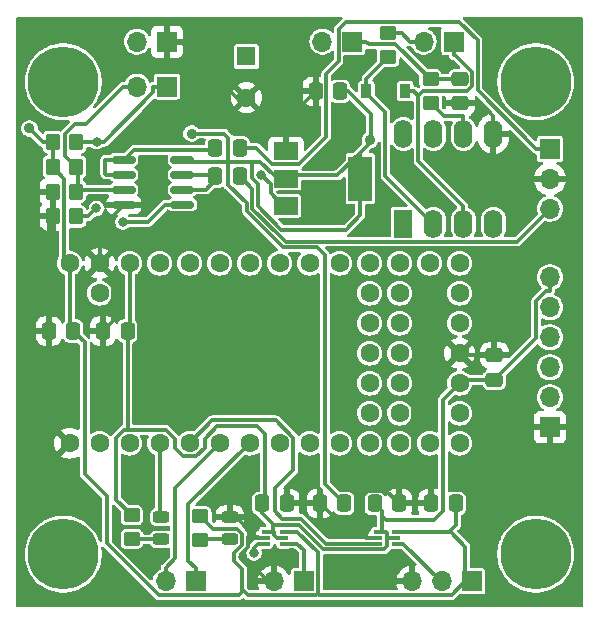
<source format=gbr>
%TF.GenerationSoftware,KiCad,Pcbnew,6.99.0-unknown-e4798199c6~148~ubuntu20.04.1*%
%TF.CreationDate,2022-06-12T18:05:56+02:00*%
%TF.ProjectId,MTRON_PCB,4d54524f-4e5f-4504-9342-2e6b69636164,rev?*%
%TF.SameCoordinates,Original*%
%TF.FileFunction,Copper,L1,Top*%
%TF.FilePolarity,Positive*%
%FSLAX46Y46*%
G04 Gerber Fmt 4.6, Leading zero omitted, Abs format (unit mm)*
G04 Created by KiCad (PCBNEW 6.99.0-unknown-e4798199c6~148~ubuntu20.04.1) date 2022-06-12 18:05:56*
%MOMM*%
%LPD*%
G01*
G04 APERTURE LIST*
G04 Aperture macros list*
%AMRoundRect*
0 Rectangle with rounded corners*
0 $1 Rounding radius*
0 $2 $3 $4 $5 $6 $7 $8 $9 X,Y pos of 4 corners*
0 Add a 4 corners polygon primitive as box body*
4,1,4,$2,$3,$4,$5,$6,$7,$8,$9,$2,$3,0*
0 Add four circle primitives for the rounded corners*
1,1,$1+$1,$2,$3*
1,1,$1+$1,$4,$5*
1,1,$1+$1,$6,$7*
1,1,$1+$1,$8,$9*
0 Add four rect primitives between the rounded corners*
20,1,$1+$1,$2,$3,$4,$5,0*
20,1,$1+$1,$4,$5,$6,$7,0*
20,1,$1+$1,$6,$7,$8,$9,0*
20,1,$1+$1,$8,$9,$2,$3,0*%
G04 Aperture macros list end*
%TA.AperFunction,ComponentPad*%
%ADD10C,0.800000*%
%TD*%
%TA.AperFunction,ComponentPad*%
%ADD11C,6.000000*%
%TD*%
%TA.AperFunction,ComponentPad*%
%ADD12O,1.700000X1.700000*%
%TD*%
%TA.AperFunction,ComponentPad*%
%ADD13R,1.700000X1.700000*%
%TD*%
%TA.AperFunction,SMDPad,CuDef*%
%ADD14RoundRect,0.250000X-0.350000X-0.450000X0.350000X-0.450000X0.350000X0.450000X-0.350000X0.450000X0*%
%TD*%
%TA.AperFunction,SMDPad,CuDef*%
%ADD15RoundRect,0.250000X-0.450000X0.350000X-0.450000X-0.350000X0.450000X-0.350000X0.450000X0.350000X0*%
%TD*%
%TA.AperFunction,SMDPad,CuDef*%
%ADD16RoundRect,0.250000X-0.337500X-0.475000X0.337500X-0.475000X0.337500X0.475000X-0.337500X0.475000X0*%
%TD*%
%TA.AperFunction,ComponentPad*%
%ADD17C,1.600000*%
%TD*%
%TA.AperFunction,SMDPad,CuDef*%
%ADD18RoundRect,0.250000X0.475000X-0.337500X0.475000X0.337500X-0.475000X0.337500X-0.475000X-0.337500X0*%
%TD*%
%TA.AperFunction,SMDPad,CuDef*%
%ADD19RoundRect,0.250000X0.350000X0.450000X-0.350000X0.450000X-0.350000X-0.450000X0.350000X-0.450000X0*%
%TD*%
%TA.AperFunction,SMDPad,CuDef*%
%ADD20R,2.000000X1.500000*%
%TD*%
%TA.AperFunction,SMDPad,CuDef*%
%ADD21R,2.000000X3.800000*%
%TD*%
%TA.AperFunction,SMDPad,CuDef*%
%ADD22RoundRect,0.250000X-0.475000X0.337500X-0.475000X-0.337500X0.475000X-0.337500X0.475000X0.337500X0*%
%TD*%
%TA.AperFunction,SMDPad,CuDef*%
%ADD23RoundRect,0.250000X0.337500X0.475000X-0.337500X0.475000X-0.337500X-0.475000X0.337500X-0.475000X0*%
%TD*%
%TA.AperFunction,SMDPad,CuDef*%
%ADD24RoundRect,0.150000X-0.825000X-0.150000X0.825000X-0.150000X0.825000X0.150000X-0.825000X0.150000X0*%
%TD*%
%TA.AperFunction,SMDPad,CuDef*%
%ADD25RoundRect,0.243750X-0.456250X0.243750X-0.456250X-0.243750X0.456250X-0.243750X0.456250X0.243750X0*%
%TD*%
%TA.AperFunction,SMDPad,CuDef*%
%ADD26R,0.900000X1.200000*%
%TD*%
%TA.AperFunction,SMDPad,CuDef*%
%ADD27R,0.700000X0.340000*%
%TD*%
%TA.AperFunction,ComponentPad*%
%ADD28R,1.600000X1.600000*%
%TD*%
%TA.AperFunction,ComponentPad*%
%ADD29O,1.600000X2.400000*%
%TD*%
%TA.AperFunction,ComponentPad*%
%ADD30R,1.600000X2.400000*%
%TD*%
%TA.AperFunction,ViaPad*%
%ADD31C,0.800000*%
%TD*%
%TA.AperFunction,ViaPad*%
%ADD32C,0.900000*%
%TD*%
%TA.AperFunction,Conductor*%
%ADD33C,0.340000*%
%TD*%
%TA.AperFunction,Conductor*%
%ADD34C,0.300000*%
%TD*%
G04 APERTURE END LIST*
D10*
%TO.P,H3,1,1*%
%TO.N,unconnected-(H3-Pad1)*%
X123250000Y-111000000D03*
X122590990Y-112590990D03*
X122590990Y-109409010D03*
X121000000Y-113250000D03*
D11*
X121000000Y-111000000D03*
D10*
X121000000Y-108750000D03*
X119409010Y-112590990D03*
X119409010Y-109409010D03*
X118750000Y-111000000D03*
%TD*%
%TO.P,H2,1,1*%
%TO.N,unconnected-(H2-Pad1)*%
X163250000Y-111000000D03*
X162590990Y-112590990D03*
X162590990Y-109409010D03*
X161000000Y-113250000D03*
D11*
X161000000Y-111000000D03*
D10*
X161000000Y-108750000D03*
X159409010Y-112590990D03*
X159409010Y-109409010D03*
X158750000Y-111000000D03*
%TD*%
%TO.P,H4,1,1*%
%TO.N,unconnected-(H4-Pad1)*%
X163250000Y-71000000D03*
X162590990Y-72590990D03*
X162590990Y-69409010D03*
X161000000Y-73250000D03*
D11*
X161000000Y-71000000D03*
D10*
X161000000Y-68750000D03*
X159409010Y-72590990D03*
X159409010Y-69409010D03*
X158750000Y-71000000D03*
%TD*%
%TO.P,H1,1,1*%
%TO.N,unconnected-(H1-Pad1)*%
X123250000Y-71000000D03*
X122590990Y-72590990D03*
X122590990Y-69409010D03*
X121000000Y-73250000D03*
D11*
X121000000Y-71000000D03*
D10*
X121000000Y-68750000D03*
X119409010Y-72590990D03*
X119409010Y-69409010D03*
X118750000Y-71000000D03*
%TD*%
D12*
%TO.P,J2,2,Pin_2*%
%TO.N,Net-(J2-Pin_2)*%
X127234999Y-67599999D03*
D13*
%TO.P,J2,1,Pin_1*%
%TO.N,GND*%
X129774999Y-67599999D03*
%TD*%
D12*
%TO.P,J7,3,Pin_3*%
%TO.N,Net-(J7-Pin_3)*%
X162199999Y-81754999D03*
%TO.P,J7,2,Pin_2*%
%TO.N,GND*%
X162199999Y-79214999D03*
D13*
%TO.P,J7,1,Pin_1*%
%TO.N,Net-(J7-Pin_1)*%
X162199999Y-76674999D03*
%TD*%
D14*
%TO.P,R7,2*%
%TO.N,Net-(J8-Pin_2)*%
X122100000Y-78200000D03*
%TO.P,R7,1*%
%TO.N,+5V*%
X120100000Y-78200000D03*
%TD*%
D15*
%TO.P,R4,2*%
%TO.N,Net-(D3-A)*%
X126800000Y-109700000D03*
%TO.P,R4,1*%
%TO.N,+3V3*%
X126800000Y-107700000D03*
%TD*%
%TO.P,R3,2*%
%TO.N,Net-(D2-A)*%
X132600000Y-109800000D03*
%TO.P,R3,1*%
%TO.N,+5V*%
X132600000Y-107800000D03*
%TD*%
D16*
%TO.P,C9,2*%
%TO.N,Net-(J7-Pin_3)*%
X135937500Y-79000000D03*
%TO.P,C9,1*%
%TO.N,Net-(U5A--)_1*%
X133862500Y-79000000D03*
%TD*%
D17*
%TO.P,U1,44,33_MCLK2*%
%TO.N,unconnected-(U1-33_MCLK2)*%
X146940000Y-99060000D03*
%TO.P,U1,43,32_OUT1B*%
%TO.N,unconnected-(U1-32_OUT1B)*%
X149480000Y-99060000D03*
%TO.P,U1,42,31_CTX3*%
%TO.N,unconnected-(U1-31_CTX3)*%
X146940000Y-96520000D03*
%TO.P,U1,41,30_CRX3*%
%TO.N,unconnected-(U1-30_CRX3)*%
X149480000Y-96520000D03*
%TO.P,U1,40,29_TX7*%
%TO.N,unconnected-(U1-29_TX7)*%
X146940000Y-93980000D03*
%TO.P,U1,39,28_RX7*%
%TO.N,unconnected-(U1-28_RX7)*%
X149480000Y-93980000D03*
%TO.P,U1,38,27_A13_SCK1*%
%TO.N,unconnected-(U1-27_A13_SCK1)*%
X146940000Y-91440000D03*
%TO.P,U1,37,26_A12_MOSI1*%
%TO.N,unconnected-(U1-26_A12_MOSI1)*%
X149480000Y-91440000D03*
%TO.P,U1,36,25_A11_RX6_SDA2*%
%TO.N,unconnected-(U1-25_A11_RX6_SDA2)*%
X146940000Y-88900000D03*
%TO.P,U1,35,24_A10_TX6_SCL2*%
%TO.N,unconnected-(U1-24_A10_TX6_SCL2)*%
X149480000Y-88900000D03*
%TO.P,U1,34,VUSB*%
%TO.N,unconnected-(U1-VUSB)*%
X124080000Y-88900000D03*
%TO.P,U1,33,VIN*%
%TO.N,+5V*%
X121540000Y-86360000D03*
%TO.P,U1,32,GND*%
%TO.N,GND*%
X124080000Y-86360000D03*
%TO.P,U1,31,3V3*%
%TO.N,+3V3*%
X126620000Y-86360000D03*
%TO.P,U1,30,23_A9_CRX1_MCLK1*%
%TO.N,unconnected-(U1-23_A9_CRX1_MCLK1)*%
X129160000Y-86360000D03*
%TO.P,U1,29,22_A8_CTX1*%
%TO.N,Net-(J4-Pin_2)*%
X131700000Y-86360000D03*
%TO.P,U1,28,21_A7_RX5_BCLK1*%
%TO.N,unconnected-(U1-21_A7_RX5_BCLK1)*%
X134240000Y-86360000D03*
%TO.P,U1,27,20_A6_TX5_LRCLK1*%
%TO.N,unconnected-(U1-20_A6_TX5_LRCLK1)*%
X136780000Y-86360000D03*
%TO.P,U1,26,19_A5_SCL0*%
%TO.N,unconnected-(U1-19_A5_SCL0)*%
X139320000Y-86360000D03*
%TO.P,U1,25,18_A4_SDA0*%
%TO.N,unconnected-(U1-18_A4_SDA0)*%
X141860000Y-86360000D03*
%TO.P,U1,24,17_A3_TX4_SDA1*%
%TO.N,Net-(J5-Pin_2)*%
X144400000Y-86360000D03*
%TO.P,U1,23,16_A2_RX4_SCL1*%
%TO.N,Net-(J5-Pin_3)*%
X146940000Y-86360000D03*
%TO.P,U1,22,15_A1_RX3_SPDIF_IN*%
%TO.N,Net-(J5-Pin_4)*%
X149480000Y-86360000D03*
%TO.P,U1,21,14_A0_TX3_SPDIF_OUT*%
%TO.N,Net-(J5-Pin_5)*%
X152020000Y-86360000D03*
%TO.P,U1,20,13_SCK_CRX1_LED*%
%TO.N,unconnected-(U1-13_SCK_CRX1_LED)*%
X154560000Y-86360000D03*
%TO.P,U1,19,ON_OFF*%
%TO.N,unconnected-(U1-ON_OFF)*%
X154560000Y-88900000D03*
%TO.P,U1,18,PROGRAM*%
%TO.N,unconnected-(U1-PROGRAM)*%
X154560000Y-91440000D03*
%TO.P,U1,17,GND*%
%TO.N,GND*%
X154560000Y-93980000D03*
%TO.P,U1,16,3V3*%
%TO.N,+3V3*%
X154560000Y-96520000D03*
%TO.P,U1,15,VBAT*%
%TO.N,unconnected-(U1-VBAT)*%
X154560000Y-99060000D03*
%TO.P,U1,14,12_MISO_MQSL*%
%TO.N,unconnected-(U1-12_MISO_MQSL)*%
X154560000Y-101600000D03*
%TO.P,U1,13,11_MOSI_CTX1*%
%TO.N,unconnected-(U1-11_MOSI_CTX1)*%
X152020000Y-101600000D03*
%TO.P,U1,12,10_CS_MQSR*%
%TO.N,unconnected-(U1-10_CS_MQSR)*%
X149480000Y-101600000D03*
%TO.P,U1,11,9_OUT1C*%
%TO.N,unconnected-(U1-9_OUT1C)*%
X146940000Y-101600000D03*
%TO.P,U1,10,8_TX2_IN1*%
%TO.N,unconnected-(U1-8_TX2_IN1)*%
X144400000Y-101600000D03*
%TO.P,U1,9,7_RX2_OUT1A*%
%TO.N,unconnected-(U1-7_RX2_OUT1A)*%
X141860000Y-101600000D03*
%TO.P,U1,8,6_OUT1D*%
%TO.N,unconnected-(U1-6_OUT1D)*%
X139320000Y-101600000D03*
%TO.P,U1,7,5_IN2*%
%TO.N,Net-(J3-Pin_1)*%
X136780000Y-101600000D03*
%TO.P,U1,6,4_BCLK2*%
%TO.N,Net-(J3-Pin_2)*%
X134240000Y-101600000D03*
%TO.P,U1,5,3_LRCLK2*%
%TO.N,LD2*%
X131700000Y-101600000D03*
%TO.P,U1,4,2_OUT2*%
%TO.N,LD1*%
X129160000Y-101600000D03*
%TO.P,U1,3,1_TX1_CTX2_MISO1*%
%TO.N,Net-(U1-1_TX1_CTX2_MISO1)*%
X126620000Y-101600000D03*
%TO.P,U1,2,0_RX1_CRX2_CS1*%
%TO.N,Net-(U1-0_RX1_CRX2_CS1)*%
X124080000Y-101600000D03*
%TO.P,U1,1,GND*%
%TO.N,GND*%
X121540000Y-101600000D03*
%TD*%
D15*
%TO.P,R2,2*%
%TO.N,Net-(D1-K)*%
X148500000Y-68900000D03*
%TO.P,R2,1*%
%TO.N,Net-(J1-Pin_2)*%
X148500000Y-66900000D03*
%TD*%
D12*
%TO.P,J6,2,Pin_2*%
%TO.N,GND*%
X138816999Y-113299999D03*
D13*
%TO.P,J6,1,Pin_1*%
%TO.N,Net-(J6-Pin_1)*%
X141356999Y-113299999D03*
%TD*%
D12*
%TO.P,J5,6,Pin_6*%
%TO.N,+3V3*%
X162199999Y-87549999D03*
%TO.P,J5,5,Pin_5*%
%TO.N,Net-(J5-Pin_5)*%
X162199999Y-90089999D03*
%TO.P,J5,4,Pin_4*%
%TO.N,Net-(J5-Pin_4)*%
X162199999Y-92629999D03*
%TO.P,J5,3,Pin_3*%
%TO.N,Net-(J5-Pin_3)*%
X162199999Y-95169999D03*
%TO.P,J5,2,Pin_2*%
%TO.N,Net-(J5-Pin_2)*%
X162199999Y-97709999D03*
D13*
%TO.P,J5,1,Pin_1*%
%TO.N,GND*%
X162199999Y-100249999D03*
%TD*%
D16*
%TO.P,C10,2*%
%TO.N,Net-(J7-Pin_1)*%
X135937500Y-76600000D03*
%TO.P,C10,1*%
%TO.N,Net-(U5A--)*%
X133862500Y-76600000D03*
%TD*%
D18*
%TO.P,C2,2*%
%TO.N,GND*%
X157500000Y-94162500D03*
%TO.P,C2,1*%
%TO.N,+3V3*%
X157500000Y-96237500D03*
%TD*%
D19*
%TO.P,R8,2*%
%TO.N,GND*%
X120100000Y-80300000D03*
%TO.P,R8,1*%
%TO.N,Net-(J8-Pin_2)*%
X122100000Y-80300000D03*
%TD*%
D16*
%TO.P,C6,2*%
%TO.N,GND*%
X139900000Y-106700000D03*
%TO.P,C6,1*%
%TO.N,+3V3*%
X137825000Y-106700000D03*
%TD*%
D20*
%TO.P,U3,3,VI*%
%TO.N,Net-(J2-Pin_2)*%
X139849999Y-81499999D03*
D21*
%TO.P,U3,2,VO*%
%TO.N,+5V*%
X146149999Y-79199999D03*
D20*
X139849999Y-79199999D03*
%TO.P,U3,1,GND*%
%TO.N,GND*%
X139849999Y-76899999D03*
%TD*%
D16*
%TO.P,C11,2*%
%TO.N,GND*%
X149437500Y-106700000D03*
%TO.P,C11,1*%
%TO.N,+3V3*%
X147362500Y-106700000D03*
%TD*%
D12*
%TO.P,J3,2,Pin_2*%
%TO.N,Net-(J3-Pin_2)*%
X129659999Y-113299999D03*
D13*
%TO.P,J3,1,Pin_1*%
%TO.N,Net-(J3-Pin_1)*%
X132199999Y-113299999D03*
%TD*%
D19*
%TO.P,R6,2*%
%TO.N,GND*%
X120100000Y-82400000D03*
%TO.P,R6,1*%
%TO.N,Net-(J8-Pin_1)*%
X122100000Y-82400000D03*
%TD*%
D12*
%TO.P,J1,2,Pin_2*%
%TO.N,Net-(J1-Pin_2)*%
X151511999Y-67599999D03*
D13*
%TO.P,J1,1,Pin_1*%
%TO.N,Net-(D1-A)*%
X154051999Y-67599999D03*
%TD*%
D22*
%TO.P,C3,2*%
%TO.N,GND*%
X154600000Y-72837500D03*
%TO.P,C3,1*%
%TO.N,+3V3*%
X154600000Y-70762500D03*
%TD*%
D23*
%TO.P,C8,2*%
%TO.N,GND*%
X142725000Y-106700000D03*
%TO.P,C8,1*%
%TO.N,+5V*%
X144800000Y-106700000D03*
%TD*%
%TO.P,C5,2*%
%TO.N,GND*%
X142362500Y-71800000D03*
%TO.P,C5,1*%
%TO.N,+5V*%
X144437500Y-71800000D03*
%TD*%
D24*
%TO.P,U5,8,V+*%
%TO.N,+5V*%
X131075000Y-77595000D03*
%TO.P,U5,7*%
%TO.N,Net-(U5A--)_1*%
X131075000Y-78865000D03*
%TO.P,U5,6,-*%
X131075000Y-80135000D03*
%TO.P,U5,5,+*%
%TO.N,Net-(J8-Pin_1)*%
X131075000Y-81405000D03*
%TO.P,U5,4,V-*%
%TO.N,GND*%
X126125000Y-81405000D03*
%TO.P,U5,3,+*%
%TO.N,Net-(J8-Pin_2)*%
X126125000Y-80135000D03*
%TO.P,U5,2,-*%
%TO.N,Net-(U5A--)*%
X126125000Y-78865000D03*
%TO.P,U5,1*%
X126125000Y-77595000D03*
%TD*%
D25*
%TO.P,D3,2,A*%
%TO.N,Net-(D3-A)*%
X129300000Y-109737500D03*
%TO.P,D3,1,K*%
%TO.N,LD1*%
X129300000Y-107862500D03*
%TD*%
D12*
%TO.P,J4,2,Pin_2*%
%TO.N,Net-(J4-Pin_2)*%
X142934999Y-67599999D03*
D13*
%TO.P,J4,1,Pin_1*%
%TO.N,+3V3*%
X145474999Y-67599999D03*
%TD*%
D23*
%TO.P,C1,2*%
%TO.N,GND*%
X119762500Y-92100000D03*
%TO.P,C1,1*%
%TO.N,+5V*%
X121837500Y-92100000D03*
%TD*%
D26*
%TO.P,D1,2,A*%
%TO.N,Net-(D1-A)*%
X149949999Y-71799999D03*
%TO.P,D1,1,K*%
%TO.N,Net-(D1-K)*%
X146649999Y-71799999D03*
%TD*%
D12*
%TO.P,J8,2,Pin_2*%
%TO.N,Net-(J8-Pin_2)*%
X127234999Y-71399999D03*
D13*
%TO.P,J8,1,Pin_1*%
%TO.N,Net-(J8-Pin_1)*%
X129774999Y-71399999D03*
%TD*%
D27*
%TO.P,U4,6,VCCB*%
%TO.N,+5V*%
X139649999Y-109099999D03*
%TO.P,U4,5,DIR*%
%TO.N,+3V3*%
X139649999Y-109599999D03*
%TO.P,U4,4,B*%
%TO.N,Net-(J6-Pin_1)*%
X139649999Y-110099999D03*
%TO.P,U4,3,A*%
%TO.N,Net-(U1-1_TX1_CTX2_MISO1)*%
X138149999Y-110099999D03*
%TO.P,U4,2,GND*%
%TO.N,GND*%
X138149999Y-109599999D03*
%TO.P,U4,1,VCCA*%
%TO.N,+3V3*%
X138149999Y-109099999D03*
%TD*%
D15*
%TO.P,R1,2*%
%TO.N,Net-(U1-0_RX1_CRX2_CS1)*%
X152100000Y-72800000D03*
%TO.P,R1,1*%
%TO.N,+3V3*%
X152100000Y-70800000D03*
%TD*%
D17*
%TO.P,C7,2*%
%TO.N,GND*%
X136500000Y-72347300D03*
D28*
%TO.P,C7,1*%
%TO.N,Net-(J2-Pin_2)*%
X136499999Y-68847299D03*
%TD*%
D12*
%TO.P,J9,3,Pin_3*%
%TO.N,GND*%
X150544999Y-113299999D03*
%TO.P,J9,2,Pin_2*%
%TO.N,Net-(J9-Pin_2)*%
X153084999Y-113299999D03*
D13*
%TO.P,J9,1,Pin_1*%
%TO.N,+5V*%
X155624999Y-113299999D03*
%TD*%
D14*
%TO.P,R5,2*%
%TO.N,Net-(J8-Pin_1)*%
X122100000Y-76100000D03*
%TO.P,R5,1*%
%TO.N,+5V*%
X120100000Y-76100000D03*
%TD*%
D27*
%TO.P,U6,6,VCCB*%
%TO.N,+5V*%
X149149999Y-109099999D03*
%TO.P,U6,5,DIR*%
%TO.N,+3V3*%
X149149999Y-109599999D03*
%TO.P,U6,4,B*%
%TO.N,Net-(J9-Pin_2)*%
X149149999Y-110099999D03*
%TO.P,U6,3,A*%
%TO.N,LD2*%
X147649999Y-110099999D03*
%TO.P,U6,2,GND*%
%TO.N,GND*%
X147649999Y-109599999D03*
%TO.P,U6,1,VCCA*%
%TO.N,+3V3*%
X147649999Y-109099999D03*
%TD*%
D23*
%TO.P,C4,2*%
%TO.N,GND*%
X124362500Y-92100000D03*
%TO.P,C4,1*%
%TO.N,+3V3*%
X126437500Y-92100000D03*
%TD*%
D29*
%TO.P,U2,8,VCC*%
%TO.N,+5V*%
X149799999Y-75404999D03*
%TO.P,U2,7,VO1*%
%TO.N,unconnected-(U2-VO1)*%
X152339999Y-75404999D03*
%TO.P,U2,6,VO2*%
%TO.N,Net-(U1-0_RX1_CRX2_CS1)*%
X154879999Y-75404999D03*
%TO.P,U2,5,GND*%
%TO.N,GND*%
X157419999Y-75404999D03*
%TO.P,U2,4,NC*%
%TO.N,unconnected-(U2-NC)*%
X157419999Y-83024999D03*
%TO.P,U2,3,C2*%
%TO.N,Net-(D1-A)*%
X154879999Y-83024999D03*
%TO.P,U2,2,C1*%
%TO.N,Net-(D1-K)*%
X152339999Y-83024999D03*
D30*
%TO.P,U2,1,NC*%
%TO.N,unconnected-(U2-NC)_1*%
X149799999Y-83024999D03*
%TD*%
D23*
%TO.P,C12,2*%
%TO.N,GND*%
X152162500Y-106700000D03*
%TO.P,C12,1*%
%TO.N,+5V*%
X154237500Y-106700000D03*
%TD*%
D25*
%TO.P,D2,2,A*%
%TO.N,Net-(D2-A)*%
X135100000Y-109737500D03*
%TO.P,D2,1,K*%
%TO.N,GND*%
X135100000Y-107862500D03*
%TD*%
D31*
%TO.N,GND*%
X147600000Y-83320000D03*
X149690000Y-77650000D03*
X125000000Y-114000000D03*
X156010000Y-92380000D03*
X144590000Y-103920000D03*
X158030000Y-86320000D03*
X141570000Y-91510000D03*
X145000000Y-93000000D03*
X145400000Y-74620000D03*
X138670000Y-88940000D03*
X119000000Y-104000000D03*
X146000000Y-112000000D03*
X136000000Y-105000000D03*
X121000000Y-97000000D03*
X118110000Y-77130000D03*
X161000000Y-106000000D03*
X158000000Y-100000000D03*
X121000000Y-106000000D03*
X130000000Y-84000000D03*
X129670000Y-88940000D03*
X148300000Y-71790000D03*
X126900000Y-104150000D03*
X138000000Y-98000000D03*
X157260000Y-68930000D03*
X136530000Y-67140000D03*
X157000000Y-110000000D03*
X152000000Y-99000000D03*
X125000000Y-98000000D03*
X145000000Y-109000000D03*
X125910000Y-76440000D03*
X118150000Y-79280000D03*
X145000000Y-99000000D03*
X147080000Y-68620000D03*
X152630000Y-68570000D03*
X134210000Y-69860000D03*
X133000000Y-83000000D03*
X143610000Y-81010000D03*
X151660000Y-80150000D03*
X137000000Y-84000000D03*
X136420000Y-88940000D03*
X148120000Y-103920000D03*
X163000000Y-104000000D03*
X158000000Y-102000000D03*
X118130000Y-81290000D03*
X123420000Y-67690000D03*
X140000000Y-98000000D03*
X152000000Y-91000000D03*
X143550000Y-77390000D03*
X160580000Y-66580000D03*
X158050000Y-78670000D03*
X118000000Y-99000000D03*
X120000000Y-106000000D03*
X134170000Y-88940000D03*
X158000000Y-89000000D03*
X118130000Y-83450000D03*
X121000000Y-95000000D03*
X154820000Y-79270000D03*
X126000000Y-114000000D03*
X131920000Y-88940000D03*
X130000000Y-98000000D03*
X120000000Y-104000000D03*
X131740000Y-74180000D03*
X118000000Y-100000000D03*
D32*
%TO.N,+5V*%
X146960000Y-75940000D03*
X131860000Y-75380000D03*
X118140000Y-74950000D03*
D31*
%TO.N,Net-(J2-Pin_2)*%
X137780000Y-78900000D03*
%TO.N,Net-(U1-1_TX1_CTX2_MISO1)*%
X137152559Y-110889505D03*
%TO.N,Net-(J8-Pin_1)*%
X123800000Y-81720000D03*
X123820000Y-76080000D03*
X126050000Y-82880000D03*
%TD*%
D33*
%TO.N,+5V*%
X119290000Y-76100000D02*
X118140000Y-74950000D01*
X120100000Y-76100000D02*
X119290000Y-76100000D01*
D34*
%TO.N,unconnected-(H4-Pad1)*%
X163250000Y-71000000D02*
X162591000Y-71659000D01*
D33*
%TO.N,GND*%
X148346300Y-105608800D02*
X149437500Y-106700000D01*
X139157600Y-75004900D02*
X142362500Y-71800000D01*
X135692600Y-72347300D02*
X130945300Y-67600000D01*
X142725000Y-106700000D02*
X139900000Y-106700000D01*
X145410200Y-107799800D02*
X146510000Y-108899600D01*
X135652500Y-107862500D02*
X135100000Y-107862500D01*
X157420000Y-75405000D02*
X157420000Y-73884700D01*
X129775000Y-67600000D02*
X130945300Y-67600000D01*
X138150000Y-109600000D02*
X137390000Y-109600000D01*
X124080000Y-86360000D02*
X124080000Y-83450000D01*
X119762500Y-82737500D02*
X120100000Y-82400000D01*
X136500000Y-72347300D02*
X135692600Y-72347300D01*
X145260000Y-107950000D02*
X145410200Y-107799800D01*
X119762500Y-99822500D02*
X119762500Y-92100000D01*
X156372800Y-72837500D02*
X157420000Y-73884700D01*
X138350000Y-113300000D02*
X138817000Y-113300000D01*
X137450200Y-109570500D02*
X136609501Y-109570500D01*
X146510000Y-108899600D02*
X146510000Y-109450000D01*
X121540000Y-101600000D02*
X119762500Y-99822500D01*
X119762500Y-92100000D02*
X119762500Y-82737500D01*
X136609501Y-110417520D02*
X136038511Y-110988510D01*
X148346300Y-105608800D02*
X150600400Y-103354700D01*
X143975000Y-107950000D02*
X145260000Y-107950000D01*
X124080000Y-86360000D02*
X125205800Y-87485800D01*
X146797500Y-105608800D02*
X148346300Y-105608800D01*
X146660000Y-109600000D02*
X147650000Y-109600000D01*
X154600000Y-72837500D02*
X156372800Y-72837500D01*
X125205800Y-91256700D02*
X124362500Y-92100000D01*
X120100000Y-80300000D02*
X120100000Y-82400000D01*
X154560000Y-94162500D02*
X157500000Y-94162500D01*
X145410200Y-107799800D02*
X146081200Y-107128800D01*
X137390000Y-109600000D02*
X135652500Y-107862500D01*
X125205800Y-87485800D02*
X125205800Y-91256700D01*
X142725000Y-106700000D02*
X143975000Y-107950000D01*
X139850000Y-76364800D02*
X139850000Y-75697300D01*
X146510000Y-109450000D02*
X146660000Y-109600000D01*
X150600400Y-98122100D02*
X154560000Y-94162500D01*
X139157600Y-75004900D02*
X136500000Y-72347300D01*
X136038511Y-110988510D02*
X138350000Y-113300000D01*
X139850000Y-75697300D02*
X139157600Y-75004900D01*
X146081200Y-106325100D02*
X146797500Y-105608800D01*
X150600400Y-103354700D02*
X150600400Y-98122100D01*
X139850000Y-76900000D02*
X139850000Y-76364800D01*
X149437500Y-106700000D02*
X152162500Y-106700000D01*
X146081200Y-107128800D02*
X146081200Y-106325100D01*
X154560000Y-94162500D02*
X154560000Y-93980000D01*
X136609501Y-109570500D02*
X136609501Y-110417520D01*
X124080000Y-83450000D02*
X126125000Y-81405000D01*
D34*
%TO.N,Net-(D1-K)*%
X148275800Y-73575800D02*
X146650000Y-71950000D01*
X146650000Y-71800000D02*
X146650000Y-70750000D01*
X148275800Y-78960800D02*
X148275800Y-73575800D01*
X152340000Y-83025000D02*
X148275800Y-78960800D01*
X146650000Y-70750000D02*
X148500000Y-68900000D01*
X146650000Y-71950000D02*
X146650000Y-71800000D01*
%TO.N,Net-(J1-Pin_2)*%
X148500000Y-66900000D02*
X149661700Y-66900000D01*
X151512000Y-67600000D02*
X150361700Y-67600000D01*
X149661700Y-66900000D02*
X150361700Y-67600000D01*
%TO.N,Net-(U1-0_RX1_CRX2_CS1)*%
X154880000Y-75405000D02*
X154880000Y-73904700D01*
X154880000Y-73904700D02*
X153204700Y-73904700D01*
X153204700Y-73904700D02*
X152100000Y-72800000D01*
%TO.N,Net-(D1-A)*%
X149950000Y-71800000D02*
X150700300Y-71800000D01*
X154052000Y-68750300D02*
X154195800Y-68750300D01*
X151070000Y-77714700D02*
X151070000Y-72169700D01*
X154880000Y-83025000D02*
X154880000Y-81524700D01*
X155168600Y-71800000D02*
X151439700Y-71800000D01*
X155627400Y-71341200D02*
X155168600Y-71800000D01*
X151439700Y-71800000D02*
X151070000Y-72169700D01*
X155627400Y-70181900D02*
X155627400Y-71341200D01*
X151070000Y-72169700D02*
X150700300Y-71800000D01*
X154195800Y-68750300D02*
X155627400Y-70181900D01*
X154880000Y-81524700D02*
X151070000Y-77714700D01*
X154052000Y-67600000D02*
X154052000Y-68750300D01*
D33*
%TO.N,+3V3*%
X148306400Y-108070000D02*
X152423200Y-108070000D01*
X152137500Y-70762500D02*
X152100000Y-70800000D01*
X126437500Y-100458500D02*
X129662500Y-100458500D01*
X148420000Y-110307000D02*
X148420000Y-109659700D01*
X147985200Y-107322700D02*
X147362500Y-106700000D01*
X137420000Y-100160000D02*
X138070000Y-100810000D01*
X138070000Y-106455000D02*
X137825000Y-106700000D01*
X148420000Y-109659700D02*
X148479700Y-109600000D01*
X148136600Y-110590400D02*
X148420000Y-110307000D01*
X129662500Y-100458500D02*
X130430000Y-101226000D01*
X147985200Y-109100000D02*
X147985200Y-107748800D01*
X148814900Y-109600000D02*
X149150000Y-109600000D01*
X139060000Y-109600000D02*
X138820300Y-109360300D01*
X126169800Y-100458500D02*
X126437500Y-100458500D01*
X148814900Y-109600000D02*
X148479700Y-109600000D01*
X148430000Y-109220000D02*
X148310000Y-109100000D01*
X161029700Y-92707800D02*
X157500000Y-96237500D01*
X126800000Y-107700000D02*
X125485900Y-106385900D01*
X154842500Y-96237500D02*
X157500000Y-96237500D01*
X153140300Y-97939600D02*
X153140400Y-97939600D01*
X126437500Y-92100000D02*
X126620000Y-91917500D01*
X147985200Y-107748800D02*
X147985200Y-107322700D01*
X134032500Y-100160000D02*
X137420000Y-100160000D01*
X162200000Y-87550000D02*
X162200000Y-88720300D01*
X131177200Y-102720400D02*
X132237300Y-102720400D01*
X148310000Y-109100000D02*
X147985200Y-109100000D01*
X153140400Y-97939600D02*
X154560000Y-96520000D01*
X148430000Y-109550300D02*
X148430000Y-109220000D01*
X138150000Y-109100000D02*
X138820300Y-109100000D01*
X138820300Y-108544700D02*
X138795300Y-108544700D01*
X148479700Y-109600000D02*
X148430000Y-109550300D01*
X132970000Y-101987700D02*
X132970000Y-101222500D01*
X162200000Y-88720300D02*
X161907300Y-88720300D01*
X130430000Y-101973200D02*
X131177200Y-102720400D01*
X126437500Y-100458500D02*
X126437500Y-92100000D01*
X147985200Y-107748800D02*
X148306400Y-108070000D01*
X154600000Y-70762500D02*
X152137500Y-70762500D01*
X147650000Y-109100000D02*
X147985200Y-109100000D01*
X130430000Y-101226000D02*
X130430000Y-101973200D01*
X139650000Y-109600000D02*
X139060000Y-109600000D01*
X126620000Y-91917500D02*
X126620000Y-86360000D01*
X161029700Y-89597900D02*
X161029700Y-92707800D01*
X138780000Y-109059700D02*
X138820300Y-109100000D01*
X149121400Y-67821400D02*
X152100000Y-70800000D01*
X138820300Y-109360300D02*
X138820300Y-109100000D01*
X154560000Y-96520000D02*
X154842500Y-96237500D01*
X146866700Y-67821400D02*
X149121400Y-67821400D01*
X152423200Y-108070000D02*
X153140300Y-107352900D01*
X137825000Y-107549400D02*
X138820300Y-108544700D01*
X140956959Y-108544700D02*
X143002659Y-110590400D01*
X138795300Y-108544700D02*
X138780000Y-108560000D01*
X143002659Y-110590400D02*
X148136600Y-110590400D01*
X137825000Y-106700000D02*
X137825000Y-107549400D01*
X161907300Y-88720300D02*
X161029700Y-89597900D01*
X125485900Y-101142400D02*
X126169800Y-100458500D01*
X125485900Y-106385900D02*
X125485900Y-101142400D01*
X145475000Y-67600000D02*
X146645300Y-67600000D01*
X138820300Y-108544700D02*
X140956959Y-108544700D01*
X153140300Y-107352900D02*
X153140300Y-97939600D01*
X132970000Y-101222500D02*
X134032500Y-100160000D01*
X138070000Y-100810000D02*
X138070000Y-106455000D01*
X146645300Y-67600000D02*
X146866700Y-67821400D01*
X138780000Y-108560000D02*
X138780000Y-109059700D01*
X132237300Y-102720400D02*
X132970000Y-101987700D01*
%TO.N,+5V*%
X136121300Y-112251300D02*
X136121300Y-112335900D01*
X136120000Y-110214763D02*
X135414402Y-110920361D01*
X143130000Y-105030000D02*
X143130000Y-85700000D01*
X154237500Y-108512500D02*
X154237500Y-106700000D01*
X136120000Y-109252258D02*
X136120000Y-110214763D01*
X121837500Y-92100000D02*
X121540000Y-91802500D01*
X121100000Y-85920000D02*
X121540000Y-86360000D01*
X131250000Y-77770000D02*
X134820000Y-77770000D01*
X135414402Y-111544402D02*
X136121300Y-112251300D01*
X144950000Y-83510000D02*
X139450000Y-83510000D01*
X136550998Y-81278947D02*
X134980800Y-79708749D01*
X137490000Y-81550000D02*
X137490000Y-79660000D01*
X133652000Y-108852000D02*
X135719742Y-108852000D01*
X149150000Y-109100000D02*
X152112000Y-109100000D01*
X136121300Y-113971300D02*
X136620400Y-114470400D01*
X136121300Y-112335900D02*
X136121300Y-113971300D01*
X135719742Y-108852000D02*
X136120000Y-109252258D01*
X147075400Y-76071500D02*
X146150000Y-76996900D01*
X136121300Y-112335900D02*
X136121300Y-114198700D01*
X155039900Y-110349900D02*
X153790000Y-109100000D01*
X132600000Y-107800000D02*
X133652000Y-108852000D01*
X137490000Y-79660000D02*
X136940000Y-79110000D01*
X146150000Y-79200000D02*
X146150000Y-76996900D01*
X139622251Y-85010200D02*
X136550998Y-81938948D01*
X147075400Y-76071500D02*
X147075400Y-73756650D01*
X129108300Y-114475700D02*
X124709800Y-110077200D01*
X145118750Y-71800000D02*
X144437500Y-71800000D01*
X144800000Y-106700000D02*
X143130000Y-105030000D01*
X122810000Y-104192400D02*
X122810000Y-93072500D01*
X136620400Y-114470400D02*
X142415900Y-114470400D01*
X136940000Y-79110000D02*
X136940000Y-77800000D01*
X134980800Y-79708749D02*
X134980800Y-77901400D01*
X120100000Y-78200000D02*
X121100000Y-79200000D01*
X122810000Y-93072500D02*
X121837500Y-92100000D01*
X153869500Y-114470400D02*
X142662700Y-114470400D01*
X140820000Y-109100000D02*
X139650000Y-109100000D01*
X134980800Y-77901400D02*
X134980800Y-75730800D01*
X124709800Y-106092200D02*
X122810000Y-104192400D01*
X136550998Y-81938948D02*
X136550998Y-81278947D01*
X124709800Y-110077200D02*
X124709800Y-106092200D01*
X147075400Y-76071500D02*
X147075400Y-76055400D01*
X134980800Y-77901400D02*
X135082200Y-77800000D01*
X135844300Y-114475700D02*
X129108300Y-114475700D01*
X144214500Y-78932400D02*
X146150000Y-76996900D01*
X135082200Y-77800000D02*
X136940000Y-77800000D01*
X139850000Y-78932400D02*
X144214500Y-78932400D01*
X143130000Y-85700000D02*
X142440200Y-85010200D01*
X120100000Y-76100000D02*
X120100000Y-78200000D01*
X142440200Y-85010200D02*
X139622251Y-85010200D01*
X155039900Y-113300000D02*
X155039900Y-110349900D01*
X153650000Y-109100000D02*
X154237500Y-108512500D01*
X142539300Y-110819300D02*
X140820000Y-109100000D01*
X147075400Y-73756650D02*
X145118750Y-71800000D01*
X138829927Y-78932400D02*
X139850000Y-78932400D01*
X139450000Y-83510000D02*
X137490000Y-81550000D01*
X135414402Y-110920361D02*
X135414402Y-111544402D01*
X137697527Y-77800000D02*
X138829927Y-78932400D01*
X142539300Y-114347000D02*
X142539300Y-110819300D01*
X136121300Y-114198700D02*
X135844300Y-114475700D01*
X155039900Y-113300000D02*
X153869500Y-114470400D01*
X142662700Y-114470400D02*
X142539300Y-114347000D01*
X121100000Y-79200000D02*
X121100000Y-85920000D01*
X136940000Y-77800000D02*
X137697527Y-77800000D01*
X146150000Y-79200000D02*
X146150000Y-82310000D01*
X147075400Y-76055400D02*
X146960000Y-75940000D01*
X155625000Y-113300000D02*
X155039900Y-113300000D01*
X134630000Y-75380000D02*
X131860000Y-75380000D01*
X153790000Y-109100000D02*
X152112000Y-109100000D01*
X139850000Y-79200000D02*
X139850000Y-78932400D01*
X146150000Y-82310000D02*
X144950000Y-83510000D01*
X152112000Y-109100000D02*
X153650000Y-109100000D01*
X142415900Y-114470400D02*
X142539300Y-114347000D01*
X121540000Y-91802500D02*
X121540000Y-86360000D01*
X131075000Y-77595000D02*
X131250000Y-77770000D01*
X134980800Y-75730800D02*
X134630000Y-75380000D01*
D34*
%TO.N,Net-(J2-Pin_2)*%
X139600000Y-81500000D02*
X138549700Y-80449700D01*
X138549700Y-79669700D02*
X137780000Y-78900000D01*
X139850000Y-81500000D02*
X139600000Y-81500000D01*
X138549700Y-80449700D02*
X138549700Y-79669700D01*
%TO.N,unconnected-(H1-Pad1)*%
X119409000Y-72591000D02*
X118750000Y-71932000D01*
X119409000Y-69409000D02*
X118750000Y-70068000D01*
X122591000Y-71659000D02*
X122591000Y-72591000D01*
X118750000Y-71932000D02*
X118750000Y-71000000D01*
X118750000Y-70068000D02*
X118750000Y-71000000D01*
X123250000Y-71000000D02*
X122591000Y-71659000D01*
%TO.N,unconnected-(H2-Pad1)*%
X161730100Y-109480100D02*
X162519900Y-109480100D01*
X162591000Y-111000000D02*
X162591000Y-112591000D01*
X163250000Y-111000000D02*
X162591000Y-111000000D01*
X162519900Y-109480100D02*
X162591000Y-109409000D01*
X162591000Y-111000000D02*
X162519900Y-111000000D01*
X158750000Y-111932000D02*
X158750000Y-111000000D01*
X158750000Y-110068000D02*
X158750000Y-111000000D01*
X162519900Y-111000000D02*
X162519900Y-109480100D01*
X159409000Y-109409000D02*
X158750000Y-110068000D01*
X162519900Y-111000000D02*
X161000000Y-111000000D01*
X159409000Y-112591000D02*
X158750000Y-111932000D01*
X161000000Y-108750000D02*
X161730100Y-109480100D01*
%TO.N,unconnected-(H3-Pad1)*%
X123250000Y-111000000D02*
X122591000Y-111659000D01*
X119409000Y-112591000D02*
X118750000Y-111932000D01*
X119409000Y-109409000D02*
X118750000Y-110068000D01*
X122591000Y-111659000D02*
X122591000Y-112591000D01*
X118750000Y-111932000D02*
X118750000Y-111000000D01*
X118750000Y-110068000D02*
X118750000Y-111000000D01*
%TO.N,unconnected-(H4-Pad1)*%
X158750000Y-71932000D02*
X158750000Y-71000000D01*
X159409000Y-72591000D02*
X158750000Y-71932000D01*
X162591000Y-71659000D02*
X162591000Y-72591000D01*
X158750000Y-70068000D02*
X158750000Y-71000000D01*
X159409000Y-69409000D02*
X158750000Y-70068000D01*
%TO.N,Net-(J6-Pin_1)*%
X141357000Y-110677000D02*
X141357000Y-113300000D01*
X140780000Y-110100000D02*
X141357000Y-110677000D01*
X139650000Y-110100000D02*
X140780000Y-110100000D01*
%TO.N,Net-(U1-1_TX1_CTX2_MISO1)*%
X137490000Y-110100000D02*
X137152559Y-110437441D01*
X137152559Y-110437441D02*
X137152559Y-110889505D01*
X138150000Y-110100000D02*
X137490000Y-110100000D01*
%TO.N,Net-(U5A--)_1*%
X133712500Y-78850000D02*
X133862500Y-79000000D01*
X131090000Y-78850000D02*
X133712500Y-78850000D01*
X131075000Y-78865000D02*
X131090000Y-78850000D01*
X133862500Y-79347500D02*
X133862500Y-79000000D01*
X133075000Y-80135000D02*
X133862500Y-79347500D01*
X131075000Y-80135000D02*
X133075000Y-80135000D01*
%TO.N,Net-(J7-Pin_3)*%
X137020499Y-81744474D02*
X139255527Y-83979501D01*
X139856725Y-84540699D02*
X159414301Y-84540699D01*
X139255527Y-83979501D02*
X139295527Y-83979501D01*
X159414301Y-84540699D02*
X162200000Y-81755000D01*
X135937500Y-79000000D02*
X137020499Y-80082999D01*
X139295527Y-83979501D02*
X139856725Y-84540699D01*
X137020499Y-80082999D02*
X137020499Y-81744474D01*
%TO.N,Net-(U5A--)*%
X124520000Y-77650000D02*
X124520000Y-78770000D01*
X124615000Y-78865000D02*
X126125000Y-78865000D01*
X124575000Y-77595000D02*
X124520000Y-77650000D01*
X126125000Y-77595000D02*
X126960500Y-76759500D01*
X126960500Y-76759500D02*
X133703000Y-76759500D01*
X126125000Y-77595000D02*
X124575000Y-77595000D01*
X133703000Y-76759500D02*
X133862500Y-76600000D01*
X124520000Y-78770000D02*
X124615000Y-78865000D01*
%TO.N,Net-(J7-Pin_1)*%
X135937500Y-76600000D02*
X137350665Y-76600000D01*
X156077800Y-71703100D02*
X161049700Y-76675000D01*
X144324600Y-66570200D02*
X144947400Y-65947400D01*
X144324600Y-69265000D02*
X144324600Y-66570200D01*
X144947400Y-65947400D02*
X154530800Y-65947400D01*
X143251400Y-70338200D02*
X144324600Y-69265000D01*
X154530800Y-65947400D02*
X156077800Y-67494400D01*
X138701065Y-77950400D02*
X140983100Y-77950400D01*
X161049700Y-76675000D02*
X162200000Y-76675000D01*
X156077800Y-67494400D02*
X156077800Y-71703100D01*
X143251400Y-75682100D02*
X143251400Y-70338200D01*
X137350665Y-76600000D02*
X138701065Y-77950400D01*
X140983100Y-77950400D02*
X143251400Y-75682100D01*
%TO.N,Net-(D2-A)*%
X132662500Y-109737500D02*
X132600000Y-109800000D01*
X135100000Y-109737500D02*
X132662500Y-109737500D01*
D33*
%TO.N,LD1*%
X129300000Y-107862500D02*
X129160000Y-107722500D01*
X129160000Y-107722500D02*
X129160000Y-101600000D01*
D34*
%TO.N,Net-(D3-A)*%
X129300000Y-109737500D02*
X126837500Y-109737500D01*
X126837500Y-109737500D02*
X126800000Y-109700000D01*
%TO.N,Net-(J8-Pin_1)*%
X123840000Y-76100000D02*
X123820000Y-76080000D01*
X128140000Y-82880000D02*
X126050000Y-82880000D01*
X124410000Y-76100000D02*
X128624700Y-71885300D01*
X129615000Y-81405000D02*
X128140000Y-82880000D01*
X123120000Y-82400000D02*
X123800000Y-81720000D01*
X124212300Y-76100000D02*
X123840000Y-76100000D01*
X122100000Y-82400000D02*
X123120000Y-82400000D01*
X124212300Y-76100000D02*
X124410000Y-76100000D01*
X128624700Y-71885300D02*
X128624700Y-71400000D01*
X131075000Y-81405000D02*
X129615000Y-81405000D01*
X128624700Y-71400000D02*
X129775000Y-71400000D01*
X122100000Y-76100000D02*
X124212300Y-76100000D01*
%TO.N,Net-(J8-Pin_2)*%
X122006300Y-74544000D02*
X122940700Y-74544000D01*
X127235000Y-71400000D02*
X126084700Y-71400000D01*
X121169300Y-77269300D02*
X121169300Y-75381000D01*
X122100000Y-78200000D02*
X121169300Y-77269300D01*
X122940700Y-74544000D02*
X126084700Y-71400000D01*
X122265000Y-80135000D02*
X122265000Y-78365000D01*
X122265000Y-80135000D02*
X122100000Y-80300000D01*
X122265000Y-78365000D02*
X122100000Y-78200000D01*
X126125000Y-80135000D02*
X122265000Y-80135000D01*
X121169300Y-75381000D02*
X122006300Y-74544000D01*
%TO.N,Net-(J9-Pin_2)*%
X149800300Y-110100000D02*
X153000300Y-113300000D01*
X153000300Y-113300000D02*
X153085000Y-113300000D01*
X149150000Y-110100000D02*
X149800300Y-110100000D01*
D33*
%TO.N,LD2*%
X133629501Y-99670499D02*
X131700000Y-101600000D01*
X139560100Y-107989400D02*
X138949700Y-107379000D01*
X140491600Y-103879500D02*
X140491600Y-101186100D01*
X138949700Y-105421400D02*
X140491600Y-103879500D01*
X147650000Y-110100000D02*
X143220000Y-110100000D01*
X140491600Y-101186100D02*
X138975999Y-99670499D01*
X138949700Y-107379000D02*
X138949700Y-105421400D01*
X143220000Y-110100000D02*
X141109400Y-107989400D01*
X141109400Y-107989400D02*
X139560100Y-107989400D01*
X138975999Y-99670499D02*
X133629501Y-99670499D01*
D34*
%TO.N,Net-(J3-Pin_1)*%
X131592000Y-106788000D02*
X131592000Y-111541700D01*
X136780000Y-101600000D02*
X131592000Y-106788000D01*
X132200000Y-113300000D02*
X132200000Y-112149700D01*
X131592000Y-111541700D02*
X132200000Y-112149700D01*
%TO.N,Net-(J3-Pin_2)*%
X134240000Y-101600000D02*
X130473400Y-105366600D01*
X130473400Y-105366600D02*
X130473400Y-111336300D01*
X130473400Y-111336300D02*
X129660000Y-112149700D01*
X129660000Y-113300000D02*
X129660000Y-112149700D01*
%TD*%
%TA.AperFunction,Conductor*%
%TO.N,GND*%
G36*
X144595585Y-65520185D02*
G01*
X144641340Y-65572989D01*
X144651284Y-65642147D01*
X144622259Y-65705703D01*
X144616228Y-65712179D01*
X144019116Y-66309291D01*
X144019113Y-66309295D01*
X143996550Y-66331858D01*
X143988216Y-66348216D01*
X143986494Y-66351595D01*
X143976328Y-66368184D01*
X143963304Y-66386110D01*
X143960287Y-66395396D01*
X143956457Y-66407181D01*
X143949013Y-66425152D01*
X143943385Y-66436198D01*
X143943383Y-66436203D01*
X143938954Y-66444896D01*
X143937428Y-66454533D01*
X143935489Y-66466775D01*
X143930945Y-66485701D01*
X143924100Y-66506767D01*
X143924100Y-66731693D01*
X143904415Y-66798732D01*
X143851611Y-66844487D01*
X143782453Y-66854431D01*
X143716562Y-66823330D01*
X143605276Y-66721879D01*
X143605271Y-66721876D01*
X143601041Y-66718019D01*
X143596172Y-66715004D01*
X143596169Y-66715002D01*
X143432511Y-66613670D01*
X143427637Y-66610652D01*
X143385985Y-66594516D01*
X143242803Y-66539047D01*
X143242799Y-66539046D01*
X143237456Y-66536976D01*
X143231822Y-66535923D01*
X143231819Y-66535922D01*
X143042606Y-66500552D01*
X143042602Y-66500552D01*
X143036976Y-66499500D01*
X142833024Y-66499500D01*
X142827398Y-66500552D01*
X142827394Y-66500552D01*
X142638181Y-66535922D01*
X142638178Y-66535923D01*
X142632544Y-66536976D01*
X142627201Y-66539046D01*
X142627197Y-66539047D01*
X142484015Y-66594516D01*
X142442363Y-66610652D01*
X142437489Y-66613670D01*
X142273831Y-66715002D01*
X142273828Y-66715004D01*
X142268959Y-66718019D01*
X142118236Y-66855421D01*
X141995327Y-67018179D01*
X141904418Y-67200750D01*
X141848603Y-67396917D01*
X141848074Y-67402627D01*
X141848073Y-67402632D01*
X141839762Y-67492331D01*
X141829785Y-67600000D01*
X141830314Y-67605709D01*
X141848021Y-67796800D01*
X141848603Y-67803083D01*
X141904418Y-67999250D01*
X141995327Y-68181821D01*
X142118236Y-68344579D01*
X142268959Y-68481981D01*
X142273828Y-68484996D01*
X142273831Y-68484998D01*
X142375164Y-68547740D01*
X142442363Y-68589348D01*
X142447705Y-68591417D01*
X142447706Y-68591418D01*
X142627197Y-68660953D01*
X142627201Y-68660954D01*
X142632544Y-68663024D01*
X142638178Y-68664077D01*
X142638181Y-68664078D01*
X142827394Y-68699448D01*
X142827398Y-68699448D01*
X142833024Y-68700500D01*
X143036976Y-68700500D01*
X143042602Y-68699448D01*
X143042606Y-68699448D01*
X143231819Y-68664078D01*
X143231822Y-68664077D01*
X143237456Y-68663024D01*
X143242799Y-68660954D01*
X143242803Y-68660953D01*
X143422294Y-68591418D01*
X143422295Y-68591417D01*
X143427637Y-68589348D01*
X143494836Y-68547740D01*
X143596169Y-68484998D01*
X143596172Y-68484996D01*
X143601041Y-68481981D01*
X143605271Y-68478124D01*
X143605276Y-68478121D01*
X143716562Y-68376670D01*
X143779366Y-68346053D01*
X143848753Y-68354251D01*
X143902693Y-68398661D01*
X143924100Y-68468307D01*
X143924100Y-69047745D01*
X143904415Y-69114784D01*
X143887781Y-69135426D01*
X142945916Y-70077291D01*
X142945913Y-70077295D01*
X142923350Y-70099858D01*
X142918920Y-70108553D01*
X142913294Y-70119595D01*
X142903128Y-70136184D01*
X142890104Y-70154110D01*
X142887087Y-70163396D01*
X142883257Y-70175181D01*
X142875813Y-70193152D01*
X142870185Y-70204198D01*
X142870183Y-70204203D01*
X142865754Y-70212896D01*
X142864228Y-70222533D01*
X142862289Y-70234775D01*
X142857745Y-70253701D01*
X142850900Y-70274767D01*
X142850900Y-70443000D01*
X142831215Y-70510039D01*
X142778411Y-70555794D01*
X142726900Y-70567000D01*
X142634330Y-70567000D01*
X142619331Y-70571404D01*
X142618144Y-70572774D01*
X142616500Y-70580332D01*
X142616500Y-73015170D01*
X142620904Y-73030169D01*
X142622274Y-73031356D01*
X142629832Y-73033000D01*
X142726900Y-73033000D01*
X142793939Y-73052685D01*
X142839694Y-73105489D01*
X142850900Y-73157000D01*
X142850900Y-75464845D01*
X142831215Y-75531884D01*
X142814581Y-75552526D01*
X141569681Y-76797426D01*
X141508358Y-76830911D01*
X141438666Y-76825927D01*
X141382733Y-76784055D01*
X141358316Y-76718591D01*
X141358000Y-76709745D01*
X141358000Y-76104734D01*
X141357644Y-76098101D01*
X141352324Y-76048621D01*
X141348784Y-76033638D01*
X141303546Y-75912349D01*
X141295131Y-75896937D01*
X141218216Y-75794192D01*
X141205808Y-75781784D01*
X141103063Y-75704869D01*
X141087651Y-75696454D01*
X140966362Y-75651216D01*
X140951379Y-75647676D01*
X140901899Y-75642356D01*
X140895266Y-75642000D01*
X140121830Y-75642000D01*
X140106831Y-75646404D01*
X140105644Y-75647774D01*
X140104000Y-75655332D01*
X140104000Y-77030000D01*
X140084315Y-77097039D01*
X140031511Y-77142794D01*
X139980000Y-77154000D01*
X139720000Y-77154000D01*
X139652961Y-77134315D01*
X139607206Y-77081511D01*
X139596000Y-77030000D01*
X139596000Y-75659830D01*
X139591596Y-75644831D01*
X139590226Y-75643644D01*
X139582668Y-75642000D01*
X138804734Y-75642000D01*
X138798101Y-75642356D01*
X138748621Y-75647676D01*
X138733638Y-75651216D01*
X138612349Y-75696454D01*
X138596937Y-75704869D01*
X138494192Y-75781784D01*
X138481784Y-75794192D01*
X138404869Y-75896937D01*
X138396454Y-75912349D01*
X138351216Y-76033638D01*
X138347676Y-76048621D01*
X138342356Y-76098101D01*
X138342000Y-76104734D01*
X138342000Y-76725580D01*
X138322315Y-76792619D01*
X138269511Y-76838374D01*
X138200353Y-76848318D01*
X138136797Y-76819293D01*
X138130319Y-76813261D01*
X137611574Y-76294516D01*
X137611570Y-76294513D01*
X137589007Y-76271950D01*
X137569267Y-76261892D01*
X137552681Y-76251728D01*
X137534755Y-76238704D01*
X137522318Y-76234663D01*
X137513684Y-76231857D01*
X137495713Y-76224413D01*
X137484667Y-76218785D01*
X137484662Y-76218783D01*
X137475969Y-76214354D01*
X137454089Y-76210889D01*
X137435164Y-76206345D01*
X137434772Y-76206218D01*
X137414098Y-76199500D01*
X136899412Y-76199500D01*
X136832373Y-76179815D01*
X136786618Y-76127011D01*
X136775590Y-76082136D01*
X136775499Y-76080439D01*
X136775499Y-76077128D01*
X136769091Y-76017517D01*
X136734989Y-75926085D01*
X136721896Y-75890980D01*
X136721895Y-75890979D01*
X136718796Y-75882669D01*
X136697004Y-75853558D01*
X136637858Y-75774550D01*
X136632546Y-75767454D01*
X136517331Y-75681204D01*
X136509021Y-75678105D01*
X136509020Y-75678104D01*
X136389752Y-75633620D01*
X136389751Y-75633620D01*
X136382483Y-75630909D01*
X136374770Y-75630080D01*
X136374767Y-75630079D01*
X136351492Y-75627577D01*
X136322873Y-75624500D01*
X136319551Y-75624500D01*
X135936861Y-75624501D01*
X135552128Y-75624501D01*
X135494008Y-75630749D01*
X135425249Y-75618342D01*
X135374113Y-75570731D01*
X135364310Y-75549064D01*
X135363154Y-75546794D01*
X135360139Y-75537517D01*
X135354405Y-75529626D01*
X135354404Y-75529623D01*
X135346183Y-75518309D01*
X135336017Y-75501721D01*
X135325233Y-75480555D01*
X135231045Y-75386367D01*
X135231042Y-75386366D01*
X135231038Y-75386362D01*
X134974434Y-75129757D01*
X134974433Y-75129755D01*
X134880245Y-75035567D01*
X134859084Y-75024785D01*
X134842497Y-75014620D01*
X134831181Y-75006399D01*
X134831179Y-75006398D01*
X134823283Y-75000661D01*
X134814006Y-74997647D01*
X134814001Y-74997644D01*
X134800695Y-74993321D01*
X134782726Y-74985878D01*
X134761562Y-74975095D01*
X134738111Y-74971381D01*
X134719187Y-74966837D01*
X134705883Y-74962514D01*
X134705877Y-74962513D01*
X134696601Y-74959499D01*
X134563399Y-74959499D01*
X134563397Y-74959500D01*
X132484801Y-74959500D01*
X132417762Y-74939815D01*
X132392233Y-74917939D01*
X132388183Y-74912071D01*
X132382570Y-74907098D01*
X132382569Y-74907097D01*
X132266469Y-74804242D01*
X132266468Y-74804241D01*
X132260852Y-74799266D01*
X132110225Y-74720210D01*
X131945056Y-74679500D01*
X131774944Y-74679500D01*
X131609775Y-74720210D01*
X131459148Y-74799266D01*
X131453532Y-74804241D01*
X131453531Y-74804242D01*
X131337432Y-74907097D01*
X131331817Y-74912071D01*
X131291932Y-74969854D01*
X131239445Y-75045893D01*
X131239443Y-75045897D01*
X131235182Y-75052070D01*
X131174860Y-75211128D01*
X131154355Y-75380000D01*
X131174860Y-75548872D01*
X131235182Y-75707930D01*
X131239443Y-75714103D01*
X131239445Y-75714107D01*
X131283946Y-75778576D01*
X131331817Y-75847929D01*
X131337429Y-75852900D01*
X131337430Y-75852902D01*
X131443337Y-75946727D01*
X131459148Y-75960734D01*
X131609775Y-76039790D01*
X131774944Y-76080500D01*
X131945056Y-76080500D01*
X132110225Y-76039790D01*
X132260852Y-75960734D01*
X132276663Y-75946727D01*
X132382569Y-75852903D01*
X132382571Y-75852901D01*
X132388183Y-75847929D01*
X132392164Y-75842161D01*
X132451175Y-75805146D01*
X132484801Y-75800500D01*
X132933258Y-75800500D01*
X133000297Y-75820185D01*
X133046052Y-75872989D01*
X133055996Y-75942147D01*
X133049440Y-75967832D01*
X133030909Y-76017517D01*
X133030080Y-76025230D01*
X133030079Y-76025233D01*
X133028897Y-76036226D01*
X133024500Y-76077127D01*
X133024500Y-76235000D01*
X133004815Y-76302039D01*
X132952011Y-76347794D01*
X132900500Y-76359000D01*
X126928981Y-76359000D01*
X126928977Y-76359001D01*
X126897067Y-76359001D01*
X126875990Y-76365849D01*
X126857094Y-76370386D01*
X126835196Y-76373854D01*
X126826501Y-76378284D01*
X126826499Y-76378285D01*
X126815452Y-76383914D01*
X126797477Y-76391359D01*
X126776410Y-76398204D01*
X126763025Y-76407929D01*
X126758487Y-76411226D01*
X126741897Y-76421392D01*
X126722158Y-76431450D01*
X126145426Y-77008182D01*
X126084103Y-77041667D01*
X126057745Y-77044501D01*
X125268482Y-77044501D01*
X125195849Y-77056004D01*
X125184331Y-77057828D01*
X125184330Y-77057828D01*
X125174696Y-77059354D01*
X125061658Y-77116950D01*
X125020427Y-77158181D01*
X124959104Y-77191666D01*
X124932746Y-77194500D01*
X124511567Y-77194500D01*
X124490893Y-77201218D01*
X124490501Y-77201345D01*
X124471576Y-77205889D01*
X124449696Y-77209354D01*
X124441001Y-77213784D01*
X124441002Y-77213784D01*
X124429954Y-77219413D01*
X124411979Y-77226859D01*
X124390911Y-77233704D01*
X124383019Y-77239438D01*
X124383017Y-77239439D01*
X124372988Y-77246726D01*
X124356401Y-77256891D01*
X124336658Y-77266950D01*
X124314095Y-77289513D01*
X124314091Y-77289516D01*
X124214516Y-77389091D01*
X124214513Y-77389095D01*
X124191950Y-77411658D01*
X124187520Y-77420353D01*
X124181894Y-77431395D01*
X124171728Y-77447984D01*
X124158704Y-77465910D01*
X124155687Y-77475196D01*
X124151857Y-77486981D01*
X124144413Y-77504952D01*
X124138785Y-77515998D01*
X124138783Y-77516003D01*
X124134354Y-77524696D01*
X124130889Y-77546575D01*
X124126345Y-77565501D01*
X124119500Y-77586567D01*
X124119500Y-78833433D01*
X124122515Y-78842711D01*
X124126345Y-78854499D01*
X124130889Y-78873424D01*
X124134354Y-78895304D01*
X124138783Y-78903997D01*
X124138785Y-78904002D01*
X124144413Y-78915048D01*
X124151857Y-78933019D01*
X124154663Y-78941653D01*
X124158704Y-78954090D01*
X124171728Y-78972016D01*
X124181892Y-78988602D01*
X124191950Y-79008342D01*
X124214503Y-79030895D01*
X124214516Y-79030909D01*
X124286950Y-79103342D01*
X124376658Y-79193050D01*
X124385353Y-79197481D01*
X124385354Y-79197481D01*
X124396396Y-79203107D01*
X124412986Y-79213274D01*
X124430910Y-79226296D01*
X124451977Y-79233141D01*
X124469952Y-79240586D01*
X124480999Y-79246215D01*
X124481001Y-79246216D01*
X124489696Y-79250646D01*
X124511594Y-79254114D01*
X124530490Y-79258651D01*
X124551567Y-79265499D01*
X124583477Y-79265499D01*
X124583481Y-79265500D01*
X124932746Y-79265500D01*
X124999785Y-79285185D01*
X125020427Y-79301819D01*
X125061658Y-79343050D01*
X125102983Y-79364106D01*
X125152850Y-79389515D01*
X125203646Y-79437490D01*
X125220441Y-79505311D01*
X125197903Y-79571446D01*
X125152850Y-79610485D01*
X125061658Y-79656950D01*
X125020427Y-79698181D01*
X124959104Y-79731666D01*
X124932746Y-79734500D01*
X123027196Y-79734500D01*
X122960157Y-79714815D01*
X122914402Y-79662011D01*
X122911014Y-79653833D01*
X122896896Y-79615980D01*
X122896895Y-79615979D01*
X122893796Y-79607669D01*
X122807546Y-79492454D01*
X122715188Y-79423315D01*
X122673318Y-79367382D01*
X122665500Y-79324049D01*
X122665500Y-79175951D01*
X122685185Y-79108912D01*
X122715187Y-79076686D01*
X122807546Y-79007546D01*
X122893796Y-78892331D01*
X122900848Y-78873425D01*
X122941380Y-78764752D01*
X122941380Y-78764751D01*
X122944091Y-78757483D01*
X122944920Y-78749770D01*
X122944921Y-78749767D01*
X122950144Y-78701180D01*
X122950500Y-78697873D01*
X122950499Y-77702128D01*
X122944091Y-77642517D01*
X122909463Y-77549674D01*
X122896896Y-77515980D01*
X122896895Y-77515979D01*
X122893796Y-77507669D01*
X122807546Y-77392454D01*
X122713855Y-77322317D01*
X122699431Y-77311519D01*
X122692331Y-77306204D01*
X122684021Y-77303105D01*
X122684020Y-77303104D01*
X122585026Y-77266182D01*
X122529092Y-77224311D01*
X122504675Y-77158847D01*
X122519526Y-77090574D01*
X122568932Y-77041168D01*
X122585026Y-77033818D01*
X122684020Y-76996896D01*
X122684021Y-76996895D01*
X122692331Y-76993796D01*
X122807546Y-76907546D01*
X122893796Y-76792331D01*
X122916858Y-76730500D01*
X122941380Y-76664752D01*
X122941380Y-76664751D01*
X122944091Y-76657483D01*
X122949063Y-76611242D01*
X122975799Y-76546694D01*
X123033191Y-76506846D01*
X123072351Y-76500500D01*
X123266653Y-76500500D01*
X123333692Y-76520185D01*
X123348880Y-76531684D01*
X123427782Y-76601584D01*
X123447760Y-76619283D01*
X123587635Y-76692696D01*
X123741015Y-76730500D01*
X123898985Y-76730500D01*
X124052365Y-76692696D01*
X124192240Y-76619283D01*
X124212219Y-76601584D01*
X124291120Y-76531684D01*
X124354354Y-76501963D01*
X124373347Y-76500500D01*
X124473433Y-76500500D01*
X124494499Y-76493655D01*
X124513424Y-76489111D01*
X124535304Y-76485646D01*
X124543997Y-76481217D01*
X124544002Y-76481215D01*
X124555048Y-76475587D01*
X124573019Y-76468143D01*
X124581653Y-76465337D01*
X124594090Y-76461296D01*
X124612016Y-76448272D01*
X124628602Y-76438108D01*
X124648342Y-76428050D01*
X124670905Y-76405487D01*
X124670909Y-76405484D01*
X127643015Y-73433378D01*
X135778391Y-73433378D01*
X135787538Y-73445201D01*
X135839073Y-73481287D01*
X135848405Y-73486674D01*
X136046023Y-73578825D01*
X136056156Y-73582514D01*
X136266769Y-73638947D01*
X136277400Y-73640821D01*
X136494605Y-73659824D01*
X136505395Y-73659824D01*
X136722600Y-73640821D01*
X136733231Y-73638947D01*
X136943844Y-73582514D01*
X136953977Y-73578825D01*
X137151595Y-73486674D01*
X137160927Y-73481287D01*
X137213285Y-73444625D01*
X137221527Y-73434314D01*
X137214571Y-73421081D01*
X136512607Y-72719117D01*
X136498887Y-72711625D01*
X136497081Y-72711754D01*
X136490574Y-72715936D01*
X135784718Y-73421792D01*
X135778391Y-73433378D01*
X127643015Y-73433378D01*
X128613330Y-72463063D01*
X128674653Y-72429578D01*
X128744345Y-72434562D01*
X128769900Y-72447641D01*
X128817101Y-72479179D01*
X128817105Y-72479180D01*
X128827260Y-72485966D01*
X128861313Y-72492740D01*
X128894347Y-72499311D01*
X128894350Y-72499311D01*
X128900326Y-72500500D01*
X130649674Y-72500500D01*
X130655650Y-72499311D01*
X130655653Y-72499311D01*
X130688687Y-72492740D01*
X130722740Y-72485966D01*
X130805601Y-72430601D01*
X130857655Y-72352695D01*
X135187476Y-72352695D01*
X135206479Y-72569900D01*
X135208353Y-72580531D01*
X135264786Y-72791144D01*
X135268475Y-72801277D01*
X135360626Y-72998895D01*
X135366013Y-73008227D01*
X135402675Y-73060585D01*
X135412986Y-73068827D01*
X135426219Y-73061871D01*
X136128183Y-72359907D01*
X136134459Y-72348413D01*
X136864325Y-72348413D01*
X136864454Y-72350219D01*
X136868636Y-72356726D01*
X137574492Y-73062582D01*
X137586078Y-73068909D01*
X137597901Y-73059762D01*
X137633987Y-73008227D01*
X137639374Y-72998895D01*
X137731525Y-72801277D01*
X137735214Y-72791144D01*
X137791647Y-72580531D01*
X137793521Y-72569900D01*
X137812524Y-72352695D01*
X137812524Y-72341905D01*
X137810814Y-72322359D01*
X141267000Y-72322359D01*
X141267320Y-72328640D01*
X141276918Y-72422587D01*
X141279736Y-72435752D01*
X141331071Y-72590670D01*
X141337132Y-72603670D01*
X141422572Y-72742190D01*
X141431476Y-72753450D01*
X141546550Y-72868524D01*
X141557810Y-72877428D01*
X141696330Y-72962868D01*
X141709330Y-72968929D01*
X141864248Y-73020264D01*
X141877413Y-73023082D01*
X141971360Y-73032680D01*
X141977641Y-73033000D01*
X142090670Y-73033000D01*
X142105669Y-73028596D01*
X142106856Y-73027226D01*
X142108500Y-73019668D01*
X142108500Y-72071830D01*
X142104096Y-72056831D01*
X142102726Y-72055644D01*
X142095168Y-72054000D01*
X141284830Y-72054000D01*
X141269831Y-72058404D01*
X141268644Y-72059774D01*
X141267000Y-72067332D01*
X141267000Y-72322359D01*
X137810814Y-72322359D01*
X137793521Y-72124700D01*
X137791647Y-72114069D01*
X137735214Y-71903456D01*
X137731525Y-71893323D01*
X137639374Y-71695705D01*
X137633987Y-71686373D01*
X137597325Y-71634015D01*
X137587014Y-71625773D01*
X137573781Y-71632729D01*
X136871817Y-72334693D01*
X136864325Y-72348413D01*
X136134459Y-72348413D01*
X136135675Y-72346187D01*
X136135546Y-72344381D01*
X136131364Y-72337874D01*
X135425508Y-71632018D01*
X135413922Y-71625691D01*
X135402099Y-71634838D01*
X135366013Y-71686373D01*
X135360626Y-71695705D01*
X135268475Y-71893323D01*
X135264786Y-71903456D01*
X135208353Y-72114069D01*
X135206479Y-72124700D01*
X135187476Y-72341905D01*
X135187476Y-72352695D01*
X130857655Y-72352695D01*
X130860966Y-72347740D01*
X130867740Y-72313687D01*
X130874311Y-72280653D01*
X130874311Y-72280650D01*
X130875500Y-72274674D01*
X130875500Y-71260286D01*
X135778473Y-71260286D01*
X135785429Y-71273519D01*
X136487393Y-71975483D01*
X136501113Y-71982975D01*
X136502919Y-71982846D01*
X136509426Y-71978664D01*
X136959920Y-71528170D01*
X141267000Y-71528170D01*
X141271404Y-71543169D01*
X141272774Y-71544356D01*
X141280332Y-71546000D01*
X142090670Y-71546000D01*
X142105669Y-71541596D01*
X142106856Y-71540226D01*
X142108500Y-71532668D01*
X142108500Y-70584830D01*
X142104096Y-70569831D01*
X142102726Y-70568644D01*
X142095168Y-70567000D01*
X141977641Y-70567000D01*
X141971360Y-70567320D01*
X141877413Y-70576918D01*
X141864248Y-70579736D01*
X141709330Y-70631071D01*
X141696330Y-70637132D01*
X141557810Y-70722572D01*
X141546550Y-70731476D01*
X141431476Y-70846550D01*
X141422572Y-70857810D01*
X141337132Y-70996330D01*
X141331071Y-71009330D01*
X141279736Y-71164248D01*
X141276918Y-71177413D01*
X141267320Y-71271360D01*
X141267000Y-71277641D01*
X141267000Y-71528170D01*
X136959920Y-71528170D01*
X137215282Y-71272808D01*
X137221609Y-71261222D01*
X137212462Y-71249399D01*
X137160927Y-71213313D01*
X137151595Y-71207926D01*
X136953977Y-71115775D01*
X136943844Y-71112086D01*
X136733231Y-71055653D01*
X136722600Y-71053779D01*
X136505395Y-71034776D01*
X136494605Y-71034776D01*
X136277400Y-71053779D01*
X136266769Y-71055653D01*
X136056156Y-71112086D01*
X136046023Y-71115775D01*
X135848405Y-71207926D01*
X135839073Y-71213313D01*
X135786715Y-71249975D01*
X135778473Y-71260286D01*
X130875500Y-71260286D01*
X130875500Y-70525326D01*
X130873447Y-70515002D01*
X130863349Y-70464241D01*
X130860966Y-70452260D01*
X130805601Y-70369399D01*
X130722740Y-70314034D01*
X130688687Y-70307260D01*
X130655653Y-70300689D01*
X130655650Y-70300689D01*
X130649674Y-70299500D01*
X128900326Y-70299500D01*
X128894350Y-70300689D01*
X128894347Y-70300689D01*
X128861313Y-70307260D01*
X128827260Y-70314034D01*
X128744399Y-70369399D01*
X128689034Y-70452260D01*
X128686651Y-70464241D01*
X128676554Y-70515002D01*
X128674500Y-70525326D01*
X128674500Y-70880715D01*
X128654815Y-70947754D01*
X128602011Y-70993509D01*
X128569898Y-71003188D01*
X128499396Y-71014354D01*
X128490701Y-71018784D01*
X128490699Y-71018785D01*
X128429812Y-71049809D01*
X128361143Y-71062705D01*
X128296402Y-71036429D01*
X128262517Y-70994595D01*
X128246358Y-70962142D01*
X128180599Y-70830080D01*
X128177228Y-70823310D01*
X128177228Y-70823309D01*
X128174673Y-70818179D01*
X128051764Y-70655421D01*
X127901041Y-70518019D01*
X127896172Y-70515004D01*
X127896169Y-70515002D01*
X127732511Y-70413670D01*
X127727637Y-70410652D01*
X127720425Y-70407858D01*
X127542803Y-70339047D01*
X127542799Y-70339046D01*
X127537456Y-70336976D01*
X127531822Y-70335923D01*
X127531819Y-70335922D01*
X127342606Y-70300552D01*
X127342602Y-70300552D01*
X127336976Y-70299500D01*
X127133024Y-70299500D01*
X127127398Y-70300552D01*
X127127394Y-70300552D01*
X126938181Y-70335922D01*
X126938178Y-70335923D01*
X126932544Y-70336976D01*
X126927201Y-70339046D01*
X126927197Y-70339047D01*
X126749575Y-70407858D01*
X126742363Y-70410652D01*
X126737489Y-70413670D01*
X126573831Y-70515002D01*
X126573828Y-70515004D01*
X126568959Y-70518019D01*
X126418236Y-70655421D01*
X126295327Y-70818179D01*
X126292772Y-70823309D01*
X126292772Y-70823310D01*
X126239263Y-70930771D01*
X126191760Y-70982009D01*
X126128263Y-70999500D01*
X126053181Y-70999500D01*
X126053177Y-70999501D01*
X126021267Y-70999501D01*
X126000190Y-71006349D01*
X125981294Y-71010886D01*
X125959396Y-71014354D01*
X125950701Y-71018784D01*
X125950699Y-71018785D01*
X125939652Y-71024414D01*
X125921677Y-71031859D01*
X125900610Y-71038704D01*
X125882687Y-71051726D01*
X125866097Y-71061892D01*
X125846358Y-71071950D01*
X125823791Y-71094517D01*
X123736166Y-73182141D01*
X123674845Y-73215625D01*
X123605153Y-73210641D01*
X123549220Y-73168769D01*
X123524803Y-73103305D01*
X123539655Y-73035032D01*
X123553978Y-73014184D01*
X123589329Y-72972566D01*
X123589336Y-72972557D01*
X123591501Y-72970008D01*
X123698308Y-72812480D01*
X123787415Y-72681057D01*
X123787417Y-72681053D01*
X123789305Y-72678269D01*
X123815331Y-72629180D01*
X123884183Y-72499311D01*
X123954407Y-72366854D01*
X123958443Y-72356726D01*
X124052593Y-72120426D01*
X124084871Y-72039414D01*
X124179168Y-71699788D01*
X124205821Y-71537207D01*
X124235648Y-71355271D01*
X124235649Y-71355266D01*
X124236191Y-71351957D01*
X124255274Y-71000000D01*
X124236191Y-70648043D01*
X124234403Y-70637132D01*
X124185967Y-70341684D01*
X124179168Y-70300212D01*
X124084871Y-69960586D01*
X123978572Y-69693796D01*
X123969877Y-69671974D01*
X135449500Y-69671974D01*
X135450689Y-69677950D01*
X135450689Y-69677953D01*
X135453841Y-69693796D01*
X135464034Y-69745040D01*
X135519399Y-69827901D01*
X135602260Y-69883266D01*
X135636313Y-69890040D01*
X135669347Y-69896611D01*
X135669350Y-69896611D01*
X135675326Y-69897800D01*
X137324674Y-69897800D01*
X137330650Y-69896611D01*
X137330653Y-69896611D01*
X137363687Y-69890040D01*
X137397740Y-69883266D01*
X137480601Y-69827901D01*
X137535966Y-69745040D01*
X137546159Y-69693796D01*
X137549311Y-69677953D01*
X137549311Y-69677950D01*
X137550500Y-69671974D01*
X137550500Y-68022626D01*
X137535966Y-67949560D01*
X137480601Y-67866699D01*
X137468187Y-67858404D01*
X137407896Y-67818120D01*
X137397740Y-67811334D01*
X137363687Y-67804560D01*
X137330653Y-67797989D01*
X137330650Y-67797989D01*
X137324674Y-67796800D01*
X135675326Y-67796800D01*
X135669350Y-67797989D01*
X135669347Y-67797989D01*
X135636313Y-67804560D01*
X135602260Y-67811334D01*
X135592104Y-67818120D01*
X135531814Y-67858404D01*
X135519399Y-67866699D01*
X135464034Y-67949560D01*
X135449500Y-68022626D01*
X135449500Y-69671974D01*
X123969877Y-69671974D01*
X123955652Y-69636270D01*
X123955650Y-69636266D01*
X123954407Y-69633146D01*
X123814061Y-69368425D01*
X123790882Y-69324705D01*
X123790880Y-69324701D01*
X123789305Y-69321731D01*
X123787235Y-69318677D01*
X123627292Y-69082780D01*
X123591501Y-69029992D01*
X123589333Y-69027440D01*
X123589328Y-69027433D01*
X123460362Y-68875604D01*
X123363314Y-68761350D01*
X123107420Y-68518954D01*
X122826818Y-68305646D01*
X122753588Y-68261585D01*
X122527681Y-68125660D01*
X122527672Y-68125655D01*
X122524798Y-68123926D01*
X122469726Y-68098447D01*
X122207956Y-67977339D01*
X122207950Y-67977337D01*
X122204901Y-67975926D01*
X122201717Y-67974853D01*
X122201714Y-67974852D01*
X122055545Y-67925602D01*
X121870878Y-67863381D01*
X121867617Y-67862663D01*
X121867609Y-67862661D01*
X121529927Y-67788331D01*
X121529919Y-67788330D01*
X121526645Y-67787609D01*
X121523310Y-67787246D01*
X121523302Y-67787245D01*
X121179576Y-67749863D01*
X121179573Y-67749863D01*
X121176237Y-67749500D01*
X120823763Y-67749500D01*
X120820427Y-67749863D01*
X120820424Y-67749863D01*
X120476698Y-67787245D01*
X120476690Y-67787246D01*
X120473355Y-67787609D01*
X120470081Y-67788330D01*
X120470073Y-67788331D01*
X120132391Y-67862661D01*
X120132383Y-67862663D01*
X120129122Y-67863381D01*
X119944455Y-67925602D01*
X119798286Y-67974852D01*
X119798283Y-67974853D01*
X119795099Y-67975926D01*
X119792050Y-67977337D01*
X119792044Y-67977339D01*
X119530274Y-68098447D01*
X119475202Y-68123926D01*
X119472328Y-68125655D01*
X119472319Y-68125660D01*
X119246412Y-68261585D01*
X119173182Y-68305646D01*
X118892580Y-68518954D01*
X118636686Y-68761350D01*
X118539638Y-68875604D01*
X118410672Y-69027433D01*
X118410667Y-69027440D01*
X118408499Y-69029992D01*
X118372708Y-69082780D01*
X118212766Y-69318677D01*
X118210695Y-69321731D01*
X118209120Y-69324701D01*
X118209118Y-69324705D01*
X118185939Y-69368425D01*
X118045593Y-69633146D01*
X118044350Y-69636266D01*
X118044348Y-69636270D01*
X118021428Y-69693796D01*
X117915129Y-69960586D01*
X117820832Y-70300212D01*
X117814033Y-70341684D01*
X117765598Y-70637132D01*
X117763809Y-70648043D01*
X117744726Y-71000000D01*
X117763809Y-71351957D01*
X117764351Y-71355266D01*
X117764352Y-71355271D01*
X117794179Y-71537207D01*
X117820832Y-71699788D01*
X117915129Y-72039414D01*
X117947407Y-72120426D01*
X118041558Y-72356726D01*
X118045593Y-72366854D01*
X118115817Y-72499311D01*
X118184670Y-72629180D01*
X118210695Y-72678269D01*
X118212583Y-72681053D01*
X118212585Y-72681057D01*
X118301692Y-72812480D01*
X118408499Y-72970008D01*
X118410667Y-72972560D01*
X118410672Y-72972567D01*
X118484737Y-73059762D01*
X118636686Y-73238650D01*
X118892580Y-73481046D01*
X118895240Y-73483068D01*
X119163269Y-73686818D01*
X119173182Y-73694354D01*
X119176060Y-73696085D01*
X119176059Y-73696085D01*
X119472319Y-73874340D01*
X119472328Y-73874345D01*
X119475202Y-73876074D01*
X119478256Y-73877487D01*
X119478258Y-73877488D01*
X119792044Y-74022661D01*
X119792050Y-74022663D01*
X119795099Y-74024074D01*
X119798283Y-74025147D01*
X119798286Y-74025148D01*
X119934404Y-74071011D01*
X120129122Y-74136619D01*
X120132383Y-74137337D01*
X120132391Y-74137339D01*
X120470073Y-74211669D01*
X120470081Y-74211670D01*
X120473355Y-74212391D01*
X120476690Y-74212754D01*
X120476698Y-74212755D01*
X120820424Y-74250137D01*
X120820427Y-74250137D01*
X120823763Y-74250500D01*
X121176237Y-74250500D01*
X121179573Y-74250137D01*
X121179576Y-74250137D01*
X121451277Y-74220588D01*
X121520052Y-74232909D01*
X121571248Y-74280456D01*
X121588610Y-74348134D01*
X121566627Y-74414456D01*
X121552365Y-74431542D01*
X120863816Y-75120091D01*
X120863813Y-75120095D01*
X120841250Y-75142658D01*
X120836820Y-75151353D01*
X120831083Y-75159249D01*
X120828219Y-75157168D01*
X120792472Y-75195004D01*
X120724648Y-75211787D01*
X120686648Y-75204084D01*
X120564753Y-75158620D01*
X120564749Y-75158619D01*
X120557483Y-75155909D01*
X120549770Y-75155080D01*
X120549767Y-75155079D01*
X120526492Y-75152577D01*
X120497873Y-75149500D01*
X120494551Y-75149500D01*
X120099341Y-75149501D01*
X119702128Y-75149501D01*
X119642517Y-75155909D01*
X119635245Y-75158621D01*
X119635246Y-75158621D01*
X119515980Y-75203104D01*
X119515979Y-75203105D01*
X119507669Y-75206204D01*
X119392454Y-75292454D01*
X119353982Y-75343847D01*
X119343219Y-75358224D01*
X119287285Y-75400095D01*
X119217594Y-75405079D01*
X119156271Y-75371594D01*
X118876322Y-75091645D01*
X118842837Y-75030322D01*
X118840907Y-74989020D01*
X118845645Y-74950000D01*
X118825140Y-74781128D01*
X118764818Y-74622070D01*
X118760557Y-74615897D01*
X118760555Y-74615893D01*
X118685758Y-74507533D01*
X118668183Y-74482071D01*
X118628424Y-74446847D01*
X118546469Y-74374242D01*
X118546468Y-74374241D01*
X118540852Y-74369266D01*
X118390225Y-74290210D01*
X118225056Y-74249500D01*
X118054944Y-74249500D01*
X117889775Y-74290210D01*
X117739148Y-74369266D01*
X117733532Y-74374241D01*
X117733531Y-74374242D01*
X117651577Y-74446847D01*
X117611817Y-74482071D01*
X117594242Y-74507533D01*
X117519445Y-74615893D01*
X117519443Y-74615897D01*
X117515182Y-74622070D01*
X117454860Y-74781128D01*
X117434355Y-74950000D01*
X117454860Y-75118872D01*
X117515182Y-75277930D01*
X117519443Y-75284103D01*
X117519445Y-75284107D01*
X117568419Y-75355057D01*
X117611817Y-75417929D01*
X117617429Y-75422900D01*
X117617430Y-75422902D01*
X117706391Y-75501714D01*
X117739148Y-75530734D01*
X117889775Y-75609790D01*
X118054944Y-75650500D01*
X118194461Y-75650500D01*
X118261500Y-75670185D01*
X118282142Y-75686819D01*
X118945566Y-76350243D01*
X118945567Y-76350245D01*
X119039755Y-76444433D01*
X119048449Y-76448863D01*
X119048452Y-76448865D01*
X119060917Y-76455216D01*
X119077501Y-76465378D01*
X119096718Y-76479340D01*
X119119302Y-76486678D01*
X119137277Y-76494123D01*
X119149747Y-76500477D01*
X119149749Y-76500478D01*
X119158438Y-76504905D01*
X119166572Y-76506193D01*
X119223552Y-76545156D01*
X119250847Y-76610394D01*
X119255909Y-76657483D01*
X119258621Y-76664754D01*
X119283143Y-76730500D01*
X119306204Y-76792331D01*
X119392454Y-76907546D01*
X119507669Y-76993796D01*
X119515979Y-76996895D01*
X119515980Y-76996896D01*
X119598833Y-77027798D01*
X119654767Y-77069669D01*
X119679184Y-77135133D01*
X119679500Y-77143980D01*
X119679500Y-77156020D01*
X119659815Y-77223059D01*
X119607011Y-77268814D01*
X119598833Y-77272202D01*
X119515980Y-77303104D01*
X119515979Y-77303105D01*
X119507669Y-77306204D01*
X119500569Y-77311519D01*
X119486145Y-77322317D01*
X119392454Y-77392454D01*
X119306204Y-77507669D01*
X119303105Y-77515979D01*
X119303104Y-77515980D01*
X119290537Y-77549674D01*
X119255909Y-77642517D01*
X119255080Y-77650230D01*
X119255079Y-77650233D01*
X119253126Y-77668400D01*
X119249500Y-77702127D01*
X119249501Y-78697872D01*
X119255909Y-78757483D01*
X119258621Y-78764754D01*
X119299153Y-78873425D01*
X119306204Y-78892331D01*
X119392454Y-79007546D01*
X119392127Y-79007791D01*
X119422779Y-79063925D01*
X119417795Y-79133617D01*
X119375923Y-79189550D01*
X119366710Y-79195821D01*
X119282816Y-79247567D01*
X119271550Y-79256476D01*
X119156476Y-79371550D01*
X119147572Y-79382810D01*
X119062132Y-79521330D01*
X119056071Y-79534330D01*
X119004736Y-79689248D01*
X119001918Y-79702413D01*
X118992320Y-79796360D01*
X118992000Y-79802641D01*
X118992000Y-80028170D01*
X118996404Y-80043169D01*
X118997774Y-80044356D01*
X119005332Y-80046000D01*
X120230000Y-80046000D01*
X120297039Y-80065685D01*
X120342794Y-80118489D01*
X120354000Y-80170000D01*
X120354000Y-83590170D01*
X120358404Y-83605169D01*
X120359774Y-83606356D01*
X120367332Y-83608000D01*
X120497359Y-83608000D01*
X120503635Y-83607680D01*
X120542896Y-83603669D01*
X120611590Y-83616438D01*
X120662475Y-83664318D01*
X120679500Y-83727027D01*
X120679500Y-85711290D01*
X120660851Y-85772768D01*
X120662315Y-85773550D01*
X120564768Y-85956046D01*
X120563000Y-85961875D01*
X120562999Y-85961877D01*
X120552786Y-85995546D01*
X120504700Y-86154066D01*
X120484417Y-86360000D01*
X120504700Y-86565934D01*
X120506469Y-86571765D01*
X120554055Y-86728636D01*
X120564768Y-86763954D01*
X120567641Y-86769329D01*
X120659444Y-86941080D01*
X120659447Y-86941085D01*
X120662315Y-86946450D01*
X120793590Y-87106410D01*
X120798297Y-87110273D01*
X120859884Y-87160816D01*
X120953550Y-87237685D01*
X120958915Y-87240553D01*
X120958920Y-87240556D01*
X121053954Y-87291353D01*
X121103798Y-87340316D01*
X121119500Y-87400711D01*
X121119500Y-91256846D01*
X121099815Y-91323885D01*
X121094778Y-91331141D01*
X121056204Y-91382669D01*
X121053104Y-91390980D01*
X121048853Y-91398765D01*
X121047608Y-91398085D01*
X121011406Y-91446442D01*
X120945941Y-91470856D01*
X120877668Y-91456002D01*
X120828265Y-91406595D01*
X120819393Y-91386175D01*
X120793930Y-91309332D01*
X120787868Y-91296330D01*
X120702428Y-91157810D01*
X120693524Y-91146550D01*
X120578450Y-91031476D01*
X120567190Y-91022572D01*
X120428670Y-90937132D01*
X120415670Y-90931071D01*
X120260752Y-90879736D01*
X120247587Y-90876918D01*
X120153640Y-90867320D01*
X120147359Y-90867000D01*
X120034330Y-90867000D01*
X120019331Y-90871404D01*
X120018144Y-90872774D01*
X120016500Y-90880332D01*
X120016500Y-93315170D01*
X120020904Y-93330169D01*
X120022274Y-93331356D01*
X120029832Y-93333000D01*
X120147359Y-93333000D01*
X120153640Y-93332680D01*
X120247587Y-93323082D01*
X120260752Y-93320264D01*
X120415670Y-93268929D01*
X120428670Y-93262868D01*
X120567190Y-93177428D01*
X120578450Y-93168524D01*
X120693524Y-93053450D01*
X120702428Y-93042190D01*
X120787868Y-92903670D01*
X120793930Y-92890668D01*
X120819393Y-92813825D01*
X120859165Y-92756380D01*
X120923680Y-92729556D01*
X120992456Y-92741870D01*
X121043657Y-92789413D01*
X121052691Y-92808264D01*
X121053104Y-92809020D01*
X121056204Y-92817331D01*
X121142454Y-92932546D01*
X121257669Y-93018796D01*
X121265979Y-93021895D01*
X121265980Y-93021896D01*
X121385248Y-93066380D01*
X121392517Y-93069091D01*
X121400230Y-93069920D01*
X121400233Y-93069921D01*
X121423508Y-93072423D01*
X121452127Y-93075500D01*
X121498673Y-93075500D01*
X122166960Y-93075499D01*
X122233999Y-93095183D01*
X122254641Y-93111818D01*
X122353181Y-93210358D01*
X122386666Y-93271681D01*
X122389500Y-93298039D01*
X122389500Y-100360112D01*
X122369815Y-100427151D01*
X122317011Y-100472906D01*
X122247853Y-100482850D01*
X122203501Y-100467500D01*
X122191590Y-100460623D01*
X121993977Y-100368475D01*
X121983844Y-100364786D01*
X121773231Y-100308353D01*
X121762600Y-100306479D01*
X121545395Y-100287476D01*
X121534605Y-100287476D01*
X121317400Y-100306479D01*
X121306769Y-100308353D01*
X121096156Y-100364786D01*
X121086023Y-100368475D01*
X120888405Y-100460626D01*
X120879073Y-100466013D01*
X120826715Y-100502675D01*
X120818473Y-100512986D01*
X120825429Y-100526219D01*
X121811529Y-101512319D01*
X121845014Y-101573642D01*
X121840030Y-101643334D01*
X121811529Y-101687681D01*
X120824718Y-102674492D01*
X120818391Y-102686078D01*
X120827538Y-102697901D01*
X120879073Y-102733987D01*
X120888405Y-102739374D01*
X121086023Y-102831525D01*
X121096156Y-102835214D01*
X121306769Y-102891647D01*
X121317400Y-102893521D01*
X121534605Y-102912524D01*
X121545395Y-102912524D01*
X121762600Y-102893521D01*
X121773231Y-102891647D01*
X121983844Y-102835214D01*
X121993977Y-102831525D01*
X122191590Y-102739377D01*
X122203501Y-102732500D01*
X122271402Y-102716029D01*
X122337428Y-102738881D01*
X122380618Y-102793803D01*
X122389500Y-102839888D01*
X122389500Y-104125796D01*
X122389499Y-104125799D01*
X122389499Y-104259001D01*
X122392513Y-104268277D01*
X122392514Y-104268283D01*
X122396837Y-104281587D01*
X122401381Y-104300511D01*
X122405095Y-104323962D01*
X122415878Y-104345126D01*
X122423321Y-104363095D01*
X122427644Y-104376401D01*
X122427647Y-104376406D01*
X122430661Y-104385683D01*
X122436398Y-104393579D01*
X122436399Y-104393581D01*
X122444620Y-104404897D01*
X122454785Y-104421484D01*
X122465567Y-104442645D01*
X122559756Y-104536834D01*
X122559759Y-104536836D01*
X124252981Y-106230058D01*
X124286466Y-106291381D01*
X124289300Y-106317739D01*
X124289300Y-109827438D01*
X124269615Y-109894477D01*
X124216811Y-109940232D01*
X124147653Y-109950176D01*
X124084097Y-109921151D01*
X124050107Y-109873335D01*
X123955652Y-109636270D01*
X123955650Y-109636266D01*
X123954407Y-109633146D01*
X123819191Y-109378101D01*
X123790882Y-109324705D01*
X123790880Y-109324701D01*
X123789305Y-109321731D01*
X123782899Y-109312282D01*
X123621469Y-109074192D01*
X123591501Y-109029992D01*
X123589333Y-109027440D01*
X123589328Y-109027433D01*
X123445936Y-108858620D01*
X123363314Y-108761350D01*
X123107420Y-108518954D01*
X122868387Y-108337246D01*
X122829486Y-108307674D01*
X122829484Y-108307673D01*
X122826818Y-108305646D01*
X122804688Y-108292331D01*
X122527681Y-108125660D01*
X122527672Y-108125655D01*
X122524798Y-108123926D01*
X122521742Y-108122512D01*
X122207956Y-107977339D01*
X122207950Y-107977337D01*
X122204901Y-107975926D01*
X122201717Y-107974853D01*
X122201714Y-107974852D01*
X122039701Y-107920264D01*
X121870878Y-107863381D01*
X121867617Y-107862663D01*
X121867609Y-107862661D01*
X121529927Y-107788331D01*
X121529919Y-107788330D01*
X121526645Y-107787609D01*
X121523310Y-107787246D01*
X121523302Y-107787245D01*
X121179576Y-107749863D01*
X121179573Y-107749863D01*
X121176237Y-107749500D01*
X120823763Y-107749500D01*
X120820427Y-107749863D01*
X120820424Y-107749863D01*
X120476698Y-107787245D01*
X120476690Y-107787246D01*
X120473355Y-107787609D01*
X120470081Y-107788330D01*
X120470073Y-107788331D01*
X120132391Y-107862661D01*
X120132383Y-107862663D01*
X120129122Y-107863381D01*
X119960299Y-107920264D01*
X119798286Y-107974852D01*
X119798283Y-107974853D01*
X119795099Y-107975926D01*
X119792050Y-107977337D01*
X119792044Y-107977339D01*
X119478258Y-108122512D01*
X119475202Y-108123926D01*
X119472328Y-108125655D01*
X119472319Y-108125660D01*
X119195312Y-108292331D01*
X119173182Y-108305646D01*
X119170516Y-108307673D01*
X119170514Y-108307674D01*
X119131613Y-108337246D01*
X118892580Y-108518954D01*
X118636686Y-108761350D01*
X118554064Y-108858620D01*
X118410672Y-109027433D01*
X118410667Y-109027440D01*
X118408499Y-109029992D01*
X118378531Y-109074192D01*
X118217102Y-109312282D01*
X118210695Y-109321731D01*
X118209120Y-109324701D01*
X118209118Y-109324705D01*
X118180809Y-109378101D01*
X118045593Y-109633146D01*
X118044350Y-109636266D01*
X118044348Y-109636270D01*
X118023147Y-109689482D01*
X117915129Y-109960586D01*
X117820832Y-110300212D01*
X117815239Y-110334331D01*
X117765907Y-110635247D01*
X117763809Y-110648043D01*
X117744726Y-111000000D01*
X117763809Y-111351957D01*
X117764351Y-111355266D01*
X117764352Y-111355271D01*
X117781784Y-111461604D01*
X117820832Y-111699788D01*
X117844756Y-111785954D01*
X117903065Y-111995962D01*
X117915129Y-112039414D01*
X117984704Y-112214034D01*
X118042751Y-112359720D01*
X118045593Y-112366854D01*
X118210695Y-112678269D01*
X118212583Y-112681053D01*
X118212585Y-112681057D01*
X118321511Y-112841710D01*
X118408499Y-112970008D01*
X118410667Y-112972560D01*
X118410672Y-112972567D01*
X118470147Y-113042586D01*
X118636686Y-113238650D01*
X118892580Y-113481046D01*
X119173182Y-113694354D01*
X119176060Y-113696085D01*
X119176059Y-113696085D01*
X119472319Y-113874340D01*
X119472328Y-113874345D01*
X119475202Y-113876074D01*
X119478256Y-113877487D01*
X119478258Y-113877488D01*
X119792044Y-114022661D01*
X119792050Y-114022663D01*
X119795099Y-114024074D01*
X119798283Y-114025147D01*
X119798286Y-114025148D01*
X119855956Y-114044579D01*
X120129122Y-114136619D01*
X120132383Y-114137337D01*
X120132391Y-114137339D01*
X120470073Y-114211669D01*
X120470081Y-114211670D01*
X120473355Y-114212391D01*
X120476690Y-114212754D01*
X120476698Y-114212755D01*
X120820424Y-114250137D01*
X120820427Y-114250137D01*
X120823763Y-114250500D01*
X121176237Y-114250500D01*
X121179573Y-114250137D01*
X121179576Y-114250137D01*
X121523302Y-114212755D01*
X121523310Y-114212754D01*
X121526645Y-114212391D01*
X121529919Y-114211670D01*
X121529927Y-114211669D01*
X121867609Y-114137339D01*
X121867617Y-114137337D01*
X121870878Y-114136619D01*
X122144044Y-114044579D01*
X122201714Y-114025148D01*
X122201717Y-114025147D01*
X122204901Y-114024074D01*
X122207950Y-114022663D01*
X122207956Y-114022661D01*
X122521742Y-113877488D01*
X122521744Y-113877487D01*
X122524798Y-113876074D01*
X122527672Y-113874345D01*
X122527681Y-113874340D01*
X122823941Y-113696085D01*
X122823940Y-113696085D01*
X122826818Y-113694354D01*
X123107420Y-113481046D01*
X123363314Y-113238650D01*
X123529853Y-113042586D01*
X123589328Y-112972567D01*
X123589333Y-112972560D01*
X123591501Y-112970008D01*
X123678489Y-112841710D01*
X123787415Y-112681057D01*
X123787417Y-112681053D01*
X123789305Y-112678269D01*
X123954407Y-112366854D01*
X123957250Y-112359720D01*
X124015296Y-112214034D01*
X124084871Y-112039414D01*
X124096936Y-111995962D01*
X124155244Y-111785954D01*
X124179168Y-111699788D01*
X124218216Y-111461604D01*
X124235648Y-111355271D01*
X124235649Y-111355266D01*
X124236191Y-111351957D01*
X124255274Y-111000000D01*
X124236191Y-110648043D01*
X124234094Y-110635247D01*
X124210311Y-110490179D01*
X124218891Y-110420838D01*
X124263597Y-110367143D01*
X124330236Y-110346142D01*
X124397650Y-110364503D01*
X124420359Y-110382437D01*
X124459555Y-110421633D01*
X124459557Y-110421634D01*
X128763866Y-114725943D01*
X128763867Y-114725945D01*
X128858055Y-114820133D01*
X128866744Y-114824561D01*
X128866749Y-114824564D01*
X128879217Y-114830916D01*
X128895800Y-114841077D01*
X128915017Y-114855039D01*
X128924297Y-114858054D01*
X128924300Y-114858056D01*
X128937605Y-114862379D01*
X128955574Y-114869822D01*
X128976738Y-114880605D01*
X128995416Y-114883563D01*
X129000189Y-114884319D01*
X129019113Y-114888863D01*
X129032417Y-114893186D01*
X129032423Y-114893187D01*
X129041699Y-114896201D01*
X129174901Y-114896201D01*
X129174903Y-114896200D01*
X135777697Y-114896200D01*
X135777699Y-114896201D01*
X135910901Y-114896201D01*
X135920177Y-114893187D01*
X135920183Y-114893186D01*
X135933487Y-114888863D01*
X135952411Y-114884319D01*
X135957184Y-114883563D01*
X135975862Y-114880605D01*
X135997026Y-114869822D01*
X136014995Y-114862379D01*
X136028301Y-114858056D01*
X136028306Y-114858053D01*
X136037583Y-114855039D01*
X136045481Y-114849301D01*
X136056797Y-114841080D01*
X136073384Y-114830915D01*
X136094545Y-114820133D01*
X136147319Y-114767359D01*
X136208642Y-114733874D01*
X136278334Y-114738858D01*
X136322681Y-114767359D01*
X136370155Y-114814833D01*
X136391316Y-114825615D01*
X136407903Y-114835780D01*
X136419219Y-114844001D01*
X136427117Y-114849739D01*
X136436394Y-114852753D01*
X136436399Y-114852756D01*
X136449705Y-114857079D01*
X136467674Y-114864522D01*
X136488838Y-114875305D01*
X136511564Y-114878904D01*
X136512289Y-114879019D01*
X136531213Y-114883563D01*
X136544517Y-114887886D01*
X136544523Y-114887887D01*
X136553799Y-114890901D01*
X136687001Y-114890901D01*
X136687003Y-114890900D01*
X142349297Y-114890900D01*
X142349299Y-114890901D01*
X142482501Y-114890901D01*
X142491775Y-114887888D01*
X142491785Y-114887886D01*
X142500983Y-114884897D01*
X142577617Y-114884897D01*
X142586815Y-114887886D01*
X142586825Y-114887888D01*
X142596099Y-114890901D01*
X142729301Y-114890901D01*
X142729303Y-114890900D01*
X153802897Y-114890900D01*
X153802899Y-114890901D01*
X153936101Y-114890901D01*
X153945377Y-114887887D01*
X153945383Y-114887886D01*
X153958687Y-114883563D01*
X153977611Y-114879019D01*
X153978336Y-114878904D01*
X154001062Y-114875305D01*
X154022226Y-114864522D01*
X154040195Y-114857079D01*
X154053501Y-114852756D01*
X154053506Y-114852753D01*
X154062783Y-114849739D01*
X154070681Y-114844001D01*
X154081997Y-114835780D01*
X154098584Y-114825615D01*
X154119745Y-114814833D01*
X154213933Y-114720645D01*
X154213934Y-114720643D01*
X154529528Y-114405049D01*
X154590851Y-114371564D01*
X154664661Y-114378169D01*
X154667107Y-114379182D01*
X154677260Y-114385966D01*
X154720475Y-114394562D01*
X154744347Y-114399311D01*
X154744350Y-114399311D01*
X154750326Y-114400500D01*
X156499674Y-114400500D01*
X156505650Y-114399311D01*
X156505653Y-114399311D01*
X156538687Y-114392740D01*
X156572740Y-114385966D01*
X156655601Y-114330601D01*
X156710966Y-114247740D01*
X156725500Y-114174674D01*
X156725500Y-112425326D01*
X156723447Y-112415002D01*
X156713349Y-112364241D01*
X156710966Y-112352260D01*
X156655601Y-112269399D01*
X156572740Y-112214034D01*
X156538687Y-112207260D01*
X156505653Y-112200689D01*
X156505650Y-112200689D01*
X156499674Y-112199500D01*
X155584400Y-112199500D01*
X155517361Y-112179815D01*
X155471606Y-112127011D01*
X155460400Y-112075500D01*
X155460400Y-111000000D01*
X157744726Y-111000000D01*
X157763809Y-111351957D01*
X157764351Y-111355266D01*
X157764352Y-111355271D01*
X157781784Y-111461604D01*
X157820832Y-111699788D01*
X157844756Y-111785954D01*
X157903065Y-111995962D01*
X157915129Y-112039414D01*
X157984704Y-112214034D01*
X158042751Y-112359720D01*
X158045593Y-112366854D01*
X158210695Y-112678269D01*
X158212583Y-112681053D01*
X158212585Y-112681057D01*
X158321511Y-112841710D01*
X158408499Y-112970008D01*
X158410667Y-112972560D01*
X158410672Y-112972567D01*
X158470147Y-113042586D01*
X158636686Y-113238650D01*
X158892580Y-113481046D01*
X159173182Y-113694354D01*
X159176060Y-113696085D01*
X159176059Y-113696085D01*
X159472319Y-113874340D01*
X159472328Y-113874345D01*
X159475202Y-113876074D01*
X159478256Y-113877487D01*
X159478258Y-113877488D01*
X159792044Y-114022661D01*
X159792050Y-114022663D01*
X159795099Y-114024074D01*
X159798283Y-114025147D01*
X159798286Y-114025148D01*
X159855956Y-114044579D01*
X160129122Y-114136619D01*
X160132383Y-114137337D01*
X160132391Y-114137339D01*
X160470073Y-114211669D01*
X160470081Y-114211670D01*
X160473355Y-114212391D01*
X160476690Y-114212754D01*
X160476698Y-114212755D01*
X160820424Y-114250137D01*
X160820427Y-114250137D01*
X160823763Y-114250500D01*
X161176237Y-114250500D01*
X161179573Y-114250137D01*
X161179576Y-114250137D01*
X161523302Y-114212755D01*
X161523310Y-114212754D01*
X161526645Y-114212391D01*
X161529919Y-114211670D01*
X161529927Y-114211669D01*
X161867609Y-114137339D01*
X161867617Y-114137337D01*
X161870878Y-114136619D01*
X162144044Y-114044579D01*
X162201714Y-114025148D01*
X162201717Y-114025147D01*
X162204901Y-114024074D01*
X162207950Y-114022663D01*
X162207956Y-114022661D01*
X162521742Y-113877488D01*
X162521744Y-113877487D01*
X162524798Y-113876074D01*
X162527672Y-113874345D01*
X162527681Y-113874340D01*
X162823941Y-113696085D01*
X162823940Y-113696085D01*
X162826818Y-113694354D01*
X163107420Y-113481046D01*
X163363314Y-113238650D01*
X163529853Y-113042586D01*
X163589328Y-112972567D01*
X163589333Y-112972560D01*
X163591501Y-112970008D01*
X163678489Y-112841710D01*
X163787415Y-112681057D01*
X163787417Y-112681053D01*
X163789305Y-112678269D01*
X163954407Y-112366854D01*
X163957250Y-112359720D01*
X164015296Y-112214034D01*
X164084871Y-112039414D01*
X164096936Y-111995962D01*
X164155244Y-111785954D01*
X164179168Y-111699788D01*
X164218216Y-111461604D01*
X164235648Y-111355271D01*
X164235649Y-111355266D01*
X164236191Y-111351957D01*
X164255274Y-111000000D01*
X164236191Y-110648043D01*
X164234094Y-110635247D01*
X164184761Y-110334331D01*
X164179168Y-110300212D01*
X164084871Y-109960586D01*
X163976853Y-109689482D01*
X163955652Y-109636270D01*
X163955650Y-109636266D01*
X163954407Y-109633146D01*
X163819191Y-109378101D01*
X163790882Y-109324705D01*
X163790880Y-109324701D01*
X163789305Y-109321731D01*
X163782899Y-109312282D01*
X163621469Y-109074192D01*
X163591501Y-109029992D01*
X163589333Y-109027440D01*
X163589328Y-109027433D01*
X163445936Y-108858620D01*
X163363314Y-108761350D01*
X163107420Y-108518954D01*
X162868387Y-108337246D01*
X162829486Y-108307674D01*
X162829484Y-108307673D01*
X162826818Y-108305646D01*
X162804688Y-108292331D01*
X162527681Y-108125660D01*
X162527672Y-108125655D01*
X162524798Y-108123926D01*
X162521742Y-108122512D01*
X162207956Y-107977339D01*
X162207950Y-107977337D01*
X162204901Y-107975926D01*
X162201717Y-107974853D01*
X162201714Y-107974852D01*
X162039701Y-107920264D01*
X161870878Y-107863381D01*
X161867617Y-107862663D01*
X161867609Y-107862661D01*
X161529927Y-107788331D01*
X161529919Y-107788330D01*
X161526645Y-107787609D01*
X161523310Y-107787246D01*
X161523302Y-107787245D01*
X161179576Y-107749863D01*
X161179573Y-107749863D01*
X161176237Y-107749500D01*
X160823763Y-107749500D01*
X160820427Y-107749863D01*
X160820424Y-107749863D01*
X160476698Y-107787245D01*
X160476690Y-107787246D01*
X160473355Y-107787609D01*
X160470081Y-107788330D01*
X160470073Y-107788331D01*
X160132391Y-107862661D01*
X160132383Y-107862663D01*
X160129122Y-107863381D01*
X159960299Y-107920264D01*
X159798286Y-107974852D01*
X159798283Y-107974853D01*
X159795099Y-107975926D01*
X159792050Y-107977337D01*
X159792044Y-107977339D01*
X159478258Y-108122512D01*
X159475202Y-108123926D01*
X159472328Y-108125655D01*
X159472319Y-108125660D01*
X159195312Y-108292331D01*
X159173182Y-108305646D01*
X159170516Y-108307673D01*
X159170514Y-108307674D01*
X159131613Y-108337246D01*
X158892580Y-108518954D01*
X158636686Y-108761350D01*
X158554064Y-108858620D01*
X158410672Y-109027433D01*
X158410667Y-109027440D01*
X158408499Y-109029992D01*
X158378531Y-109074192D01*
X158217102Y-109312282D01*
X158210695Y-109321731D01*
X158209120Y-109324701D01*
X158209118Y-109324705D01*
X158180809Y-109378101D01*
X158045593Y-109633146D01*
X158044350Y-109636266D01*
X158044348Y-109636270D01*
X158023147Y-109689482D01*
X157915129Y-109960586D01*
X157820832Y-110300212D01*
X157815239Y-110334331D01*
X157765907Y-110635247D01*
X157763809Y-110648043D01*
X157744726Y-111000000D01*
X155460400Y-111000000D01*
X155460400Y-110416507D01*
X155460401Y-110416495D01*
X155460401Y-110283299D01*
X155457387Y-110274023D01*
X155457386Y-110274017D01*
X155453063Y-110260712D01*
X155448521Y-110241794D01*
X155446333Y-110227979D01*
X155446331Y-110227972D01*
X155444805Y-110218338D01*
X155435002Y-110199099D01*
X155434023Y-110197177D01*
X155426577Y-110179200D01*
X155419240Y-110156618D01*
X155405278Y-110137401D01*
X155395116Y-110120817D01*
X155388765Y-110108352D01*
X155388763Y-110108349D01*
X155384333Y-110099655D01*
X155290145Y-110005467D01*
X155290143Y-110005466D01*
X154402358Y-109117681D01*
X154368873Y-109056358D01*
X154373857Y-108986666D01*
X154402358Y-108942319D01*
X154487741Y-108856936D01*
X154487744Y-108856934D01*
X154581933Y-108762745D01*
X154586361Y-108754056D01*
X154586364Y-108754051D01*
X154592716Y-108741583D01*
X154602877Y-108725000D01*
X154616839Y-108705783D01*
X154619854Y-108696503D01*
X154619856Y-108696500D01*
X154624179Y-108683195D01*
X154631622Y-108665226D01*
X154642405Y-108644062D01*
X154646119Y-108620611D01*
X154650663Y-108601687D01*
X154654986Y-108588383D01*
X154654987Y-108588377D01*
X154658001Y-108579101D01*
X154658001Y-108445899D01*
X154658000Y-108445896D01*
X154658000Y-107764318D01*
X154677685Y-107697279D01*
X154730489Y-107651524D01*
X154738667Y-107648136D01*
X154809020Y-107621896D01*
X154809021Y-107621895D01*
X154817331Y-107618796D01*
X154829000Y-107610061D01*
X154925450Y-107537858D01*
X154932546Y-107532546D01*
X155018796Y-107417331D01*
X155023062Y-107405895D01*
X155066380Y-107289752D01*
X155066380Y-107289751D01*
X155069091Y-107282483D01*
X155069920Y-107274770D01*
X155069921Y-107274767D01*
X155073831Y-107238397D01*
X155075500Y-107222873D01*
X155075499Y-106177128D01*
X155069091Y-106117517D01*
X155018796Y-105982669D01*
X154932546Y-105867454D01*
X154817331Y-105781204D01*
X154809021Y-105778105D01*
X154809020Y-105778104D01*
X154689752Y-105733620D01*
X154689751Y-105733620D01*
X154682483Y-105730909D01*
X154674770Y-105730080D01*
X154674767Y-105730079D01*
X154651492Y-105727577D01*
X154622873Y-105724500D01*
X154619551Y-105724500D01*
X154236861Y-105724501D01*
X153852128Y-105724501D01*
X153792517Y-105730909D01*
X153728132Y-105754923D01*
X153658442Y-105759907D01*
X153597119Y-105726422D01*
X153563634Y-105665099D01*
X153560800Y-105638741D01*
X153560800Y-102384941D01*
X153580485Y-102317902D01*
X153633289Y-102272147D01*
X153702447Y-102262203D01*
X153766003Y-102291228D01*
X153780653Y-102306276D01*
X153813590Y-102346410D01*
X153973550Y-102477685D01*
X153978915Y-102480553D01*
X153978920Y-102480556D01*
X154090871Y-102540395D01*
X154156046Y-102575232D01*
X154161875Y-102577000D01*
X154161877Y-102577001D01*
X154226356Y-102596560D01*
X154354066Y-102635300D01*
X154560000Y-102655583D01*
X154765934Y-102635300D01*
X154893644Y-102596560D01*
X154958123Y-102577001D01*
X154958125Y-102577000D01*
X154963954Y-102575232D01*
X155029129Y-102540395D01*
X155141080Y-102480556D01*
X155141085Y-102480553D01*
X155146450Y-102477685D01*
X155306410Y-102346410D01*
X155325547Y-102323092D01*
X155433822Y-102191157D01*
X155437685Y-102186450D01*
X155440553Y-102181085D01*
X155440556Y-102181080D01*
X155532359Y-102009329D01*
X155535232Y-102003954D01*
X155555670Y-101936580D01*
X155565266Y-101904944D01*
X155595300Y-101805934D01*
X155615583Y-101600000D01*
X155595300Y-101394066D01*
X155535232Y-101196046D01*
X155508089Y-101145266D01*
X160842000Y-101145266D01*
X160842356Y-101151899D01*
X160847676Y-101201379D01*
X160851216Y-101216362D01*
X160896454Y-101337651D01*
X160904869Y-101353063D01*
X160981784Y-101455808D01*
X160994192Y-101468216D01*
X161096937Y-101545131D01*
X161112349Y-101553546D01*
X161233638Y-101598784D01*
X161248621Y-101602324D01*
X161298101Y-101607644D01*
X161304734Y-101608000D01*
X161928170Y-101608000D01*
X161943169Y-101603596D01*
X161944356Y-101602226D01*
X161946000Y-101594668D01*
X161946000Y-101590170D01*
X162454000Y-101590170D01*
X162458404Y-101605169D01*
X162459774Y-101606356D01*
X162467332Y-101608000D01*
X163095266Y-101608000D01*
X163101899Y-101607644D01*
X163151379Y-101602324D01*
X163166362Y-101598784D01*
X163287651Y-101553546D01*
X163303063Y-101545131D01*
X163405808Y-101468216D01*
X163418216Y-101455808D01*
X163495131Y-101353063D01*
X163503546Y-101337651D01*
X163548784Y-101216362D01*
X163552324Y-101201379D01*
X163557644Y-101151899D01*
X163558000Y-101145266D01*
X163558000Y-100521830D01*
X163553596Y-100506831D01*
X163552226Y-100505644D01*
X163544668Y-100504000D01*
X162471830Y-100504000D01*
X162456831Y-100508404D01*
X162455644Y-100509774D01*
X162454000Y-100517332D01*
X162454000Y-101590170D01*
X161946000Y-101590170D01*
X161946000Y-100521830D01*
X161941596Y-100506831D01*
X161940226Y-100505644D01*
X161932668Y-100504000D01*
X160859830Y-100504000D01*
X160844831Y-100508404D01*
X160843644Y-100509774D01*
X160842000Y-100517332D01*
X160842000Y-101145266D01*
X155508089Y-101145266D01*
X155507899Y-101144910D01*
X155440556Y-101018920D01*
X155440553Y-101018915D01*
X155437685Y-101013550D01*
X155306410Y-100853590D01*
X155291881Y-100841666D01*
X155168292Y-100740240D01*
X155146450Y-100722315D01*
X155141085Y-100719447D01*
X155141080Y-100719444D01*
X154969329Y-100627641D01*
X154963954Y-100624768D01*
X154958125Y-100623000D01*
X154958123Y-100622999D01*
X154778296Y-100568450D01*
X154765934Y-100564700D01*
X154560000Y-100544417D01*
X154354066Y-100564700D01*
X154341704Y-100568450D01*
X154161877Y-100622999D01*
X154161875Y-100623000D01*
X154156046Y-100624768D01*
X154150671Y-100627641D01*
X153978920Y-100719444D01*
X153978915Y-100719447D01*
X153973550Y-100722315D01*
X153951708Y-100740240D01*
X153828120Y-100841666D01*
X153813590Y-100853590D01*
X153790633Y-100881564D01*
X153780654Y-100893723D01*
X153722908Y-100933058D01*
X153653063Y-100934929D01*
X153593295Y-100898742D01*
X153562579Y-100835986D01*
X153560800Y-100815059D01*
X153560800Y-99844941D01*
X153580485Y-99777902D01*
X153633289Y-99732147D01*
X153702447Y-99722203D01*
X153766003Y-99751228D01*
X153780653Y-99766276D01*
X153813590Y-99806410D01*
X153973550Y-99937685D01*
X153978915Y-99940553D01*
X153978920Y-99940556D01*
X154124397Y-100018315D01*
X154156046Y-100035232D01*
X154161875Y-100037000D01*
X154161877Y-100037001D01*
X154231185Y-100058025D01*
X154354066Y-100095300D01*
X154560000Y-100115583D01*
X154765934Y-100095300D01*
X154888815Y-100058025D01*
X154958123Y-100037001D01*
X154958125Y-100037000D01*
X154963954Y-100035232D01*
X154995603Y-100018315D01*
X155070709Y-99978170D01*
X160842000Y-99978170D01*
X160846404Y-99993169D01*
X160847774Y-99994356D01*
X160855332Y-99996000D01*
X163540170Y-99996000D01*
X163555169Y-99991596D01*
X163556356Y-99990226D01*
X163558000Y-99982668D01*
X163558000Y-99354734D01*
X163557644Y-99348101D01*
X163552324Y-99298621D01*
X163548784Y-99283638D01*
X163503546Y-99162349D01*
X163495131Y-99146937D01*
X163418216Y-99044192D01*
X163405808Y-99031784D01*
X163303063Y-98954869D01*
X163287651Y-98946454D01*
X163166362Y-98901216D01*
X163151379Y-98897676D01*
X163101899Y-98892356D01*
X163095266Y-98892000D01*
X162817308Y-98892000D01*
X162750269Y-98872315D01*
X162704514Y-98819511D01*
X162694570Y-98750353D01*
X162723595Y-98686797D01*
X162752028Y-98662575D01*
X162866041Y-98591981D01*
X163016764Y-98454579D01*
X163139673Y-98291821D01*
X163148020Y-98275059D01*
X163228024Y-98114387D01*
X163230582Y-98109250D01*
X163286397Y-97913083D01*
X163289208Y-97882754D01*
X163304686Y-97715709D01*
X163305215Y-97710000D01*
X163302663Y-97682454D01*
X163286927Y-97512632D01*
X163286926Y-97512627D01*
X163286397Y-97506917D01*
X163230582Y-97310750D01*
X163139673Y-97128179D01*
X163016764Y-96965421D01*
X162866041Y-96828019D01*
X162861172Y-96825004D01*
X162861169Y-96825002D01*
X162697511Y-96723670D01*
X162692637Y-96720652D01*
X162687294Y-96718582D01*
X162507803Y-96649047D01*
X162507799Y-96649046D01*
X162502456Y-96646976D01*
X162496822Y-96645923D01*
X162496819Y-96645922D01*
X162307606Y-96610552D01*
X162307602Y-96610552D01*
X162301976Y-96609500D01*
X162098024Y-96609500D01*
X162092398Y-96610552D01*
X162092394Y-96610552D01*
X161903181Y-96645922D01*
X161903178Y-96645923D01*
X161897544Y-96646976D01*
X161892201Y-96649046D01*
X161892197Y-96649047D01*
X161712706Y-96718582D01*
X161707363Y-96720652D01*
X161702489Y-96723670D01*
X161538831Y-96825002D01*
X161538828Y-96825004D01*
X161533959Y-96828019D01*
X161383236Y-96965421D01*
X161260327Y-97128179D01*
X161169418Y-97310750D01*
X161113603Y-97506917D01*
X161113074Y-97512627D01*
X161113073Y-97512632D01*
X161097337Y-97682454D01*
X161094785Y-97710000D01*
X161095314Y-97715709D01*
X161110793Y-97882754D01*
X161113603Y-97913083D01*
X161169418Y-98109250D01*
X161171976Y-98114387D01*
X161251981Y-98275059D01*
X161260327Y-98291821D01*
X161383236Y-98454579D01*
X161533959Y-98591981D01*
X161647971Y-98662574D01*
X161694605Y-98714601D01*
X161705709Y-98783583D01*
X161677756Y-98847617D01*
X161619621Y-98886373D01*
X161582692Y-98892000D01*
X161304734Y-98892000D01*
X161298101Y-98892356D01*
X161248621Y-98897676D01*
X161233638Y-98901216D01*
X161112349Y-98946454D01*
X161096937Y-98954869D01*
X160994192Y-99031784D01*
X160981784Y-99044192D01*
X160904869Y-99146937D01*
X160896454Y-99162349D01*
X160851216Y-99283638D01*
X160847676Y-99298621D01*
X160842356Y-99348101D01*
X160842000Y-99354734D01*
X160842000Y-99978170D01*
X155070709Y-99978170D01*
X155141080Y-99940556D01*
X155141085Y-99940553D01*
X155146450Y-99937685D01*
X155306410Y-99806410D01*
X155437685Y-99646450D01*
X155440553Y-99641085D01*
X155440556Y-99641080D01*
X155532359Y-99469329D01*
X155535232Y-99463954D01*
X155548488Y-99420256D01*
X155581674Y-99310853D01*
X155595300Y-99265934D01*
X155615583Y-99060000D01*
X155595300Y-98854066D01*
X155535232Y-98656046D01*
X155498925Y-98588121D01*
X155440556Y-98478920D01*
X155440553Y-98478915D01*
X155437685Y-98473550D01*
X155306410Y-98313590D01*
X155146450Y-98182315D01*
X155141085Y-98179447D01*
X155141080Y-98179444D01*
X154969329Y-98087641D01*
X154963954Y-98084768D01*
X154958125Y-98083000D01*
X154958123Y-98082999D01*
X154864944Y-98054734D01*
X154765934Y-98024700D01*
X154560000Y-98004417D01*
X154354066Y-98024700D01*
X154255056Y-98054734D01*
X154161877Y-98082999D01*
X154161875Y-98083000D01*
X154156046Y-98084768D01*
X154150671Y-98087641D01*
X153978920Y-98179444D01*
X153978915Y-98179447D01*
X153973550Y-98182315D01*
X153813590Y-98313590D01*
X153809728Y-98318296D01*
X153780654Y-98353723D01*
X153722908Y-98393058D01*
X153653063Y-98394929D01*
X153593295Y-98358742D01*
X153562579Y-98295986D01*
X153560800Y-98275059D01*
X153560800Y-98165239D01*
X153580485Y-98098200D01*
X153597119Y-98077558D01*
X154121445Y-97553232D01*
X154182768Y-97519747D01*
X154245120Y-97522252D01*
X154354066Y-97555300D01*
X154560000Y-97575583D01*
X154765934Y-97555300D01*
X154883138Y-97519747D01*
X154958123Y-97497001D01*
X154958125Y-97497000D01*
X154963954Y-97495232D01*
X154969329Y-97492359D01*
X155141080Y-97400556D01*
X155141085Y-97400553D01*
X155146450Y-97397685D01*
X155226430Y-97332047D01*
X155301703Y-97270273D01*
X155306410Y-97266410D01*
X155437685Y-97106450D01*
X155440553Y-97101085D01*
X155440556Y-97101080D01*
X155532359Y-96929329D01*
X155535232Y-96923954D01*
X155541059Y-96904746D01*
X155589212Y-96746005D01*
X155627510Y-96687566D01*
X155691322Y-96659110D01*
X155707873Y-96658000D01*
X156435682Y-96658000D01*
X156502721Y-96677685D01*
X156548476Y-96730489D01*
X156551864Y-96738667D01*
X156581204Y-96817331D01*
X156586519Y-96824431D01*
X156589205Y-96828019D01*
X156667454Y-96932546D01*
X156782669Y-97018796D01*
X156790979Y-97021895D01*
X156790980Y-97021896D01*
X156910248Y-97066380D01*
X156917517Y-97069091D01*
X156925230Y-97069920D01*
X156925233Y-97069921D01*
X156948508Y-97072423D01*
X156977127Y-97075500D01*
X156980449Y-97075500D01*
X157500867Y-97075499D01*
X158022872Y-97075499D01*
X158082483Y-97069091D01*
X158128121Y-97052069D01*
X158209020Y-97021896D01*
X158209021Y-97021895D01*
X158217331Y-97018796D01*
X158332546Y-96932546D01*
X158410795Y-96828019D01*
X158413481Y-96824431D01*
X158418796Y-96817331D01*
X158469091Y-96682483D01*
X158475500Y-96622873D01*
X158475499Y-95908040D01*
X158495183Y-95841001D01*
X158511818Y-95820359D01*
X159162177Y-95170000D01*
X161094785Y-95170000D01*
X161095314Y-95175709D01*
X161109642Y-95330331D01*
X161113603Y-95373083D01*
X161169418Y-95569250D01*
X161260327Y-95751821D01*
X161383236Y-95914579D01*
X161533959Y-96051981D01*
X161538828Y-96054996D01*
X161538831Y-96054998D01*
X161628747Y-96110671D01*
X161707363Y-96159348D01*
X161712705Y-96161417D01*
X161712706Y-96161418D01*
X161892197Y-96230953D01*
X161892201Y-96230954D01*
X161897544Y-96233024D01*
X161903178Y-96234077D01*
X161903181Y-96234078D01*
X162092394Y-96269448D01*
X162092398Y-96269448D01*
X162098024Y-96270500D01*
X162301976Y-96270500D01*
X162307602Y-96269448D01*
X162307606Y-96269448D01*
X162496819Y-96234078D01*
X162496822Y-96234077D01*
X162502456Y-96233024D01*
X162507799Y-96230954D01*
X162507803Y-96230953D01*
X162687294Y-96161418D01*
X162687295Y-96161417D01*
X162692637Y-96159348D01*
X162771253Y-96110671D01*
X162861169Y-96054998D01*
X162861172Y-96054996D01*
X162866041Y-96051981D01*
X163016764Y-95914579D01*
X163139673Y-95751821D01*
X163230582Y-95569250D01*
X163286397Y-95373083D01*
X163290359Y-95330331D01*
X163304686Y-95175709D01*
X163305215Y-95170000D01*
X163295672Y-95067014D01*
X163286927Y-94972632D01*
X163286926Y-94972627D01*
X163286397Y-94966917D01*
X163230582Y-94770750D01*
X163175810Y-94660752D01*
X163142228Y-94593310D01*
X163142228Y-94593309D01*
X163139673Y-94588179D01*
X163016764Y-94425421D01*
X162866041Y-94288019D01*
X162861172Y-94285004D01*
X162861169Y-94285002D01*
X162697511Y-94183670D01*
X162692637Y-94180652D01*
X162687294Y-94178582D01*
X162507803Y-94109047D01*
X162507799Y-94109046D01*
X162502456Y-94106976D01*
X162496822Y-94105923D01*
X162496819Y-94105922D01*
X162307606Y-94070552D01*
X162307602Y-94070552D01*
X162301976Y-94069500D01*
X162098024Y-94069500D01*
X162092398Y-94070552D01*
X162092394Y-94070552D01*
X161903181Y-94105922D01*
X161903178Y-94105923D01*
X161897544Y-94106976D01*
X161892201Y-94109046D01*
X161892197Y-94109047D01*
X161712706Y-94178582D01*
X161707363Y-94180652D01*
X161702489Y-94183670D01*
X161538831Y-94285002D01*
X161538828Y-94285004D01*
X161533959Y-94288019D01*
X161383236Y-94425421D01*
X161260327Y-94588179D01*
X161257772Y-94593309D01*
X161257772Y-94593310D01*
X161224190Y-94660752D01*
X161169418Y-94770750D01*
X161113603Y-94966917D01*
X161113074Y-94972627D01*
X161113073Y-94972632D01*
X161104328Y-95067014D01*
X161094785Y-95170000D01*
X159162177Y-95170000D01*
X161099343Y-93232834D01*
X161160666Y-93199349D01*
X161230358Y-93204333D01*
X161285978Y-93245789D01*
X161370573Y-93357810D01*
X161383236Y-93374579D01*
X161533959Y-93511981D01*
X161538828Y-93514996D01*
X161538831Y-93514998D01*
X161573003Y-93536156D01*
X161707363Y-93619348D01*
X161712705Y-93621417D01*
X161712706Y-93621418D01*
X161892197Y-93690953D01*
X161892201Y-93690954D01*
X161897544Y-93693024D01*
X161903178Y-93694077D01*
X161903181Y-93694078D01*
X162092394Y-93729448D01*
X162092398Y-93729448D01*
X162098024Y-93730500D01*
X162301976Y-93730500D01*
X162307602Y-93729448D01*
X162307606Y-93729448D01*
X162496819Y-93694078D01*
X162496822Y-93694077D01*
X162502456Y-93693024D01*
X162507799Y-93690954D01*
X162507803Y-93690953D01*
X162687294Y-93621418D01*
X162687295Y-93621417D01*
X162692637Y-93619348D01*
X162826997Y-93536156D01*
X162861169Y-93514998D01*
X162861172Y-93514996D01*
X162866041Y-93511981D01*
X163016764Y-93374579D01*
X163139673Y-93211821D01*
X163230582Y-93029250D01*
X163286397Y-92833083D01*
X163287401Y-92822255D01*
X163304686Y-92635709D01*
X163305215Y-92630000D01*
X163299650Y-92569942D01*
X163286927Y-92432632D01*
X163286926Y-92432627D01*
X163286397Y-92426917D01*
X163230582Y-92230750D01*
X163139673Y-92048179D01*
X163016764Y-91885421D01*
X162866041Y-91748019D01*
X162861172Y-91745004D01*
X162861169Y-91745002D01*
X162697511Y-91643670D01*
X162692637Y-91640652D01*
X162657054Y-91626867D01*
X162507803Y-91569047D01*
X162507799Y-91569046D01*
X162502456Y-91566976D01*
X162496822Y-91565923D01*
X162496819Y-91565922D01*
X162307606Y-91530552D01*
X162307602Y-91530552D01*
X162301976Y-91529500D01*
X162098024Y-91529500D01*
X162092398Y-91530552D01*
X162092394Y-91530552D01*
X161903181Y-91565922D01*
X161903178Y-91565923D01*
X161897544Y-91566976D01*
X161892201Y-91569046D01*
X161892197Y-91569047D01*
X161742946Y-91626867D01*
X161707363Y-91640652D01*
X161702489Y-91643670D01*
X161639477Y-91682685D01*
X161572117Y-91701240D01*
X161505417Y-91680432D01*
X161460556Y-91626867D01*
X161450200Y-91577258D01*
X161450200Y-91142742D01*
X161469885Y-91075703D01*
X161522689Y-91029948D01*
X161591847Y-91020004D01*
X161639478Y-91037315D01*
X161707363Y-91079348D01*
X161712705Y-91081417D01*
X161712706Y-91081418D01*
X161892197Y-91150953D01*
X161892201Y-91150954D01*
X161897544Y-91153024D01*
X161903178Y-91154077D01*
X161903181Y-91154078D01*
X162092394Y-91189448D01*
X162092398Y-91189448D01*
X162098024Y-91190500D01*
X162301976Y-91190500D01*
X162307602Y-91189448D01*
X162307606Y-91189448D01*
X162496819Y-91154078D01*
X162496822Y-91154077D01*
X162502456Y-91153024D01*
X162507799Y-91150954D01*
X162507803Y-91150953D01*
X162687294Y-91081418D01*
X162687295Y-91081417D01*
X162692637Y-91079348D01*
X162819980Y-91000501D01*
X162861169Y-90974998D01*
X162861172Y-90974996D01*
X162866041Y-90971981D01*
X163016764Y-90834579D01*
X163139673Y-90671821D01*
X163230582Y-90489250D01*
X163286397Y-90293083D01*
X163305215Y-90090000D01*
X163292760Y-89955583D01*
X163286927Y-89892632D01*
X163286926Y-89892627D01*
X163286397Y-89886917D01*
X163230582Y-89690750D01*
X163151185Y-89531299D01*
X163142228Y-89513310D01*
X163142228Y-89513309D01*
X163139673Y-89508179D01*
X163016764Y-89345421D01*
X162866041Y-89208019D01*
X162861172Y-89205004D01*
X162861169Y-89205002D01*
X162697511Y-89103670D01*
X162692637Y-89100652D01*
X162687291Y-89098581D01*
X162687285Y-89098578D01*
X162641520Y-89080848D01*
X162586118Y-89038276D01*
X162562528Y-88972509D01*
X162575829Y-88908927D01*
X162600474Y-88860558D01*
X162604905Y-88851862D01*
X162625742Y-88720300D01*
X162622027Y-88696844D01*
X162620500Y-88677446D01*
X162620500Y-88651455D01*
X162640185Y-88584416D01*
X162688805Y-88540832D01*
X162692637Y-88539348D01*
X162804546Y-88470057D01*
X162861169Y-88434998D01*
X162861172Y-88434996D01*
X162866041Y-88431981D01*
X163016764Y-88294579D01*
X163139673Y-88131821D01*
X163230582Y-87949250D01*
X163286397Y-87753083D01*
X163290359Y-87710331D01*
X163304686Y-87555709D01*
X163305215Y-87550000D01*
X163295672Y-87447014D01*
X163286927Y-87352632D01*
X163286926Y-87352627D01*
X163286397Y-87346917D01*
X163230582Y-87150750D01*
X163165938Y-87020927D01*
X163142228Y-86973310D01*
X163142228Y-86973309D01*
X163139673Y-86968179D01*
X163016764Y-86805421D01*
X162866041Y-86668019D01*
X162861172Y-86665004D01*
X162861169Y-86665002D01*
X162697511Y-86563670D01*
X162692637Y-86560652D01*
X162687294Y-86558582D01*
X162507803Y-86489047D01*
X162507799Y-86489046D01*
X162502456Y-86486976D01*
X162496822Y-86485923D01*
X162496819Y-86485922D01*
X162307606Y-86450552D01*
X162307602Y-86450552D01*
X162301976Y-86449500D01*
X162098024Y-86449500D01*
X162092398Y-86450552D01*
X162092394Y-86450552D01*
X161903181Y-86485922D01*
X161903178Y-86485923D01*
X161897544Y-86486976D01*
X161892201Y-86489046D01*
X161892197Y-86489047D01*
X161712706Y-86558582D01*
X161707363Y-86560652D01*
X161702489Y-86563670D01*
X161538831Y-86665002D01*
X161538828Y-86665004D01*
X161533959Y-86668019D01*
X161383236Y-86805421D01*
X161260327Y-86968179D01*
X161257772Y-86973309D01*
X161257772Y-86973310D01*
X161234062Y-87020927D01*
X161169418Y-87150750D01*
X161113603Y-87346917D01*
X161113074Y-87352627D01*
X161113073Y-87352632D01*
X161104328Y-87447014D01*
X161094785Y-87550000D01*
X161095314Y-87555709D01*
X161109642Y-87710331D01*
X161113603Y-87753083D01*
X161169418Y-87949250D01*
X161260327Y-88131821D01*
X161383236Y-88294579D01*
X161409937Y-88318920D01*
X161473028Y-88376435D01*
X161509309Y-88436147D01*
X161507548Y-88505994D01*
X161477170Y-88555753D01*
X160779457Y-89253466D01*
X160779455Y-89253467D01*
X160685267Y-89347655D01*
X160680838Y-89356348D01*
X160674487Y-89368813D01*
X160664320Y-89385403D01*
X160656099Y-89396719D01*
X160650361Y-89404617D01*
X160647347Y-89413894D01*
X160647344Y-89413899D01*
X160643021Y-89427205D01*
X160635578Y-89445174D01*
X160624795Y-89466338D01*
X160621610Y-89486450D01*
X160621081Y-89489789D01*
X160616537Y-89508713D01*
X160612214Y-89522017D01*
X160612213Y-89522023D01*
X160609199Y-89531299D01*
X160609199Y-89664495D01*
X160609200Y-89664507D01*
X160609200Y-92482261D01*
X160589515Y-92549300D01*
X160572881Y-92569942D01*
X158762642Y-94380181D01*
X158701319Y-94413666D01*
X158674961Y-94416500D01*
X156284830Y-94416500D01*
X156269831Y-94420904D01*
X156268644Y-94422274D01*
X156267000Y-94429832D01*
X156267000Y-94547359D01*
X156267320Y-94553640D01*
X156276918Y-94647587D01*
X156279736Y-94660752D01*
X156331071Y-94815670D01*
X156337132Y-94828670D01*
X156422572Y-94967190D01*
X156431476Y-94978450D01*
X156546550Y-95093524D01*
X156557810Y-95102428D01*
X156696330Y-95187868D01*
X156709332Y-95193930D01*
X156786175Y-95219393D01*
X156843620Y-95259165D01*
X156870444Y-95323680D01*
X156858130Y-95392456D01*
X156810587Y-95443657D01*
X156791736Y-95452691D01*
X156790978Y-95453105D01*
X156782669Y-95456204D01*
X156667454Y-95542454D01*
X156581204Y-95657669D01*
X156578105Y-95665979D01*
X156578104Y-95665980D01*
X156551864Y-95736333D01*
X156509993Y-95792267D01*
X156444528Y-95816684D01*
X156435682Y-95817000D01*
X155400338Y-95817000D01*
X155333299Y-95797315D01*
X155312657Y-95780681D01*
X155310272Y-95778296D01*
X155306410Y-95773590D01*
X155146450Y-95642315D01*
X155141085Y-95639447D01*
X155141080Y-95639444D01*
X154969329Y-95547641D01*
X154963954Y-95544768D01*
X154958123Y-95542999D01*
X154958120Y-95542998D01*
X154887262Y-95521504D01*
X154821338Y-95501506D01*
X154762900Y-95463210D01*
X154734443Y-95399398D01*
X154745002Y-95330331D01*
X154791226Y-95277937D01*
X154825239Y-95263071D01*
X155003844Y-95215214D01*
X155013977Y-95211525D01*
X155211595Y-95119374D01*
X155220927Y-95113987D01*
X155273285Y-95077325D01*
X155281527Y-95067014D01*
X155274571Y-95053781D01*
X154572607Y-94351817D01*
X154558887Y-94344325D01*
X154557081Y-94344454D01*
X154550574Y-94348636D01*
X153844718Y-95054492D01*
X153838391Y-95066078D01*
X153847538Y-95077901D01*
X153899073Y-95113987D01*
X153908405Y-95119374D01*
X154106023Y-95211525D01*
X154116156Y-95215214D01*
X154294761Y-95263071D01*
X154354421Y-95299436D01*
X154384950Y-95362283D01*
X154376655Y-95431659D01*
X154332170Y-95485537D01*
X154298663Y-95501506D01*
X154232738Y-95521504D01*
X154161880Y-95542998D01*
X154161877Y-95542999D01*
X154156046Y-95544768D01*
X154150671Y-95547641D01*
X153978920Y-95639444D01*
X153978915Y-95639447D01*
X153973550Y-95642315D01*
X153813590Y-95773590D01*
X153809727Y-95778297D01*
X153778224Y-95816684D01*
X153682315Y-95933550D01*
X153679447Y-95938915D01*
X153679444Y-95938920D01*
X153621075Y-96048121D01*
X153584768Y-96116046D01*
X153524700Y-96314066D01*
X153504417Y-96520000D01*
X153524700Y-96725934D01*
X153554579Y-96824431D01*
X153557748Y-96834879D01*
X153558371Y-96904746D01*
X153526768Y-96958555D01*
X152890425Y-97594898D01*
X152890192Y-97595097D01*
X152890055Y-97595167D01*
X152795867Y-97689355D01*
X152791438Y-97698048D01*
X152784852Y-97710974D01*
X152774685Y-97727564D01*
X152766799Y-97738418D01*
X152766797Y-97738423D01*
X152761061Y-97746317D01*
X152758045Y-97755599D01*
X152758044Y-97755601D01*
X152753899Y-97768358D01*
X152746452Y-97786337D01*
X152735395Y-97808038D01*
X152733869Y-97817672D01*
X152733869Y-97817673D01*
X152731586Y-97832089D01*
X152727043Y-97851013D01*
X152719899Y-97872999D01*
X152719899Y-97896121D01*
X152718372Y-97915519D01*
X152714558Y-97939600D01*
X152716085Y-97949241D01*
X152718273Y-97963056D01*
X152719800Y-97982454D01*
X152719800Y-100576020D01*
X152700115Y-100643059D01*
X152647311Y-100688814D01*
X152578153Y-100698758D01*
X152537346Y-100685378D01*
X152524363Y-100678438D01*
X152423954Y-100624768D01*
X152418125Y-100623000D01*
X152418123Y-100622999D01*
X152238296Y-100568450D01*
X152225934Y-100564700D01*
X152020000Y-100544417D01*
X151814066Y-100564700D01*
X151801704Y-100568450D01*
X151621877Y-100622999D01*
X151621875Y-100623000D01*
X151616046Y-100624768D01*
X151610671Y-100627641D01*
X151438920Y-100719444D01*
X151438915Y-100719447D01*
X151433550Y-100722315D01*
X151411708Y-100740240D01*
X151288120Y-100841666D01*
X151273590Y-100853590D01*
X151142315Y-101013550D01*
X151139447Y-101018915D01*
X151139444Y-101018920D01*
X151072101Y-101144910D01*
X151044768Y-101196046D01*
X150984700Y-101394066D01*
X150964417Y-101600000D01*
X150984700Y-101805934D01*
X151014734Y-101904944D01*
X151024331Y-101936580D01*
X151044768Y-102003954D01*
X151047641Y-102009329D01*
X151139444Y-102181080D01*
X151139447Y-102181085D01*
X151142315Y-102186450D01*
X151146178Y-102191157D01*
X151254454Y-102323092D01*
X151273590Y-102346410D01*
X151433550Y-102477685D01*
X151438915Y-102480553D01*
X151438920Y-102480556D01*
X151550871Y-102540395D01*
X151616046Y-102575232D01*
X151621875Y-102577000D01*
X151621877Y-102577001D01*
X151686356Y-102596560D01*
X151814066Y-102635300D01*
X152020000Y-102655583D01*
X152225934Y-102635300D01*
X152353644Y-102596560D01*
X152418123Y-102577001D01*
X152418125Y-102577000D01*
X152423954Y-102575232D01*
X152537347Y-102514622D01*
X152605749Y-102500380D01*
X152670993Y-102525380D01*
X152712364Y-102581685D01*
X152719800Y-102623980D01*
X152719800Y-105346982D01*
X152700115Y-105414021D01*
X152647311Y-105459776D01*
X152583196Y-105470340D01*
X152553635Y-105467320D01*
X152547359Y-105467000D01*
X152434330Y-105467000D01*
X152419331Y-105471404D01*
X152418144Y-105472774D01*
X152416500Y-105480332D01*
X152416500Y-106830000D01*
X152396815Y-106897039D01*
X152344011Y-106942794D01*
X152292500Y-106954000D01*
X151084830Y-106954000D01*
X151069831Y-106958404D01*
X151068644Y-106959774D01*
X151067000Y-106967332D01*
X151067000Y-107222359D01*
X151067320Y-107228640D01*
X151076918Y-107322587D01*
X151079737Y-107335755D01*
X151129687Y-107486497D01*
X151132089Y-107556325D01*
X151096357Y-107616367D01*
X151033836Y-107647559D01*
X151011981Y-107649500D01*
X150588019Y-107649500D01*
X150520980Y-107629815D01*
X150475225Y-107577011D01*
X150465281Y-107507853D01*
X150470313Y-107486497D01*
X150520263Y-107335755D01*
X150523082Y-107322587D01*
X150532680Y-107228640D01*
X150533000Y-107222359D01*
X150533000Y-106971830D01*
X150528596Y-106956831D01*
X150527226Y-106955644D01*
X150519668Y-106954000D01*
X149307500Y-106954000D01*
X149240461Y-106934315D01*
X149194706Y-106881511D01*
X149183500Y-106830000D01*
X149183500Y-106428170D01*
X149691500Y-106428170D01*
X149695904Y-106443169D01*
X149697274Y-106444356D01*
X149704832Y-106446000D01*
X150515170Y-106446000D01*
X150530169Y-106441596D01*
X150531356Y-106440226D01*
X150533000Y-106432668D01*
X150533000Y-106428170D01*
X151067000Y-106428170D01*
X151071404Y-106443169D01*
X151072774Y-106444356D01*
X151080332Y-106446000D01*
X151890670Y-106446000D01*
X151905669Y-106441596D01*
X151906856Y-106440226D01*
X151908500Y-106432668D01*
X151908500Y-105484830D01*
X151904096Y-105469831D01*
X151902726Y-105468644D01*
X151895168Y-105467000D01*
X151777641Y-105467000D01*
X151771360Y-105467320D01*
X151677413Y-105476918D01*
X151664248Y-105479736D01*
X151509330Y-105531071D01*
X151496330Y-105537132D01*
X151357810Y-105622572D01*
X151346550Y-105631476D01*
X151231476Y-105746550D01*
X151222572Y-105757810D01*
X151137132Y-105896330D01*
X151131071Y-105909330D01*
X151079736Y-106064248D01*
X151076918Y-106077413D01*
X151067320Y-106171360D01*
X151067000Y-106177641D01*
X151067000Y-106428170D01*
X150533000Y-106428170D01*
X150533000Y-106177641D01*
X150532680Y-106171360D01*
X150523082Y-106077413D01*
X150520264Y-106064248D01*
X150468929Y-105909330D01*
X150462868Y-105896330D01*
X150377428Y-105757810D01*
X150368524Y-105746550D01*
X150253450Y-105631476D01*
X150242190Y-105622572D01*
X150103670Y-105537132D01*
X150090670Y-105531071D01*
X149935752Y-105479736D01*
X149922587Y-105476918D01*
X149828640Y-105467320D01*
X149822359Y-105467000D01*
X149709330Y-105467000D01*
X149694331Y-105471404D01*
X149693144Y-105472774D01*
X149691500Y-105480332D01*
X149691500Y-106428170D01*
X149183500Y-106428170D01*
X149183500Y-105484830D01*
X149179096Y-105469831D01*
X149177726Y-105468644D01*
X149170168Y-105467000D01*
X149052641Y-105467000D01*
X149046360Y-105467320D01*
X148952413Y-105476918D01*
X148939248Y-105479736D01*
X148784330Y-105531071D01*
X148771330Y-105537132D01*
X148632810Y-105622572D01*
X148621550Y-105631476D01*
X148506476Y-105746550D01*
X148497572Y-105757810D01*
X148412132Y-105896330D01*
X148406070Y-105909332D01*
X148380607Y-105986175D01*
X148340835Y-106043620D01*
X148276320Y-106070444D01*
X148207544Y-106058130D01*
X148156343Y-106010587D01*
X148147309Y-105991736D01*
X148146895Y-105990978D01*
X148143796Y-105982669D01*
X148057546Y-105867454D01*
X147942331Y-105781204D01*
X147934021Y-105778105D01*
X147934020Y-105778104D01*
X147814752Y-105733620D01*
X147814751Y-105733620D01*
X147807483Y-105730909D01*
X147799770Y-105730080D01*
X147799767Y-105730079D01*
X147776492Y-105727577D01*
X147747873Y-105724500D01*
X147744551Y-105724500D01*
X147361861Y-105724501D01*
X146977128Y-105724501D01*
X146917517Y-105730909D01*
X146910245Y-105733621D01*
X146910246Y-105733621D01*
X146790980Y-105778104D01*
X146790979Y-105778105D01*
X146782669Y-105781204D01*
X146667454Y-105867454D01*
X146581204Y-105982669D01*
X146530909Y-106117517D01*
X146530080Y-106125230D01*
X146530080Y-106125232D01*
X146524500Y-106177127D01*
X146524501Y-107222872D01*
X146530909Y-107282483D01*
X146533621Y-107289754D01*
X146576939Y-107405895D01*
X146581204Y-107417331D01*
X146667454Y-107532546D01*
X146674550Y-107537858D01*
X146771001Y-107610061D01*
X146782669Y-107618796D01*
X146790979Y-107621895D01*
X146790980Y-107621896D01*
X146910248Y-107666380D01*
X146917517Y-107669091D01*
X146925230Y-107669920D01*
X146925233Y-107669921D01*
X146948508Y-107672423D01*
X146977127Y-107675500D01*
X146992457Y-107675500D01*
X147440700Y-107675499D01*
X147507738Y-107695183D01*
X147553493Y-107747987D01*
X147564699Y-107799499D01*
X147564699Y-107815395D01*
X147564700Y-107815407D01*
X147564700Y-108555500D01*
X147545015Y-108622539D01*
X147492211Y-108668294D01*
X147440700Y-108679500D01*
X147275326Y-108679500D01*
X147269350Y-108680689D01*
X147269347Y-108680689D01*
X147238537Y-108686818D01*
X147202260Y-108694034D01*
X147192104Y-108700820D01*
X147132935Y-108740355D01*
X147119399Y-108749399D01*
X147064034Y-108832260D01*
X147049500Y-108905326D01*
X147049500Y-108920881D01*
X147029815Y-108987920D01*
X146999811Y-109020148D01*
X146944192Y-109061784D01*
X146931784Y-109074192D01*
X146854869Y-109176937D01*
X146846454Y-109192349D01*
X146801216Y-109313638D01*
X146797676Y-109328621D01*
X146792356Y-109378101D01*
X146792000Y-109384734D01*
X146792000Y-109412170D01*
X146796404Y-109427169D01*
X146797774Y-109428356D01*
X146805332Y-109430000D01*
X147050952Y-109430000D01*
X147119840Y-109450896D01*
X147122087Y-109452397D01*
X147166892Y-109506008D01*
X147175601Y-109575333D01*
X147145447Y-109638361D01*
X147086005Y-109675081D01*
X147053197Y-109679500D01*
X143445538Y-109679500D01*
X143378499Y-109659815D01*
X143357857Y-109643181D01*
X142422138Y-108707461D01*
X141453834Y-107739157D01*
X141453833Y-107739155D01*
X141359645Y-107644967D01*
X141338484Y-107634185D01*
X141321897Y-107624020D01*
X141310581Y-107615799D01*
X141310579Y-107615798D01*
X141302683Y-107610061D01*
X141293406Y-107607047D01*
X141293401Y-107607044D01*
X141280095Y-107602721D01*
X141262126Y-107595278D01*
X141240962Y-107584495D01*
X141217511Y-107580781D01*
X141198587Y-107576237D01*
X141185283Y-107571914D01*
X141185277Y-107571913D01*
X141176001Y-107568899D01*
X141077227Y-107568899D01*
X141010188Y-107549214D01*
X140964433Y-107496410D01*
X140954489Y-107427252D01*
X140959521Y-107405895D01*
X140982764Y-107335752D01*
X140985582Y-107322587D01*
X140995180Y-107228640D01*
X140995500Y-107222359D01*
X141629500Y-107222359D01*
X141629820Y-107228640D01*
X141639418Y-107322587D01*
X141642236Y-107335752D01*
X141693571Y-107490670D01*
X141699632Y-107503670D01*
X141785072Y-107642190D01*
X141793976Y-107653450D01*
X141909050Y-107768524D01*
X141920310Y-107777428D01*
X142058830Y-107862868D01*
X142071830Y-107868929D01*
X142226748Y-107920264D01*
X142239913Y-107923082D01*
X142333860Y-107932680D01*
X142340141Y-107933000D01*
X142453170Y-107933000D01*
X142468169Y-107928596D01*
X142469356Y-107927226D01*
X142471000Y-107919668D01*
X142471000Y-106971830D01*
X142466596Y-106956831D01*
X142465226Y-106955644D01*
X142457668Y-106954000D01*
X141647330Y-106954000D01*
X141632331Y-106958404D01*
X141631144Y-106959774D01*
X141629500Y-106967332D01*
X141629500Y-107222359D01*
X140995500Y-107222359D01*
X140995500Y-106971830D01*
X140991096Y-106956831D01*
X140989726Y-106955644D01*
X140982168Y-106954000D01*
X139770000Y-106954000D01*
X139702961Y-106934315D01*
X139657206Y-106881511D01*
X139646000Y-106830000D01*
X139646000Y-106428170D01*
X140154000Y-106428170D01*
X140158404Y-106443169D01*
X140159774Y-106444356D01*
X140167332Y-106446000D01*
X140977670Y-106446000D01*
X140992669Y-106441596D01*
X140993856Y-106440226D01*
X140995500Y-106432668D01*
X140995500Y-106428170D01*
X141629500Y-106428170D01*
X141633904Y-106443169D01*
X141635274Y-106444356D01*
X141642832Y-106446000D01*
X142453170Y-106446000D01*
X142468169Y-106441596D01*
X142469356Y-106440226D01*
X142471000Y-106432668D01*
X142471000Y-105484830D01*
X142466596Y-105469831D01*
X142465226Y-105468644D01*
X142457668Y-105467000D01*
X142340141Y-105467000D01*
X142333860Y-105467320D01*
X142239913Y-105476918D01*
X142226748Y-105479736D01*
X142071830Y-105531071D01*
X142058830Y-105537132D01*
X141920310Y-105622572D01*
X141909050Y-105631476D01*
X141793976Y-105746550D01*
X141785072Y-105757810D01*
X141699632Y-105896330D01*
X141693571Y-105909330D01*
X141642236Y-106064248D01*
X141639418Y-106077413D01*
X141629820Y-106171360D01*
X141629500Y-106177641D01*
X141629500Y-106428170D01*
X140995500Y-106428170D01*
X140995500Y-106177641D01*
X140995180Y-106171360D01*
X140985582Y-106077413D01*
X140982764Y-106064248D01*
X140931429Y-105909330D01*
X140925368Y-105896330D01*
X140839928Y-105757810D01*
X140831024Y-105746550D01*
X140715950Y-105631476D01*
X140704690Y-105622572D01*
X140566170Y-105537132D01*
X140553170Y-105531071D01*
X140398252Y-105479736D01*
X140385087Y-105476918D01*
X140291140Y-105467320D01*
X140284859Y-105467000D01*
X140171830Y-105467000D01*
X140156831Y-105471404D01*
X140155644Y-105472774D01*
X140154000Y-105480332D01*
X140154000Y-106428170D01*
X139646000Y-106428170D01*
X139646000Y-105484830D01*
X139633161Y-105441105D01*
X139626441Y-105430647D01*
X139626445Y-105360778D01*
X139657739Y-105308038D01*
X140741841Y-104223936D01*
X140741844Y-104223934D01*
X140836033Y-104129745D01*
X140846814Y-104108587D01*
X140856980Y-104091997D01*
X140865203Y-104080679D01*
X140870940Y-104072783D01*
X140878279Y-104050196D01*
X140885724Y-104032221D01*
X140892074Y-104019759D01*
X140892075Y-104019757D01*
X140896505Y-104011062D01*
X140900220Y-103987607D01*
X140904761Y-103968692D01*
X140909086Y-103955381D01*
X140909086Y-103955380D01*
X140912101Y-103946101D01*
X140912101Y-103812899D01*
X140912100Y-103812896D01*
X140912100Y-102443227D01*
X140931785Y-102376188D01*
X140984589Y-102330433D01*
X141053747Y-102320489D01*
X141114764Y-102347374D01*
X141160540Y-102384941D01*
X141268841Y-102473821D01*
X141268845Y-102473823D01*
X141273550Y-102477685D01*
X141278915Y-102480553D01*
X141278920Y-102480556D01*
X141390871Y-102540395D01*
X141456046Y-102575232D01*
X141461875Y-102577000D01*
X141461877Y-102577001D01*
X141526356Y-102596560D01*
X141654066Y-102635300D01*
X141860000Y-102655583D01*
X142065934Y-102635300D01*
X142193644Y-102596560D01*
X142258123Y-102577001D01*
X142258125Y-102577000D01*
X142263954Y-102575232D01*
X142329129Y-102540395D01*
X142441080Y-102480556D01*
X142441085Y-102480553D01*
X142446450Y-102477685D01*
X142451153Y-102473825D01*
X142451158Y-102473822D01*
X142506836Y-102428128D01*
X142571146Y-102400816D01*
X142640013Y-102412607D01*
X142691573Y-102459760D01*
X142709500Y-102523982D01*
X142709500Y-104963396D01*
X142709499Y-104963399D01*
X142709499Y-105096601D01*
X142712513Y-105105877D01*
X142712514Y-105105883D01*
X142716837Y-105119187D01*
X142721381Y-105138111D01*
X142725095Y-105161562D01*
X142735878Y-105182726D01*
X142743321Y-105200695D01*
X142747644Y-105214001D01*
X142747647Y-105214006D01*
X142750661Y-105223283D01*
X142756398Y-105231179D01*
X142756399Y-105231181D01*
X142764620Y-105242497D01*
X142774785Y-105259084D01*
X142785567Y-105280245D01*
X142879756Y-105374434D01*
X142879759Y-105374436D01*
X142942681Y-105437358D01*
X142976166Y-105498681D01*
X142979000Y-105525039D01*
X142979000Y-107915170D01*
X142983404Y-107930169D01*
X142984774Y-107931356D01*
X142992332Y-107933000D01*
X143109859Y-107933000D01*
X143116140Y-107932680D01*
X143210087Y-107923082D01*
X143223252Y-107920264D01*
X143378170Y-107868929D01*
X143391170Y-107862868D01*
X143529690Y-107777428D01*
X143540950Y-107768524D01*
X143656024Y-107653450D01*
X143664928Y-107642190D01*
X143750368Y-107503670D01*
X143756430Y-107490668D01*
X143781893Y-107413825D01*
X143821665Y-107356380D01*
X143886180Y-107329556D01*
X143954956Y-107341870D01*
X144006157Y-107389413D01*
X144015191Y-107408264D01*
X144015604Y-107409020D01*
X144018704Y-107417331D01*
X144104954Y-107532546D01*
X144112050Y-107537858D01*
X144208501Y-107610061D01*
X144220169Y-107618796D01*
X144228479Y-107621895D01*
X144228480Y-107621896D01*
X144347748Y-107666380D01*
X144355017Y-107669091D01*
X144362730Y-107669920D01*
X144362733Y-107669921D01*
X144386008Y-107672423D01*
X144414627Y-107675500D01*
X144417949Y-107675500D01*
X144800639Y-107675499D01*
X145185372Y-107675499D01*
X145244983Y-107669091D01*
X145309663Y-107644967D01*
X145371520Y-107621896D01*
X145371521Y-107621895D01*
X145379831Y-107618796D01*
X145391500Y-107610061D01*
X145487950Y-107537858D01*
X145495046Y-107532546D01*
X145581296Y-107417331D01*
X145585562Y-107405895D01*
X145628880Y-107289752D01*
X145628880Y-107289751D01*
X145631591Y-107282483D01*
X145632420Y-107274770D01*
X145632421Y-107274767D01*
X145636331Y-107238397D01*
X145638000Y-107222873D01*
X145637999Y-106177128D01*
X145631591Y-106117517D01*
X145581296Y-105982669D01*
X145495046Y-105867454D01*
X145379831Y-105781204D01*
X145371521Y-105778105D01*
X145371520Y-105778104D01*
X145252252Y-105733620D01*
X145252251Y-105733620D01*
X145244983Y-105730909D01*
X145237270Y-105730080D01*
X145237267Y-105730079D01*
X145213992Y-105727577D01*
X145185373Y-105724500D01*
X145138827Y-105724500D01*
X144470540Y-105724501D01*
X144403501Y-105704817D01*
X144382859Y-105688182D01*
X143586819Y-104892142D01*
X143553334Y-104830819D01*
X143550500Y-104804461D01*
X143550500Y-102523982D01*
X143570185Y-102456943D01*
X143622989Y-102411188D01*
X143692147Y-102401244D01*
X143753164Y-102428128D01*
X143808842Y-102473822D01*
X143808847Y-102473825D01*
X143813550Y-102477685D01*
X143818915Y-102480553D01*
X143818920Y-102480556D01*
X143930871Y-102540395D01*
X143996046Y-102575232D01*
X144001875Y-102577000D01*
X144001877Y-102577001D01*
X144066356Y-102596560D01*
X144194066Y-102635300D01*
X144400000Y-102655583D01*
X144605934Y-102635300D01*
X144733644Y-102596560D01*
X144798123Y-102577001D01*
X144798125Y-102577000D01*
X144803954Y-102575232D01*
X144869129Y-102540395D01*
X144981080Y-102480556D01*
X144981085Y-102480553D01*
X144986450Y-102477685D01*
X145146410Y-102346410D01*
X145165547Y-102323092D01*
X145273822Y-102191157D01*
X145277685Y-102186450D01*
X145280553Y-102181085D01*
X145280556Y-102181080D01*
X145372359Y-102009329D01*
X145375232Y-102003954D01*
X145395670Y-101936580D01*
X145405266Y-101904944D01*
X145435300Y-101805934D01*
X145455583Y-101600000D01*
X145884417Y-101600000D01*
X145904700Y-101805934D01*
X145934734Y-101904944D01*
X145944331Y-101936580D01*
X145964768Y-102003954D01*
X145967641Y-102009329D01*
X146059444Y-102181080D01*
X146059447Y-102181085D01*
X146062315Y-102186450D01*
X146066178Y-102191157D01*
X146174454Y-102323092D01*
X146193590Y-102346410D01*
X146353550Y-102477685D01*
X146358915Y-102480553D01*
X146358920Y-102480556D01*
X146470871Y-102540395D01*
X146536046Y-102575232D01*
X146541875Y-102577000D01*
X146541877Y-102577001D01*
X146606356Y-102596560D01*
X146734066Y-102635300D01*
X146940000Y-102655583D01*
X147145934Y-102635300D01*
X147273644Y-102596560D01*
X147338123Y-102577001D01*
X147338125Y-102577000D01*
X147343954Y-102575232D01*
X147409129Y-102540395D01*
X147521080Y-102480556D01*
X147521085Y-102480553D01*
X147526450Y-102477685D01*
X147686410Y-102346410D01*
X147705547Y-102323092D01*
X147813822Y-102191157D01*
X147817685Y-102186450D01*
X147820553Y-102181085D01*
X147820556Y-102181080D01*
X147912359Y-102009329D01*
X147915232Y-102003954D01*
X147935670Y-101936580D01*
X147945266Y-101904944D01*
X147975300Y-101805934D01*
X147995583Y-101600000D01*
X148424417Y-101600000D01*
X148444700Y-101805934D01*
X148474734Y-101904944D01*
X148484331Y-101936580D01*
X148504768Y-102003954D01*
X148507641Y-102009329D01*
X148599444Y-102181080D01*
X148599447Y-102181085D01*
X148602315Y-102186450D01*
X148606178Y-102191157D01*
X148714454Y-102323092D01*
X148733590Y-102346410D01*
X148893550Y-102477685D01*
X148898915Y-102480553D01*
X148898920Y-102480556D01*
X149010871Y-102540395D01*
X149076046Y-102575232D01*
X149081875Y-102577000D01*
X149081877Y-102577001D01*
X149146356Y-102596560D01*
X149274066Y-102635300D01*
X149480000Y-102655583D01*
X149685934Y-102635300D01*
X149813644Y-102596560D01*
X149878123Y-102577001D01*
X149878125Y-102577000D01*
X149883954Y-102575232D01*
X149949129Y-102540395D01*
X150061080Y-102480556D01*
X150061085Y-102480553D01*
X150066450Y-102477685D01*
X150226410Y-102346410D01*
X150245547Y-102323092D01*
X150353822Y-102191157D01*
X150357685Y-102186450D01*
X150360553Y-102181085D01*
X150360556Y-102181080D01*
X150452359Y-102009329D01*
X150455232Y-102003954D01*
X150475670Y-101936580D01*
X150485266Y-101904944D01*
X150515300Y-101805934D01*
X150535583Y-101600000D01*
X150515300Y-101394066D01*
X150455232Y-101196046D01*
X150427899Y-101144910D01*
X150360556Y-101018920D01*
X150360553Y-101018915D01*
X150357685Y-101013550D01*
X150226410Y-100853590D01*
X150211881Y-100841666D01*
X150088292Y-100740240D01*
X150066450Y-100722315D01*
X150061085Y-100719447D01*
X150061080Y-100719444D01*
X149889329Y-100627641D01*
X149883954Y-100624768D01*
X149878125Y-100623000D01*
X149878123Y-100622999D01*
X149698296Y-100568450D01*
X149685934Y-100564700D01*
X149480000Y-100544417D01*
X149274066Y-100564700D01*
X149261704Y-100568450D01*
X149081877Y-100622999D01*
X149081875Y-100623000D01*
X149076046Y-100624768D01*
X149070671Y-100627641D01*
X148898920Y-100719444D01*
X148898915Y-100719447D01*
X148893550Y-100722315D01*
X148871708Y-100740240D01*
X148748120Y-100841666D01*
X148733590Y-100853590D01*
X148602315Y-101013550D01*
X148599447Y-101018915D01*
X148599444Y-101018920D01*
X148532101Y-101144910D01*
X148504768Y-101196046D01*
X148444700Y-101394066D01*
X148424417Y-101600000D01*
X147995583Y-101600000D01*
X147975300Y-101394066D01*
X147915232Y-101196046D01*
X147887899Y-101144910D01*
X147820556Y-101018920D01*
X147820553Y-101018915D01*
X147817685Y-101013550D01*
X147686410Y-100853590D01*
X147671881Y-100841666D01*
X147548292Y-100740240D01*
X147526450Y-100722315D01*
X147521085Y-100719447D01*
X147521080Y-100719444D01*
X147349329Y-100627641D01*
X147343954Y-100624768D01*
X147338125Y-100623000D01*
X147338123Y-100622999D01*
X147158296Y-100568450D01*
X147145934Y-100564700D01*
X146940000Y-100544417D01*
X146734066Y-100564700D01*
X146721704Y-100568450D01*
X146541877Y-100622999D01*
X146541875Y-100623000D01*
X146536046Y-100624768D01*
X146530671Y-100627641D01*
X146358920Y-100719444D01*
X146358915Y-100719447D01*
X146353550Y-100722315D01*
X146331708Y-100740240D01*
X146208120Y-100841666D01*
X146193590Y-100853590D01*
X146062315Y-101013550D01*
X146059447Y-101018915D01*
X146059444Y-101018920D01*
X145992101Y-101144910D01*
X145964768Y-101196046D01*
X145904700Y-101394066D01*
X145884417Y-101600000D01*
X145455583Y-101600000D01*
X145435300Y-101394066D01*
X145375232Y-101196046D01*
X145347899Y-101144910D01*
X145280556Y-101018920D01*
X145280553Y-101018915D01*
X145277685Y-101013550D01*
X145146410Y-100853590D01*
X145131881Y-100841666D01*
X145008292Y-100740240D01*
X144986450Y-100722315D01*
X144981085Y-100719447D01*
X144981080Y-100719444D01*
X144809329Y-100627641D01*
X144803954Y-100624768D01*
X144798125Y-100623000D01*
X144798123Y-100622999D01*
X144618296Y-100568450D01*
X144605934Y-100564700D01*
X144400000Y-100544417D01*
X144194066Y-100564700D01*
X144181704Y-100568450D01*
X144001877Y-100622999D01*
X144001875Y-100623000D01*
X143996046Y-100624768D01*
X143990671Y-100627641D01*
X143818920Y-100719444D01*
X143818915Y-100719447D01*
X143813550Y-100722315D01*
X143808847Y-100726175D01*
X143808842Y-100726178D01*
X143753164Y-100771872D01*
X143688854Y-100799184D01*
X143619987Y-100787393D01*
X143568427Y-100740240D01*
X143550500Y-100676018D01*
X143550500Y-99060000D01*
X145884417Y-99060000D01*
X145904700Y-99265934D01*
X145918326Y-99310853D01*
X145951513Y-99420256D01*
X145964768Y-99463954D01*
X145967641Y-99469329D01*
X146059444Y-99641080D01*
X146059447Y-99641085D01*
X146062315Y-99646450D01*
X146193590Y-99806410D01*
X146353550Y-99937685D01*
X146358915Y-99940553D01*
X146358920Y-99940556D01*
X146504397Y-100018315D01*
X146536046Y-100035232D01*
X146541875Y-100037000D01*
X146541877Y-100037001D01*
X146611185Y-100058025D01*
X146734066Y-100095300D01*
X146940000Y-100115583D01*
X147145934Y-100095300D01*
X147268815Y-100058025D01*
X147338123Y-100037001D01*
X147338125Y-100037000D01*
X147343954Y-100035232D01*
X147375603Y-100018315D01*
X147521080Y-99940556D01*
X147521085Y-99940553D01*
X147526450Y-99937685D01*
X147686410Y-99806410D01*
X147817685Y-99646450D01*
X147820553Y-99641085D01*
X147820556Y-99641080D01*
X147912359Y-99469329D01*
X147915232Y-99463954D01*
X147928488Y-99420256D01*
X147961674Y-99310853D01*
X147975300Y-99265934D01*
X147995583Y-99060000D01*
X148424417Y-99060000D01*
X148444700Y-99265934D01*
X148458326Y-99310853D01*
X148491513Y-99420256D01*
X148504768Y-99463954D01*
X148507641Y-99469329D01*
X148599444Y-99641080D01*
X148599447Y-99641085D01*
X148602315Y-99646450D01*
X148733590Y-99806410D01*
X148893550Y-99937685D01*
X148898915Y-99940553D01*
X148898920Y-99940556D01*
X149044397Y-100018315D01*
X149076046Y-100035232D01*
X149081875Y-100037000D01*
X149081877Y-100037001D01*
X149151185Y-100058025D01*
X149274066Y-100095300D01*
X149480000Y-100115583D01*
X149685934Y-100095300D01*
X149808815Y-100058025D01*
X149878123Y-100037001D01*
X149878125Y-100037000D01*
X149883954Y-100035232D01*
X149915603Y-100018315D01*
X150061080Y-99940556D01*
X150061085Y-99940553D01*
X150066450Y-99937685D01*
X150226410Y-99806410D01*
X150357685Y-99646450D01*
X150360553Y-99641085D01*
X150360556Y-99641080D01*
X150452359Y-99469329D01*
X150455232Y-99463954D01*
X150468488Y-99420256D01*
X150501674Y-99310853D01*
X150515300Y-99265934D01*
X150535583Y-99060000D01*
X150515300Y-98854066D01*
X150455232Y-98656046D01*
X150418925Y-98588121D01*
X150360556Y-98478920D01*
X150360553Y-98478915D01*
X150357685Y-98473550D01*
X150226410Y-98313590D01*
X150066450Y-98182315D01*
X150061085Y-98179447D01*
X150061080Y-98179444D01*
X149889329Y-98087641D01*
X149883954Y-98084768D01*
X149878125Y-98083000D01*
X149878123Y-98082999D01*
X149784944Y-98054734D01*
X149685934Y-98024700D01*
X149480000Y-98004417D01*
X149274066Y-98024700D01*
X149175056Y-98054734D01*
X149081877Y-98082999D01*
X149081875Y-98083000D01*
X149076046Y-98084768D01*
X149070671Y-98087641D01*
X148898920Y-98179444D01*
X148898915Y-98179447D01*
X148893550Y-98182315D01*
X148733590Y-98313590D01*
X148602315Y-98473550D01*
X148599447Y-98478915D01*
X148599444Y-98478920D01*
X148541075Y-98588121D01*
X148504768Y-98656046D01*
X148444700Y-98854066D01*
X148424417Y-99060000D01*
X147995583Y-99060000D01*
X147975300Y-98854066D01*
X147915232Y-98656046D01*
X147878925Y-98588121D01*
X147820556Y-98478920D01*
X147820553Y-98478915D01*
X147817685Y-98473550D01*
X147686410Y-98313590D01*
X147526450Y-98182315D01*
X147521085Y-98179447D01*
X147521080Y-98179444D01*
X147349329Y-98087641D01*
X147343954Y-98084768D01*
X147338125Y-98083000D01*
X147338123Y-98082999D01*
X147244944Y-98054734D01*
X147145934Y-98024700D01*
X146940000Y-98004417D01*
X146734066Y-98024700D01*
X146635056Y-98054734D01*
X146541877Y-98082999D01*
X146541875Y-98083000D01*
X146536046Y-98084768D01*
X146530671Y-98087641D01*
X146358920Y-98179444D01*
X146358915Y-98179447D01*
X146353550Y-98182315D01*
X146193590Y-98313590D01*
X146062315Y-98473550D01*
X146059447Y-98478915D01*
X146059444Y-98478920D01*
X146001075Y-98588121D01*
X145964768Y-98656046D01*
X145904700Y-98854066D01*
X145884417Y-99060000D01*
X143550500Y-99060000D01*
X143550500Y-96520000D01*
X145884417Y-96520000D01*
X145904700Y-96725934D01*
X145964768Y-96923954D01*
X145967641Y-96929329D01*
X146059444Y-97101080D01*
X146059447Y-97101085D01*
X146062315Y-97106450D01*
X146193590Y-97266410D01*
X146198297Y-97270273D01*
X146273570Y-97332048D01*
X146353550Y-97397685D01*
X146358915Y-97400553D01*
X146358920Y-97400556D01*
X146530671Y-97492359D01*
X146536046Y-97495232D01*
X146541875Y-97497000D01*
X146541877Y-97497001D01*
X146616862Y-97519747D01*
X146734066Y-97555300D01*
X146940000Y-97575583D01*
X147145934Y-97555300D01*
X147263138Y-97519747D01*
X147338123Y-97497001D01*
X147338125Y-97497000D01*
X147343954Y-97495232D01*
X147349329Y-97492359D01*
X147521080Y-97400556D01*
X147521085Y-97400553D01*
X147526450Y-97397685D01*
X147606430Y-97332048D01*
X147681703Y-97270273D01*
X147686410Y-97266410D01*
X147817685Y-97106450D01*
X147820553Y-97101085D01*
X147820556Y-97101080D01*
X147912359Y-96929329D01*
X147915232Y-96923954D01*
X147975300Y-96725934D01*
X147995583Y-96520000D01*
X148424417Y-96520000D01*
X148444700Y-96725934D01*
X148504768Y-96923954D01*
X148507641Y-96929329D01*
X148599444Y-97101080D01*
X148599447Y-97101085D01*
X148602315Y-97106450D01*
X148733590Y-97266410D01*
X148738297Y-97270273D01*
X148813570Y-97332048D01*
X148893550Y-97397685D01*
X148898915Y-97400553D01*
X148898920Y-97400556D01*
X149070671Y-97492359D01*
X149076046Y-97495232D01*
X149081875Y-97497000D01*
X149081877Y-97497001D01*
X149156862Y-97519747D01*
X149274066Y-97555300D01*
X149480000Y-97575583D01*
X149685934Y-97555300D01*
X149803138Y-97519747D01*
X149878123Y-97497001D01*
X149878125Y-97497000D01*
X149883954Y-97495232D01*
X149889329Y-97492359D01*
X150061080Y-97400556D01*
X150061085Y-97400553D01*
X150066450Y-97397685D01*
X150146430Y-97332047D01*
X150221703Y-97270273D01*
X150226410Y-97266410D01*
X150357685Y-97106450D01*
X150360553Y-97101085D01*
X150360556Y-97101080D01*
X150452359Y-96929329D01*
X150455232Y-96923954D01*
X150515300Y-96725934D01*
X150535583Y-96520000D01*
X150515300Y-96314066D01*
X150455232Y-96116046D01*
X150418925Y-96048121D01*
X150360556Y-95938920D01*
X150360553Y-95938915D01*
X150357685Y-95933550D01*
X150261776Y-95816684D01*
X150230273Y-95778297D01*
X150226410Y-95773590D01*
X150066450Y-95642315D01*
X150061085Y-95639447D01*
X150061080Y-95639444D01*
X149889329Y-95547641D01*
X149883954Y-95544768D01*
X149878125Y-95543000D01*
X149878123Y-95542999D01*
X149741340Y-95501507D01*
X149685934Y-95484700D01*
X149480000Y-95464417D01*
X149274066Y-95484700D01*
X149218660Y-95501507D01*
X149081877Y-95542999D01*
X149081875Y-95543000D01*
X149076046Y-95544768D01*
X149070671Y-95547641D01*
X148898920Y-95639444D01*
X148898915Y-95639447D01*
X148893550Y-95642315D01*
X148733590Y-95773590D01*
X148729727Y-95778297D01*
X148698224Y-95816684D01*
X148602315Y-95933550D01*
X148599447Y-95938915D01*
X148599444Y-95938920D01*
X148541075Y-96048121D01*
X148504768Y-96116046D01*
X148444700Y-96314066D01*
X148424417Y-96520000D01*
X147995583Y-96520000D01*
X147975300Y-96314066D01*
X147915232Y-96116046D01*
X147878925Y-96048121D01*
X147820556Y-95938920D01*
X147820553Y-95938915D01*
X147817685Y-95933550D01*
X147721776Y-95816684D01*
X147690273Y-95778297D01*
X147686410Y-95773590D01*
X147526450Y-95642315D01*
X147521085Y-95639447D01*
X147521080Y-95639444D01*
X147349329Y-95547641D01*
X147343954Y-95544768D01*
X147338125Y-95543000D01*
X147338123Y-95542999D01*
X147201340Y-95501507D01*
X147145934Y-95484700D01*
X146940000Y-95464417D01*
X146734066Y-95484700D01*
X146678660Y-95501507D01*
X146541877Y-95542999D01*
X146541875Y-95543000D01*
X146536046Y-95544768D01*
X146530671Y-95547641D01*
X146358920Y-95639444D01*
X146358915Y-95639447D01*
X146353550Y-95642315D01*
X146193590Y-95773590D01*
X146189727Y-95778297D01*
X146158224Y-95816684D01*
X146062315Y-95933550D01*
X146059447Y-95938915D01*
X146059444Y-95938920D01*
X146001075Y-96048121D01*
X145964768Y-96116046D01*
X145904700Y-96314066D01*
X145884417Y-96520000D01*
X143550500Y-96520000D01*
X143550500Y-93980000D01*
X145884417Y-93980000D01*
X145904700Y-94185934D01*
X145934734Y-94284944D01*
X145954055Y-94348636D01*
X145964768Y-94383954D01*
X145967641Y-94389329D01*
X146059444Y-94561080D01*
X146059447Y-94561085D01*
X146062315Y-94566450D01*
X146193590Y-94726410D01*
X146198297Y-94730273D01*
X146273570Y-94792048D01*
X146353550Y-94857685D01*
X146358915Y-94860553D01*
X146358920Y-94860556D01*
X146530671Y-94952359D01*
X146536046Y-94955232D01*
X146541875Y-94957000D01*
X146541877Y-94957001D01*
X146612586Y-94978450D01*
X146734066Y-95015300D01*
X146940000Y-95035583D01*
X147145934Y-95015300D01*
X147267414Y-94978450D01*
X147338123Y-94957001D01*
X147338125Y-94957000D01*
X147343954Y-94955232D01*
X147349329Y-94952359D01*
X147521080Y-94860556D01*
X147521085Y-94860553D01*
X147526450Y-94857685D01*
X147606430Y-94792048D01*
X147681703Y-94730273D01*
X147686410Y-94726410D01*
X147817685Y-94566450D01*
X147820553Y-94561085D01*
X147820556Y-94561080D01*
X147912359Y-94389329D01*
X147915232Y-94383954D01*
X147925946Y-94348636D01*
X147945266Y-94284944D01*
X147975300Y-94185934D01*
X147995583Y-93980000D01*
X148424417Y-93980000D01*
X148444700Y-94185934D01*
X148474734Y-94284944D01*
X148494055Y-94348636D01*
X148504768Y-94383954D01*
X148507641Y-94389329D01*
X148599444Y-94561080D01*
X148599447Y-94561085D01*
X148602315Y-94566450D01*
X148733590Y-94726410D01*
X148738297Y-94730273D01*
X148813570Y-94792048D01*
X148893550Y-94857685D01*
X148898915Y-94860553D01*
X148898920Y-94860556D01*
X149070671Y-94952359D01*
X149076046Y-94955232D01*
X149081875Y-94957000D01*
X149081877Y-94957001D01*
X149152586Y-94978450D01*
X149274066Y-95015300D01*
X149480000Y-95035583D01*
X149685934Y-95015300D01*
X149807414Y-94978450D01*
X149878123Y-94957001D01*
X149878125Y-94957000D01*
X149883954Y-94955232D01*
X149889329Y-94952359D01*
X150061080Y-94860556D01*
X150061085Y-94860553D01*
X150066450Y-94857685D01*
X150146430Y-94792048D01*
X150221703Y-94730273D01*
X150226410Y-94726410D01*
X150357685Y-94566450D01*
X150360553Y-94561085D01*
X150360556Y-94561080D01*
X150452359Y-94389329D01*
X150455232Y-94383954D01*
X150465946Y-94348636D01*
X150485266Y-94284944D01*
X150515300Y-94185934D01*
X150535052Y-93985395D01*
X153247476Y-93985395D01*
X153266479Y-94202600D01*
X153268353Y-94213231D01*
X153324786Y-94423844D01*
X153328475Y-94433977D01*
X153420626Y-94631595D01*
X153426013Y-94640927D01*
X153462675Y-94693285D01*
X153472986Y-94701527D01*
X153486219Y-94694571D01*
X154188183Y-93992607D01*
X154194459Y-93981113D01*
X154924325Y-93981113D01*
X154924454Y-93982919D01*
X154928636Y-93989426D01*
X155634492Y-94695282D01*
X155646078Y-94701609D01*
X155657901Y-94692462D01*
X155693987Y-94640927D01*
X155699374Y-94631595D01*
X155791525Y-94433977D01*
X155795214Y-94423844D01*
X155851647Y-94213231D01*
X155853521Y-94202600D01*
X155872524Y-93985395D01*
X155872524Y-93974605D01*
X155865181Y-93890670D01*
X156267000Y-93890670D01*
X156271404Y-93905669D01*
X156272774Y-93906856D01*
X156280332Y-93908500D01*
X157228170Y-93908500D01*
X157243169Y-93904096D01*
X157244356Y-93902726D01*
X157246000Y-93895168D01*
X157246000Y-93890670D01*
X157754000Y-93890670D01*
X157758404Y-93905669D01*
X157759774Y-93906856D01*
X157767332Y-93908500D01*
X158715170Y-93908500D01*
X158730169Y-93904096D01*
X158731356Y-93902726D01*
X158733000Y-93895168D01*
X158733000Y-93777641D01*
X158732680Y-93771360D01*
X158723082Y-93677413D01*
X158720264Y-93664248D01*
X158668929Y-93509330D01*
X158662868Y-93496330D01*
X158577428Y-93357810D01*
X158568524Y-93346550D01*
X158453450Y-93231476D01*
X158442190Y-93222572D01*
X158303670Y-93137132D01*
X158290670Y-93131071D01*
X158135752Y-93079736D01*
X158122587Y-93076918D01*
X158028640Y-93067320D01*
X158022359Y-93067000D01*
X157771830Y-93067000D01*
X157756831Y-93071404D01*
X157755644Y-93072774D01*
X157754000Y-93080332D01*
X157754000Y-93890670D01*
X157246000Y-93890670D01*
X157246000Y-93084830D01*
X157241596Y-93069831D01*
X157240226Y-93068644D01*
X157232668Y-93067000D01*
X156977641Y-93067000D01*
X156971360Y-93067320D01*
X156877413Y-93076918D01*
X156864248Y-93079736D01*
X156709330Y-93131071D01*
X156696330Y-93137132D01*
X156557810Y-93222572D01*
X156546550Y-93231476D01*
X156431476Y-93346550D01*
X156422572Y-93357810D01*
X156337132Y-93496330D01*
X156331071Y-93509330D01*
X156279736Y-93664248D01*
X156276918Y-93677413D01*
X156267320Y-93771360D01*
X156267000Y-93777641D01*
X156267000Y-93890670D01*
X155865181Y-93890670D01*
X155853521Y-93757400D01*
X155851647Y-93746769D01*
X155795214Y-93536156D01*
X155791525Y-93526023D01*
X155699374Y-93328405D01*
X155693987Y-93319073D01*
X155657325Y-93266715D01*
X155647014Y-93258473D01*
X155633781Y-93265429D01*
X154931817Y-93967393D01*
X154924325Y-93981113D01*
X154194459Y-93981113D01*
X154195675Y-93978887D01*
X154195546Y-93977081D01*
X154191364Y-93970574D01*
X153485508Y-93264718D01*
X153473922Y-93258391D01*
X153462099Y-93267538D01*
X153426013Y-93319073D01*
X153420626Y-93328405D01*
X153328475Y-93526023D01*
X153324786Y-93536156D01*
X153268353Y-93746769D01*
X153266479Y-93757400D01*
X153247476Y-93974605D01*
X153247476Y-93985395D01*
X150535052Y-93985395D01*
X150535583Y-93980000D01*
X150515300Y-93774066D01*
X150467214Y-93615546D01*
X150457001Y-93581877D01*
X150457000Y-93581875D01*
X150455232Y-93576046D01*
X150412623Y-93496330D01*
X150360556Y-93398920D01*
X150360553Y-93398915D01*
X150357685Y-93393550D01*
X150226410Y-93233590D01*
X150212985Y-93222572D01*
X150086024Y-93118379D01*
X150066450Y-93102315D01*
X150061085Y-93099447D01*
X150061080Y-93099444D01*
X149889329Y-93007641D01*
X149883954Y-93004768D01*
X149878125Y-93003000D01*
X149878123Y-93002999D01*
X149782623Y-92974030D01*
X149685934Y-92944700D01*
X149480000Y-92924417D01*
X149274066Y-92944700D01*
X149177377Y-92974030D01*
X149081877Y-93002999D01*
X149081875Y-93003000D01*
X149076046Y-93004768D01*
X149070671Y-93007641D01*
X148898920Y-93099444D01*
X148898915Y-93099447D01*
X148893550Y-93102315D01*
X148873976Y-93118379D01*
X148747016Y-93222572D01*
X148733590Y-93233590D01*
X148602315Y-93393550D01*
X148599447Y-93398915D01*
X148599444Y-93398920D01*
X148547377Y-93496330D01*
X148504768Y-93576046D01*
X148503000Y-93581875D01*
X148502999Y-93581877D01*
X148492786Y-93615546D01*
X148444700Y-93774066D01*
X148424417Y-93980000D01*
X147995583Y-93980000D01*
X147975300Y-93774066D01*
X147927214Y-93615546D01*
X147917001Y-93581877D01*
X147917000Y-93581875D01*
X147915232Y-93576046D01*
X147872623Y-93496330D01*
X147820556Y-93398920D01*
X147820553Y-93398915D01*
X147817685Y-93393550D01*
X147686410Y-93233590D01*
X147672985Y-93222572D01*
X147546024Y-93118379D01*
X147526450Y-93102315D01*
X147521085Y-93099447D01*
X147521080Y-93099444D01*
X147349329Y-93007641D01*
X147343954Y-93004768D01*
X147338125Y-93003000D01*
X147338123Y-93002999D01*
X147242623Y-92974030D01*
X147145934Y-92944700D01*
X146940000Y-92924417D01*
X146734066Y-92944700D01*
X146637377Y-92974030D01*
X146541877Y-93002999D01*
X146541875Y-93003000D01*
X146536046Y-93004768D01*
X146530671Y-93007641D01*
X146358920Y-93099444D01*
X146358915Y-93099447D01*
X146353550Y-93102315D01*
X146333976Y-93118379D01*
X146207016Y-93222572D01*
X146193590Y-93233590D01*
X146062315Y-93393550D01*
X146059447Y-93398915D01*
X146059444Y-93398920D01*
X146007377Y-93496330D01*
X145964768Y-93576046D01*
X145963000Y-93581875D01*
X145962999Y-93581877D01*
X145952786Y-93615546D01*
X145904700Y-93774066D01*
X145884417Y-93980000D01*
X143550500Y-93980000D01*
X143550500Y-91440000D01*
X145884417Y-91440000D01*
X145904700Y-91645934D01*
X145964768Y-91843954D01*
X145967641Y-91849329D01*
X146059444Y-92021080D01*
X146059447Y-92021085D01*
X146062315Y-92026450D01*
X146193590Y-92186410D01*
X146198297Y-92190273D01*
X146273570Y-92252048D01*
X146353550Y-92317685D01*
X146358915Y-92320553D01*
X146358920Y-92320556D01*
X146432292Y-92359774D01*
X146536046Y-92415232D01*
X146541875Y-92417000D01*
X146541877Y-92417001D01*
X146635056Y-92445266D01*
X146734066Y-92475300D01*
X146940000Y-92495583D01*
X147145934Y-92475300D01*
X147244944Y-92445266D01*
X147338123Y-92417001D01*
X147338125Y-92417000D01*
X147343954Y-92415232D01*
X147447708Y-92359774D01*
X147521080Y-92320556D01*
X147521085Y-92320553D01*
X147526450Y-92317685D01*
X147606430Y-92252047D01*
X147681703Y-92190273D01*
X147686410Y-92186410D01*
X147817685Y-92026450D01*
X147820553Y-92021085D01*
X147820556Y-92021080D01*
X147912359Y-91849329D01*
X147915232Y-91843954D01*
X147975300Y-91645934D01*
X147995583Y-91440000D01*
X148424417Y-91440000D01*
X148444700Y-91645934D01*
X148504768Y-91843954D01*
X148507641Y-91849329D01*
X148599444Y-92021080D01*
X148599447Y-92021085D01*
X148602315Y-92026450D01*
X148733590Y-92186410D01*
X148738297Y-92190273D01*
X148813570Y-92252048D01*
X148893550Y-92317685D01*
X148898915Y-92320553D01*
X148898920Y-92320556D01*
X148972292Y-92359774D01*
X149076046Y-92415232D01*
X149081875Y-92417000D01*
X149081877Y-92417001D01*
X149175056Y-92445266D01*
X149274066Y-92475300D01*
X149480000Y-92495583D01*
X149685934Y-92475300D01*
X149784944Y-92445266D01*
X149878123Y-92417001D01*
X149878125Y-92417000D01*
X149883954Y-92415232D01*
X149987708Y-92359774D01*
X150061080Y-92320556D01*
X150061085Y-92320553D01*
X150066450Y-92317685D01*
X150146430Y-92252047D01*
X150221703Y-92190273D01*
X150226410Y-92186410D01*
X150357685Y-92026450D01*
X150360553Y-92021085D01*
X150360556Y-92021080D01*
X150452359Y-91849329D01*
X150455232Y-91843954D01*
X150515300Y-91645934D01*
X150535583Y-91440000D01*
X153504417Y-91440000D01*
X153524700Y-91645934D01*
X153584768Y-91843954D01*
X153587641Y-91849329D01*
X153679444Y-92021080D01*
X153679447Y-92021085D01*
X153682315Y-92026450D01*
X153813590Y-92186410D01*
X153818297Y-92190273D01*
X153893570Y-92252048D01*
X153973550Y-92317685D01*
X153978915Y-92320553D01*
X153978920Y-92320556D01*
X154052292Y-92359774D01*
X154156046Y-92415232D01*
X154161877Y-92417001D01*
X154161880Y-92417002D01*
X154213407Y-92432632D01*
X154298662Y-92458494D01*
X154357100Y-92496790D01*
X154385557Y-92560602D01*
X154374998Y-92629669D01*
X154328774Y-92682063D01*
X154294761Y-92696929D01*
X154116156Y-92744786D01*
X154106023Y-92748475D01*
X153908405Y-92840626D01*
X153899073Y-92846013D01*
X153846715Y-92882675D01*
X153838473Y-92892986D01*
X153845429Y-92906219D01*
X154547393Y-93608183D01*
X154561113Y-93615675D01*
X154562919Y-93615546D01*
X154569426Y-93611364D01*
X155275282Y-92905508D01*
X155281609Y-92893922D01*
X155272462Y-92882099D01*
X155220927Y-92846013D01*
X155211595Y-92840626D01*
X155013977Y-92748475D01*
X155003844Y-92744786D01*
X154825239Y-92696929D01*
X154765579Y-92660564D01*
X154735050Y-92597717D01*
X154743345Y-92528341D01*
X154787830Y-92474463D01*
X154821337Y-92458494D01*
X154906593Y-92432632D01*
X154958120Y-92417002D01*
X154958123Y-92417001D01*
X154963954Y-92415232D01*
X155067708Y-92359774D01*
X155141080Y-92320556D01*
X155141085Y-92320553D01*
X155146450Y-92317685D01*
X155226430Y-92252047D01*
X155301703Y-92190273D01*
X155306410Y-92186410D01*
X155437685Y-92026450D01*
X155440553Y-92021085D01*
X155440556Y-92021080D01*
X155532359Y-91849329D01*
X155535232Y-91843954D01*
X155595300Y-91645934D01*
X155615583Y-91440000D01*
X155595300Y-91234066D01*
X155547262Y-91075703D01*
X155537001Y-91041877D01*
X155537000Y-91041875D01*
X155535232Y-91036046D01*
X155482361Y-90937132D01*
X155440556Y-90858920D01*
X155440553Y-90858915D01*
X155437685Y-90853550D01*
X155306410Y-90693590D01*
X155146450Y-90562315D01*
X155141085Y-90559447D01*
X155141080Y-90559444D01*
X154969329Y-90467641D01*
X154963954Y-90464768D01*
X154958125Y-90463000D01*
X154958123Y-90462999D01*
X154864944Y-90434734D01*
X154765934Y-90404700D01*
X154560000Y-90384417D01*
X154354066Y-90404700D01*
X154255056Y-90434734D01*
X154161877Y-90462999D01*
X154161875Y-90463000D01*
X154156046Y-90464768D01*
X154150671Y-90467641D01*
X153978920Y-90559444D01*
X153978915Y-90559447D01*
X153973550Y-90562315D01*
X153813590Y-90693590D01*
X153682315Y-90853550D01*
X153679447Y-90858915D01*
X153679444Y-90858920D01*
X153637639Y-90937132D01*
X153584768Y-91036046D01*
X153583000Y-91041875D01*
X153582999Y-91041877D01*
X153572738Y-91075703D01*
X153524700Y-91234066D01*
X153504417Y-91440000D01*
X150535583Y-91440000D01*
X150515300Y-91234066D01*
X150467262Y-91075703D01*
X150457001Y-91041877D01*
X150457000Y-91041875D01*
X150455232Y-91036046D01*
X150402361Y-90937132D01*
X150360556Y-90858920D01*
X150360553Y-90858915D01*
X150357685Y-90853550D01*
X150226410Y-90693590D01*
X150066450Y-90562315D01*
X150061085Y-90559447D01*
X150061080Y-90559444D01*
X149889329Y-90467641D01*
X149883954Y-90464768D01*
X149878125Y-90463000D01*
X149878123Y-90462999D01*
X149784944Y-90434734D01*
X149685934Y-90404700D01*
X149480000Y-90384417D01*
X149274066Y-90404700D01*
X149175056Y-90434734D01*
X149081877Y-90462999D01*
X149081875Y-90463000D01*
X149076046Y-90464768D01*
X149070671Y-90467641D01*
X148898920Y-90559444D01*
X148898915Y-90559447D01*
X148893550Y-90562315D01*
X148733590Y-90693590D01*
X148602315Y-90853550D01*
X148599447Y-90858915D01*
X148599444Y-90858920D01*
X148557639Y-90937132D01*
X148504768Y-91036046D01*
X148503000Y-91041875D01*
X148502999Y-91041877D01*
X148492738Y-91075703D01*
X148444700Y-91234066D01*
X148424417Y-91440000D01*
X147995583Y-91440000D01*
X147975300Y-91234066D01*
X147927262Y-91075703D01*
X147917001Y-91041877D01*
X147917000Y-91041875D01*
X147915232Y-91036046D01*
X147862361Y-90937132D01*
X147820556Y-90858920D01*
X147820553Y-90858915D01*
X147817685Y-90853550D01*
X147686410Y-90693590D01*
X147526450Y-90562315D01*
X147521085Y-90559447D01*
X147521080Y-90559444D01*
X147349329Y-90467641D01*
X147343954Y-90464768D01*
X147338125Y-90463000D01*
X147338123Y-90462999D01*
X147244944Y-90434734D01*
X147145934Y-90404700D01*
X146940000Y-90384417D01*
X146734066Y-90404700D01*
X146635056Y-90434734D01*
X146541877Y-90462999D01*
X146541875Y-90463000D01*
X146536046Y-90464768D01*
X146530671Y-90467641D01*
X146358920Y-90559444D01*
X146358915Y-90559447D01*
X146353550Y-90562315D01*
X146193590Y-90693590D01*
X146062315Y-90853550D01*
X146059447Y-90858915D01*
X146059444Y-90858920D01*
X146017639Y-90937132D01*
X145964768Y-91036046D01*
X145963000Y-91041875D01*
X145962999Y-91041877D01*
X145952738Y-91075703D01*
X145904700Y-91234066D01*
X145884417Y-91440000D01*
X143550500Y-91440000D01*
X143550500Y-88900000D01*
X145884417Y-88900000D01*
X145904700Y-89105934D01*
X145964768Y-89303954D01*
X145967641Y-89309329D01*
X146059444Y-89481080D01*
X146059447Y-89481085D01*
X146062315Y-89486450D01*
X146193590Y-89646410D01*
X146198297Y-89650273D01*
X146273570Y-89712048D01*
X146353550Y-89777685D01*
X146358915Y-89780553D01*
X146358920Y-89780556D01*
X146530671Y-89872359D01*
X146536046Y-89875232D01*
X146541875Y-89877000D01*
X146541877Y-89877001D01*
X146635056Y-89905266D01*
X146734066Y-89935300D01*
X146940000Y-89955583D01*
X147145934Y-89935300D01*
X147244944Y-89905266D01*
X147338123Y-89877001D01*
X147338125Y-89877000D01*
X147343954Y-89875232D01*
X147349329Y-89872359D01*
X147521080Y-89780556D01*
X147521085Y-89780553D01*
X147526450Y-89777685D01*
X147606430Y-89712048D01*
X147681703Y-89650273D01*
X147686410Y-89646410D01*
X147817685Y-89486450D01*
X147820553Y-89481085D01*
X147820556Y-89481080D01*
X147912359Y-89309329D01*
X147915232Y-89303954D01*
X147975300Y-89105934D01*
X147995583Y-88900000D01*
X148424417Y-88900000D01*
X148444700Y-89105934D01*
X148504768Y-89303954D01*
X148507641Y-89309329D01*
X148599444Y-89481080D01*
X148599447Y-89481085D01*
X148602315Y-89486450D01*
X148733590Y-89646410D01*
X148738297Y-89650273D01*
X148813570Y-89712048D01*
X148893550Y-89777685D01*
X148898915Y-89780553D01*
X148898920Y-89780556D01*
X149070671Y-89872359D01*
X149076046Y-89875232D01*
X149081875Y-89877000D01*
X149081877Y-89877001D01*
X149175056Y-89905266D01*
X149274066Y-89935300D01*
X149480000Y-89955583D01*
X149685934Y-89935300D01*
X149784944Y-89905266D01*
X149878123Y-89877001D01*
X149878125Y-89877000D01*
X149883954Y-89875232D01*
X149889329Y-89872359D01*
X150061080Y-89780556D01*
X150061085Y-89780553D01*
X150066450Y-89777685D01*
X150146430Y-89712048D01*
X150221703Y-89650273D01*
X150226410Y-89646410D01*
X150357685Y-89486450D01*
X150360553Y-89481085D01*
X150360556Y-89481080D01*
X150452359Y-89309329D01*
X150455232Y-89303954D01*
X150515300Y-89105934D01*
X150535583Y-88900000D01*
X153504417Y-88900000D01*
X153524700Y-89105934D01*
X153584768Y-89303954D01*
X153587641Y-89309329D01*
X153679444Y-89481080D01*
X153679447Y-89481085D01*
X153682315Y-89486450D01*
X153813590Y-89646410D01*
X153818297Y-89650273D01*
X153893570Y-89712048D01*
X153973550Y-89777685D01*
X153978915Y-89780553D01*
X153978920Y-89780556D01*
X154150671Y-89872359D01*
X154156046Y-89875232D01*
X154161875Y-89877000D01*
X154161877Y-89877001D01*
X154255056Y-89905266D01*
X154354066Y-89935300D01*
X154560000Y-89955583D01*
X154765934Y-89935300D01*
X154864944Y-89905266D01*
X154958123Y-89877001D01*
X154958125Y-89877000D01*
X154963954Y-89875232D01*
X154969329Y-89872359D01*
X155141080Y-89780556D01*
X155141085Y-89780553D01*
X155146450Y-89777685D01*
X155226430Y-89712048D01*
X155301703Y-89650273D01*
X155306410Y-89646410D01*
X155437685Y-89486450D01*
X155440553Y-89481085D01*
X155440556Y-89481080D01*
X155532359Y-89309329D01*
X155535232Y-89303954D01*
X155595300Y-89105934D01*
X155615583Y-88900000D01*
X155595300Y-88694066D01*
X155535232Y-88496046D01*
X155532359Y-88490671D01*
X155440556Y-88318920D01*
X155440553Y-88318915D01*
X155437685Y-88313550D01*
X155306410Y-88153590D01*
X155146450Y-88022315D01*
X155141085Y-88019447D01*
X155141080Y-88019444D01*
X154969329Y-87927641D01*
X154963954Y-87924768D01*
X154958125Y-87923000D01*
X154958123Y-87922999D01*
X154821340Y-87881507D01*
X154765934Y-87864700D01*
X154560000Y-87844417D01*
X154354066Y-87864700D01*
X154298660Y-87881507D01*
X154161877Y-87922999D01*
X154161875Y-87923000D01*
X154156046Y-87924768D01*
X154150671Y-87927641D01*
X153978920Y-88019444D01*
X153978915Y-88019447D01*
X153973550Y-88022315D01*
X153813590Y-88153590D01*
X153682315Y-88313550D01*
X153679447Y-88318915D01*
X153679444Y-88318920D01*
X153587641Y-88490671D01*
X153584768Y-88496046D01*
X153524700Y-88694066D01*
X153504417Y-88900000D01*
X150535583Y-88900000D01*
X150515300Y-88694066D01*
X150455232Y-88496046D01*
X150452359Y-88490671D01*
X150360556Y-88318920D01*
X150360553Y-88318915D01*
X150357685Y-88313550D01*
X150226410Y-88153590D01*
X150066450Y-88022315D01*
X150061085Y-88019447D01*
X150061080Y-88019444D01*
X149889329Y-87927641D01*
X149883954Y-87924768D01*
X149878125Y-87923000D01*
X149878123Y-87922999D01*
X149741340Y-87881507D01*
X149685934Y-87864700D01*
X149480000Y-87844417D01*
X149274066Y-87864700D01*
X149218660Y-87881507D01*
X149081877Y-87922999D01*
X149081875Y-87923000D01*
X149076046Y-87924768D01*
X149070671Y-87927641D01*
X148898920Y-88019444D01*
X148898915Y-88019447D01*
X148893550Y-88022315D01*
X148733590Y-88153590D01*
X148602315Y-88313550D01*
X148599447Y-88318915D01*
X148599444Y-88318920D01*
X148507641Y-88490671D01*
X148504768Y-88496046D01*
X148444700Y-88694066D01*
X148424417Y-88900000D01*
X147995583Y-88900000D01*
X147975300Y-88694066D01*
X147915232Y-88496046D01*
X147912359Y-88490671D01*
X147820556Y-88318920D01*
X147820553Y-88318915D01*
X147817685Y-88313550D01*
X147686410Y-88153590D01*
X147526450Y-88022315D01*
X147521085Y-88019447D01*
X147521080Y-88019444D01*
X147349329Y-87927641D01*
X147343954Y-87924768D01*
X147338125Y-87923000D01*
X147338123Y-87922999D01*
X147201340Y-87881507D01*
X147145934Y-87864700D01*
X146940000Y-87844417D01*
X146734066Y-87864700D01*
X146678660Y-87881507D01*
X146541877Y-87922999D01*
X146541875Y-87923000D01*
X146536046Y-87924768D01*
X146530671Y-87927641D01*
X146358920Y-88019444D01*
X146358915Y-88019447D01*
X146353550Y-88022315D01*
X146193590Y-88153590D01*
X146062315Y-88313550D01*
X146059447Y-88318915D01*
X146059444Y-88318920D01*
X145967641Y-88490671D01*
X145964768Y-88496046D01*
X145904700Y-88694066D01*
X145884417Y-88900000D01*
X143550500Y-88900000D01*
X143550500Y-87283982D01*
X143570185Y-87216943D01*
X143622989Y-87171188D01*
X143692147Y-87161244D01*
X143753164Y-87188128D01*
X143808842Y-87233822D01*
X143808847Y-87233825D01*
X143813550Y-87237685D01*
X143818915Y-87240553D01*
X143818920Y-87240556D01*
X143979500Y-87326388D01*
X143996046Y-87335232D01*
X144001875Y-87337000D01*
X144001877Y-87337001D01*
X144095056Y-87365266D01*
X144194066Y-87395300D01*
X144400000Y-87415583D01*
X144605934Y-87395300D01*
X144704944Y-87365266D01*
X144798123Y-87337001D01*
X144798125Y-87337000D01*
X144803954Y-87335232D01*
X144820500Y-87326388D01*
X144981080Y-87240556D01*
X144981085Y-87240553D01*
X144986450Y-87237685D01*
X145080116Y-87160816D01*
X145141703Y-87110273D01*
X145146410Y-87106410D01*
X145277685Y-86946450D01*
X145280553Y-86941085D01*
X145280556Y-86941080D01*
X145372359Y-86769329D01*
X145375232Y-86763954D01*
X145385946Y-86728636D01*
X145433531Y-86571765D01*
X145435300Y-86565934D01*
X145455583Y-86360000D01*
X145884417Y-86360000D01*
X145904700Y-86565934D01*
X145906469Y-86571765D01*
X145954055Y-86728636D01*
X145964768Y-86763954D01*
X145967641Y-86769329D01*
X146059444Y-86941080D01*
X146059447Y-86941085D01*
X146062315Y-86946450D01*
X146193590Y-87106410D01*
X146198297Y-87110273D01*
X146259884Y-87160816D01*
X146353550Y-87237685D01*
X146358915Y-87240553D01*
X146358920Y-87240556D01*
X146519500Y-87326388D01*
X146536046Y-87335232D01*
X146541875Y-87337000D01*
X146541877Y-87337001D01*
X146635056Y-87365266D01*
X146734066Y-87395300D01*
X146940000Y-87415583D01*
X147145934Y-87395300D01*
X147244944Y-87365266D01*
X147338123Y-87337001D01*
X147338125Y-87337000D01*
X147343954Y-87335232D01*
X147360500Y-87326388D01*
X147521080Y-87240556D01*
X147521085Y-87240553D01*
X147526450Y-87237685D01*
X147620116Y-87160816D01*
X147681703Y-87110273D01*
X147686410Y-87106410D01*
X147817685Y-86946450D01*
X147820553Y-86941085D01*
X147820556Y-86941080D01*
X147912359Y-86769329D01*
X147915232Y-86763954D01*
X147925946Y-86728636D01*
X147973531Y-86571765D01*
X147975300Y-86565934D01*
X147995583Y-86360000D01*
X148424417Y-86360000D01*
X148444700Y-86565934D01*
X148446469Y-86571765D01*
X148494055Y-86728636D01*
X148504768Y-86763954D01*
X148507641Y-86769329D01*
X148599444Y-86941080D01*
X148599447Y-86941085D01*
X148602315Y-86946450D01*
X148733590Y-87106410D01*
X148738297Y-87110273D01*
X148799884Y-87160816D01*
X148893550Y-87237685D01*
X148898915Y-87240553D01*
X148898920Y-87240556D01*
X149059500Y-87326388D01*
X149076046Y-87335232D01*
X149081875Y-87337000D01*
X149081877Y-87337001D01*
X149175056Y-87365266D01*
X149274066Y-87395300D01*
X149480000Y-87415583D01*
X149685934Y-87395300D01*
X149784944Y-87365266D01*
X149878123Y-87337001D01*
X149878125Y-87337000D01*
X149883954Y-87335232D01*
X149900500Y-87326388D01*
X150061080Y-87240556D01*
X150061085Y-87240553D01*
X150066450Y-87237685D01*
X150160116Y-87160816D01*
X150221703Y-87110273D01*
X150226410Y-87106410D01*
X150357685Y-86946450D01*
X150360553Y-86941085D01*
X150360556Y-86941080D01*
X150452359Y-86769329D01*
X150455232Y-86763954D01*
X150465946Y-86728636D01*
X150513531Y-86571765D01*
X150515300Y-86565934D01*
X150535583Y-86360000D01*
X150964417Y-86360000D01*
X150984700Y-86565934D01*
X150986469Y-86571765D01*
X151034055Y-86728636D01*
X151044768Y-86763954D01*
X151047641Y-86769329D01*
X151139444Y-86941080D01*
X151139447Y-86941085D01*
X151142315Y-86946450D01*
X151273590Y-87106410D01*
X151278297Y-87110273D01*
X151339884Y-87160816D01*
X151433550Y-87237685D01*
X151438915Y-87240553D01*
X151438920Y-87240556D01*
X151599500Y-87326388D01*
X151616046Y-87335232D01*
X151621875Y-87337000D01*
X151621877Y-87337001D01*
X151715056Y-87365266D01*
X151814066Y-87395300D01*
X152020000Y-87415583D01*
X152225934Y-87395300D01*
X152324944Y-87365266D01*
X152418123Y-87337001D01*
X152418125Y-87337000D01*
X152423954Y-87335232D01*
X152440500Y-87326388D01*
X152601080Y-87240556D01*
X152601085Y-87240553D01*
X152606450Y-87237685D01*
X152700116Y-87160816D01*
X152761703Y-87110273D01*
X152766410Y-87106410D01*
X152897685Y-86946450D01*
X152900553Y-86941085D01*
X152900556Y-86941080D01*
X152992359Y-86769329D01*
X152995232Y-86763954D01*
X153005946Y-86728636D01*
X153053531Y-86571765D01*
X153055300Y-86565934D01*
X153075583Y-86360000D01*
X153504417Y-86360000D01*
X153524700Y-86565934D01*
X153526469Y-86571765D01*
X153574055Y-86728636D01*
X153584768Y-86763954D01*
X153587641Y-86769329D01*
X153679444Y-86941080D01*
X153679447Y-86941085D01*
X153682315Y-86946450D01*
X153813590Y-87106410D01*
X153818297Y-87110273D01*
X153879884Y-87160816D01*
X153973550Y-87237685D01*
X153978915Y-87240553D01*
X153978920Y-87240556D01*
X154139500Y-87326388D01*
X154156046Y-87335232D01*
X154161875Y-87337000D01*
X154161877Y-87337001D01*
X154255056Y-87365266D01*
X154354066Y-87395300D01*
X154560000Y-87415583D01*
X154765934Y-87395300D01*
X154864944Y-87365266D01*
X154958123Y-87337001D01*
X154958125Y-87337000D01*
X154963954Y-87335232D01*
X154980500Y-87326388D01*
X155141080Y-87240556D01*
X155141085Y-87240553D01*
X155146450Y-87237685D01*
X155240116Y-87160816D01*
X155301703Y-87110273D01*
X155306410Y-87106410D01*
X155437685Y-86946450D01*
X155440553Y-86941085D01*
X155440556Y-86941080D01*
X155532359Y-86769329D01*
X155535232Y-86763954D01*
X155545946Y-86728636D01*
X155593531Y-86571765D01*
X155595300Y-86565934D01*
X155615583Y-86360000D01*
X155595300Y-86154066D01*
X155547214Y-85995546D01*
X155537001Y-85961877D01*
X155537000Y-85961875D01*
X155535232Y-85956046D01*
X155508494Y-85906023D01*
X155440556Y-85778920D01*
X155440553Y-85778915D01*
X155437685Y-85773550D01*
X155306410Y-85613590D01*
X155146450Y-85482315D01*
X155141085Y-85479447D01*
X155141080Y-85479444D01*
X154969329Y-85387641D01*
X154963954Y-85384768D01*
X154958125Y-85383000D01*
X154958123Y-85382999D01*
X154788967Y-85331687D01*
X154765934Y-85324700D01*
X154560000Y-85304417D01*
X154354066Y-85324700D01*
X154331033Y-85331687D01*
X154161877Y-85382999D01*
X154161875Y-85383000D01*
X154156046Y-85384768D01*
X154150671Y-85387641D01*
X153978920Y-85479444D01*
X153978915Y-85479447D01*
X153973550Y-85482315D01*
X153813590Y-85613590D01*
X153682315Y-85773550D01*
X153679447Y-85778915D01*
X153679444Y-85778920D01*
X153611506Y-85906023D01*
X153584768Y-85956046D01*
X153583000Y-85961875D01*
X153582999Y-85961877D01*
X153572786Y-85995546D01*
X153524700Y-86154066D01*
X153504417Y-86360000D01*
X153075583Y-86360000D01*
X153055300Y-86154066D01*
X153007214Y-85995546D01*
X152997001Y-85961877D01*
X152997000Y-85961875D01*
X152995232Y-85956046D01*
X152968494Y-85906023D01*
X152900556Y-85778920D01*
X152900553Y-85778915D01*
X152897685Y-85773550D01*
X152766410Y-85613590D01*
X152606450Y-85482315D01*
X152601085Y-85479447D01*
X152601080Y-85479444D01*
X152429329Y-85387641D01*
X152423954Y-85384768D01*
X152418125Y-85383000D01*
X152418123Y-85382999D01*
X152248967Y-85331687D01*
X152225934Y-85324700D01*
X152020000Y-85304417D01*
X151814066Y-85324700D01*
X151791033Y-85331687D01*
X151621877Y-85382999D01*
X151621875Y-85383000D01*
X151616046Y-85384768D01*
X151610671Y-85387641D01*
X151438920Y-85479444D01*
X151438915Y-85479447D01*
X151433550Y-85482315D01*
X151273590Y-85613590D01*
X151142315Y-85773550D01*
X151139447Y-85778915D01*
X151139444Y-85778920D01*
X151071506Y-85906023D01*
X151044768Y-85956046D01*
X151043000Y-85961875D01*
X151042999Y-85961877D01*
X151032786Y-85995546D01*
X150984700Y-86154066D01*
X150964417Y-86360000D01*
X150535583Y-86360000D01*
X150515300Y-86154066D01*
X150467214Y-85995546D01*
X150457001Y-85961877D01*
X150457000Y-85961875D01*
X150455232Y-85956046D01*
X150428494Y-85906023D01*
X150360556Y-85778920D01*
X150360553Y-85778915D01*
X150357685Y-85773550D01*
X150226410Y-85613590D01*
X150066450Y-85482315D01*
X150061085Y-85479447D01*
X150061080Y-85479444D01*
X149889329Y-85387641D01*
X149883954Y-85384768D01*
X149878125Y-85383000D01*
X149878123Y-85382999D01*
X149708967Y-85331687D01*
X149685934Y-85324700D01*
X149480000Y-85304417D01*
X149274066Y-85324700D01*
X149251033Y-85331687D01*
X149081877Y-85382999D01*
X149081875Y-85383000D01*
X149076046Y-85384768D01*
X149070671Y-85387641D01*
X148898920Y-85479444D01*
X148898915Y-85479447D01*
X148893550Y-85482315D01*
X148733590Y-85613590D01*
X148602315Y-85773550D01*
X148599447Y-85778915D01*
X148599444Y-85778920D01*
X148531506Y-85906023D01*
X148504768Y-85956046D01*
X148503000Y-85961875D01*
X148502999Y-85961877D01*
X148492786Y-85995546D01*
X148444700Y-86154066D01*
X148424417Y-86360000D01*
X147995583Y-86360000D01*
X147975300Y-86154066D01*
X147927214Y-85995546D01*
X147917001Y-85961877D01*
X147917000Y-85961875D01*
X147915232Y-85956046D01*
X147888494Y-85906023D01*
X147820556Y-85778920D01*
X147820553Y-85778915D01*
X147817685Y-85773550D01*
X147686410Y-85613590D01*
X147526450Y-85482315D01*
X147521085Y-85479447D01*
X147521080Y-85479444D01*
X147349329Y-85387641D01*
X147343954Y-85384768D01*
X147338125Y-85383000D01*
X147338123Y-85382999D01*
X147168967Y-85331687D01*
X147145934Y-85324700D01*
X146940000Y-85304417D01*
X146734066Y-85324700D01*
X146711033Y-85331687D01*
X146541877Y-85382999D01*
X146541875Y-85383000D01*
X146536046Y-85384768D01*
X146530671Y-85387641D01*
X146358920Y-85479444D01*
X146358915Y-85479447D01*
X146353550Y-85482315D01*
X146193590Y-85613590D01*
X146062315Y-85773550D01*
X146059447Y-85778915D01*
X146059444Y-85778920D01*
X145991506Y-85906023D01*
X145964768Y-85956046D01*
X145963000Y-85961875D01*
X145962999Y-85961877D01*
X145952786Y-85995546D01*
X145904700Y-86154066D01*
X145884417Y-86360000D01*
X145455583Y-86360000D01*
X145435300Y-86154066D01*
X145387214Y-85995546D01*
X145377001Y-85961877D01*
X145377000Y-85961875D01*
X145375232Y-85956046D01*
X145348494Y-85906023D01*
X145280556Y-85778920D01*
X145280553Y-85778915D01*
X145277685Y-85773550D01*
X145146410Y-85613590D01*
X144986450Y-85482315D01*
X144981085Y-85479447D01*
X144981080Y-85479444D01*
X144809329Y-85387641D01*
X144803954Y-85384768D01*
X144798125Y-85383000D01*
X144798123Y-85382999D01*
X144628967Y-85331687D01*
X144605934Y-85324700D01*
X144400000Y-85304417D01*
X144194066Y-85324700D01*
X144171033Y-85331687D01*
X144001877Y-85382999D01*
X144001875Y-85383000D01*
X143996046Y-85384768D01*
X143990671Y-85387641D01*
X143818920Y-85479444D01*
X143818915Y-85479447D01*
X143813550Y-85482315D01*
X143808847Y-85486175D01*
X143808842Y-85486178D01*
X143707571Y-85569289D01*
X143643261Y-85596601D01*
X143574394Y-85584810D01*
X143522834Y-85537657D01*
X143516878Y-85524648D01*
X143516786Y-85524695D01*
X143512356Y-85516001D01*
X143509340Y-85506718D01*
X143495378Y-85487501D01*
X143485216Y-85470917D01*
X143478865Y-85458452D01*
X143478863Y-85458449D01*
X143474433Y-85449755D01*
X143380245Y-85355567D01*
X143380243Y-85355566D01*
X143177557Y-85152880D01*
X143144072Y-85091557D01*
X143149056Y-85021865D01*
X143190928Y-84965932D01*
X143256392Y-84941515D01*
X143265238Y-84941199D01*
X159477734Y-84941199D01*
X159498800Y-84934354D01*
X159517725Y-84929810D01*
X159539605Y-84926345D01*
X159548298Y-84921916D01*
X159548303Y-84921914D01*
X159559349Y-84916286D01*
X159577320Y-84908842D01*
X159585954Y-84906036D01*
X159598391Y-84901995D01*
X159616317Y-84888971D01*
X159632903Y-84878807D01*
X159652643Y-84868749D01*
X159675206Y-84846186D01*
X159675210Y-84846183D01*
X161700454Y-82820938D01*
X161761777Y-82787453D01*
X161832928Y-82792992D01*
X161852309Y-82800500D01*
X161892197Y-82815953D01*
X161892201Y-82815954D01*
X161897544Y-82818024D01*
X161903178Y-82819077D01*
X161903181Y-82819078D01*
X162092394Y-82854448D01*
X162092398Y-82854448D01*
X162098024Y-82855500D01*
X162301976Y-82855500D01*
X162307602Y-82854448D01*
X162307606Y-82854448D01*
X162496819Y-82819078D01*
X162496822Y-82819077D01*
X162502456Y-82818024D01*
X162507799Y-82815954D01*
X162507803Y-82815953D01*
X162687294Y-82746418D01*
X162687295Y-82746417D01*
X162692637Y-82744348D01*
X162809758Y-82671830D01*
X162861169Y-82639998D01*
X162861172Y-82639996D01*
X162866041Y-82636981D01*
X163016764Y-82499579D01*
X163139673Y-82336821D01*
X163230582Y-82154250D01*
X163286397Y-81958083D01*
X163287872Y-81942173D01*
X163304686Y-81760709D01*
X163305215Y-81755000D01*
X163301972Y-81720000D01*
X163286927Y-81557632D01*
X163286926Y-81557627D01*
X163286397Y-81551917D01*
X163230582Y-81355750D01*
X163149939Y-81193796D01*
X163142228Y-81178310D01*
X163142228Y-81178309D01*
X163139673Y-81173179D01*
X163016764Y-81010421D01*
X162866041Y-80873019D01*
X162861172Y-80870004D01*
X162861169Y-80870002D01*
X162697511Y-80768670D01*
X162692637Y-80765652D01*
X162687291Y-80763581D01*
X162687285Y-80763578D01*
X162620614Y-80737749D01*
X162565212Y-80695177D01*
X162541622Y-80629410D01*
X162557333Y-80561329D01*
X162607357Y-80512551D01*
X162625146Y-80504841D01*
X162742531Y-80464543D01*
X162751876Y-80460444D01*
X162940794Y-80358207D01*
X162949350Y-80352616D01*
X163118852Y-80220688D01*
X163126371Y-80213766D01*
X163271855Y-80055728D01*
X163278126Y-80047671D01*
X163395616Y-79867840D01*
X163400476Y-79858860D01*
X163486766Y-79662140D01*
X163490078Y-79652492D01*
X163532168Y-79486281D01*
X163531646Y-79472414D01*
X163523359Y-79469000D01*
X160881286Y-79469000D01*
X160867969Y-79472910D01*
X160866693Y-79481783D01*
X160909922Y-79652492D01*
X160913234Y-79662140D01*
X160999524Y-79858860D01*
X161004384Y-79867840D01*
X161121874Y-80047671D01*
X161128145Y-80055728D01*
X161273629Y-80213766D01*
X161281148Y-80220688D01*
X161450650Y-80352616D01*
X161459206Y-80358207D01*
X161648124Y-80460444D01*
X161657469Y-80464543D01*
X161774854Y-80504841D01*
X161831870Y-80545227D01*
X161858001Y-80610026D01*
X161844950Y-80678666D01*
X161796861Y-80729354D01*
X161779386Y-80737749D01*
X161712715Y-80763578D01*
X161712709Y-80763581D01*
X161707363Y-80765652D01*
X161702489Y-80768670D01*
X161538831Y-80870002D01*
X161538828Y-80870004D01*
X161533959Y-80873019D01*
X161383236Y-81010421D01*
X161260327Y-81173179D01*
X161257772Y-81178309D01*
X161257772Y-81178310D01*
X161250061Y-81193796D01*
X161169418Y-81355750D01*
X161113603Y-81551917D01*
X161113074Y-81557627D01*
X161113073Y-81557632D01*
X161098028Y-81720000D01*
X161094785Y-81755000D01*
X161095314Y-81760709D01*
X161112129Y-81942173D01*
X161113603Y-81958083D01*
X161115174Y-81963604D01*
X161115175Y-81963607D01*
X161163860Y-82134718D01*
X161163274Y-82204585D01*
X161132275Y-82256333D01*
X160204084Y-83184523D01*
X159284727Y-84103880D01*
X159223404Y-84137365D01*
X159197046Y-84140199D01*
X158435749Y-84140199D01*
X158368710Y-84120514D01*
X158322955Y-84067710D01*
X158313011Y-83998552D01*
X158326391Y-83957745D01*
X158340954Y-83930501D01*
X158395232Y-83828954D01*
X158455300Y-83630934D01*
X158470500Y-83476608D01*
X158470500Y-82573392D01*
X158455300Y-82419066D01*
X158414142Y-82283386D01*
X158397001Y-82226877D01*
X158397000Y-82226875D01*
X158395232Y-82221046D01*
X158389628Y-82210562D01*
X158300556Y-82043920D01*
X158300553Y-82043915D01*
X158297685Y-82038550D01*
X158166410Y-81878590D01*
X158006450Y-81747315D01*
X158001085Y-81744447D01*
X158001080Y-81744444D01*
X157829329Y-81652641D01*
X157823954Y-81649768D01*
X157818125Y-81648000D01*
X157818123Y-81647999D01*
X157646109Y-81595820D01*
X157625934Y-81589700D01*
X157420000Y-81569417D01*
X157214066Y-81589700D01*
X157193891Y-81595820D01*
X157021877Y-81647999D01*
X157021875Y-81648000D01*
X157016046Y-81649768D01*
X157010671Y-81652641D01*
X156838920Y-81744444D01*
X156838915Y-81744447D01*
X156833550Y-81747315D01*
X156673590Y-81878590D01*
X156542315Y-82038550D01*
X156539447Y-82043915D01*
X156539444Y-82043920D01*
X156450372Y-82210562D01*
X156444768Y-82221046D01*
X156443000Y-82226875D01*
X156442999Y-82226877D01*
X156425858Y-82283386D01*
X156384700Y-82419066D01*
X156369500Y-82573392D01*
X156369500Y-83476608D01*
X156384700Y-83630934D01*
X156444768Y-83828954D01*
X156499047Y-83930501D01*
X156513609Y-83957745D01*
X156527851Y-84026148D01*
X156502851Y-84091392D01*
X156446546Y-84132763D01*
X156404251Y-84140199D01*
X155895749Y-84140199D01*
X155828710Y-84120514D01*
X155782955Y-84067710D01*
X155773011Y-83998552D01*
X155786391Y-83957745D01*
X155800954Y-83930501D01*
X155855232Y-83828954D01*
X155915300Y-83630934D01*
X155930500Y-83476608D01*
X155930500Y-82573392D01*
X155915300Y-82419066D01*
X155874142Y-82283386D01*
X155857001Y-82226877D01*
X155857000Y-82226875D01*
X155855232Y-82221046D01*
X155849628Y-82210562D01*
X155760556Y-82043920D01*
X155760553Y-82043915D01*
X155757685Y-82038550D01*
X155626410Y-81878590D01*
X155466450Y-81747315D01*
X155461085Y-81744447D01*
X155461080Y-81744444D01*
X155346046Y-81682957D01*
X155296202Y-81633994D01*
X155280500Y-81573599D01*
X155280500Y-81461267D01*
X155273655Y-81440201D01*
X155269111Y-81421275D01*
X155268193Y-81415477D01*
X155265646Y-81399396D01*
X155255587Y-81379654D01*
X155248141Y-81361678D01*
X155244311Y-81349890D01*
X155241296Y-81340611D01*
X155228274Y-81322687D01*
X155218109Y-81306101D01*
X155208050Y-81286358D01*
X155185487Y-81263795D01*
X155185484Y-81263791D01*
X151506819Y-77585126D01*
X151473334Y-77523803D01*
X151470500Y-77497445D01*
X151470500Y-76712568D01*
X151490185Y-76645529D01*
X151542989Y-76599774D01*
X151612147Y-76589830D01*
X151673165Y-76616715D01*
X151748841Y-76678821D01*
X151748845Y-76678823D01*
X151753550Y-76682685D01*
X151758915Y-76685553D01*
X151758920Y-76685556D01*
X151873228Y-76746655D01*
X151936046Y-76780232D01*
X151941875Y-76782000D01*
X151941877Y-76782001D01*
X151999337Y-76799431D01*
X152134066Y-76840300D01*
X152340000Y-76860583D01*
X152545934Y-76840300D01*
X152680663Y-76799431D01*
X152738123Y-76782001D01*
X152738125Y-76782000D01*
X152743954Y-76780232D01*
X152806772Y-76746655D01*
X152921080Y-76685556D01*
X152921085Y-76685553D01*
X152926450Y-76682685D01*
X153086410Y-76551410D01*
X153091543Y-76545156D01*
X153179396Y-76438106D01*
X153217685Y-76391450D01*
X153220553Y-76386085D01*
X153220556Y-76386080D01*
X153312359Y-76214329D01*
X153315232Y-76208954D01*
X153375300Y-76010934D01*
X153390500Y-75856608D01*
X153390500Y-74953392D01*
X153375300Y-74799066D01*
X153339575Y-74681295D01*
X153317001Y-74606877D01*
X153317000Y-74606875D01*
X153315232Y-74601046D01*
X153254622Y-74487653D01*
X153240380Y-74419251D01*
X153265380Y-74354007D01*
X153321685Y-74312636D01*
X153363980Y-74305200D01*
X153856020Y-74305200D01*
X153923059Y-74324885D01*
X153968814Y-74377689D01*
X153978758Y-74446847D01*
X153965378Y-74487653D01*
X153904768Y-74601046D01*
X153903000Y-74606875D01*
X153902999Y-74606877D01*
X153880425Y-74681295D01*
X153844700Y-74799066D01*
X153829500Y-74953392D01*
X153829500Y-75856608D01*
X153844700Y-76010934D01*
X153904768Y-76208954D01*
X153907641Y-76214329D01*
X153999444Y-76386080D01*
X153999447Y-76386085D01*
X154002315Y-76391450D01*
X154040604Y-76438106D01*
X154128458Y-76545156D01*
X154133590Y-76551410D01*
X154293550Y-76682685D01*
X154298915Y-76685553D01*
X154298920Y-76685556D01*
X154413228Y-76746655D01*
X154476046Y-76780232D01*
X154481875Y-76782000D01*
X154481877Y-76782001D01*
X154539337Y-76799431D01*
X154674066Y-76840300D01*
X154880000Y-76860583D01*
X155085934Y-76840300D01*
X155220663Y-76799431D01*
X155278123Y-76782001D01*
X155278125Y-76782000D01*
X155283954Y-76780232D01*
X155346772Y-76746655D01*
X155461080Y-76685556D01*
X155461085Y-76685553D01*
X155466450Y-76682685D01*
X155626410Y-76551410D01*
X155631543Y-76545156D01*
X155719396Y-76438106D01*
X155757685Y-76391450D01*
X155760553Y-76386085D01*
X155760556Y-76386080D01*
X155852359Y-76214329D01*
X155855232Y-76208954D01*
X155857186Y-76202515D01*
X155893701Y-76082136D01*
X155898494Y-76066338D01*
X155936790Y-76007900D01*
X156000602Y-75979443D01*
X156069669Y-75990002D01*
X156122063Y-76036226D01*
X156136929Y-76070239D01*
X156184786Y-76248844D01*
X156188475Y-76258977D01*
X156280626Y-76456595D01*
X156286014Y-76465928D01*
X156411082Y-76644543D01*
X156418018Y-76652809D01*
X156572191Y-76806982D01*
X156580457Y-76813918D01*
X156759072Y-76938986D01*
X156768405Y-76944374D01*
X156966019Y-77036523D01*
X156976162Y-77040215D01*
X157148779Y-77086468D01*
X157162653Y-77086137D01*
X157166000Y-77078321D01*
X157166000Y-77073252D01*
X157674000Y-77073252D01*
X157677910Y-77086569D01*
X157686326Y-77087779D01*
X157863838Y-77040215D01*
X157873981Y-77036523D01*
X158071595Y-76944374D01*
X158080928Y-76938986D01*
X158259543Y-76813918D01*
X158267809Y-76806982D01*
X158421982Y-76652809D01*
X158428918Y-76644543D01*
X158553986Y-76465928D01*
X158559374Y-76456595D01*
X158651525Y-76258977D01*
X158655214Y-76248844D01*
X158711647Y-76038231D01*
X158713521Y-76027600D01*
X158727764Y-75864806D01*
X158728000Y-75859396D01*
X158728000Y-75676830D01*
X158723596Y-75661831D01*
X158722226Y-75660644D01*
X158714668Y-75659000D01*
X157691830Y-75659000D01*
X157676831Y-75663404D01*
X157675644Y-75664774D01*
X157674000Y-75672332D01*
X157674000Y-77073252D01*
X157166000Y-77073252D01*
X157166000Y-75275000D01*
X157185685Y-75207961D01*
X157238489Y-75162206D01*
X157290000Y-75151000D01*
X158710170Y-75151000D01*
X158725170Y-75146596D01*
X158744603Y-75124168D01*
X158803380Y-75086393D01*
X158873250Y-75086393D01*
X158925996Y-75117688D01*
X160811358Y-77003050D01*
X160831096Y-77013107D01*
X160847686Y-77023274D01*
X160865610Y-77036296D01*
X160886677Y-77043141D01*
X160904652Y-77050586D01*
X160915699Y-77056215D01*
X160915701Y-77056216D01*
X160924396Y-77060646D01*
X160946294Y-77064114D01*
X160965190Y-77068651D01*
X160986267Y-77075499D01*
X160995275Y-77075499D01*
X161058034Y-77105252D01*
X161094964Y-77164564D01*
X161099500Y-77197794D01*
X161099500Y-77549674D01*
X161114034Y-77622740D01*
X161127248Y-77642517D01*
X161144543Y-77668400D01*
X161169399Y-77705601D01*
X161252260Y-77760966D01*
X161286313Y-77767740D01*
X161319347Y-77774311D01*
X161319350Y-77774311D01*
X161325326Y-77775500D01*
X161517041Y-77775500D01*
X161584080Y-77795185D01*
X161629835Y-77847989D01*
X161639779Y-77917147D01*
X161610754Y-77980703D01*
X161576059Y-78008555D01*
X161459206Y-78071793D01*
X161450650Y-78077384D01*
X161281148Y-78209312D01*
X161273629Y-78216234D01*
X161128145Y-78374272D01*
X161121874Y-78382329D01*
X161004384Y-78562160D01*
X160999524Y-78571140D01*
X160913234Y-78767860D01*
X160909922Y-78777508D01*
X160867832Y-78943719D01*
X160868354Y-78957586D01*
X160876641Y-78961000D01*
X163518714Y-78961000D01*
X163532031Y-78957090D01*
X163533307Y-78948217D01*
X163490078Y-78777508D01*
X163486766Y-78767860D01*
X163400476Y-78571140D01*
X163395616Y-78562160D01*
X163278126Y-78382329D01*
X163271855Y-78374272D01*
X163126371Y-78216234D01*
X163118852Y-78209312D01*
X162949350Y-78077384D01*
X162940794Y-78071793D01*
X162823941Y-78008555D01*
X162774351Y-77959335D01*
X162759243Y-77891119D01*
X162783413Y-77825563D01*
X162839189Y-77783482D01*
X162882959Y-77775500D01*
X163074674Y-77775500D01*
X163080650Y-77774311D01*
X163080653Y-77774311D01*
X163113687Y-77767740D01*
X163147740Y-77760966D01*
X163230601Y-77705601D01*
X163255458Y-77668400D01*
X163272752Y-77642517D01*
X163285966Y-77622740D01*
X163300500Y-77549674D01*
X163300500Y-75800326D01*
X163285966Y-75727260D01*
X163243300Y-75663404D01*
X163237385Y-75654552D01*
X163230601Y-75644399D01*
X163210412Y-75630909D01*
X163157896Y-75595820D01*
X163147740Y-75589034D01*
X163113687Y-75582260D01*
X163080653Y-75575689D01*
X163080650Y-75575689D01*
X163074674Y-75574500D01*
X161325326Y-75574500D01*
X161319350Y-75575689D01*
X161319347Y-75575689D01*
X161286313Y-75582260D01*
X161252260Y-75589034D01*
X161242104Y-75595820D01*
X161189589Y-75630909D01*
X161169399Y-75644399D01*
X161162615Y-75654552D01*
X161156700Y-75663404D01*
X161114034Y-75727260D01*
X161099500Y-75800326D01*
X161099500Y-75859046D01*
X161079815Y-75926085D01*
X161027011Y-75971840D01*
X160957853Y-75981784D01*
X160894297Y-75952759D01*
X160887819Y-75946727D01*
X158764350Y-73823257D01*
X156514619Y-71573526D01*
X156481134Y-71512203D01*
X156478300Y-71485845D01*
X156478300Y-71000000D01*
X157744726Y-71000000D01*
X157763809Y-71351957D01*
X157764351Y-71355266D01*
X157764352Y-71355271D01*
X157794179Y-71537207D01*
X157820832Y-71699788D01*
X157915129Y-72039414D01*
X157947407Y-72120426D01*
X158041558Y-72356726D01*
X158045593Y-72366854D01*
X158115817Y-72499311D01*
X158184670Y-72629180D01*
X158210695Y-72678269D01*
X158212583Y-72681053D01*
X158212585Y-72681057D01*
X158301692Y-72812480D01*
X158408499Y-72970008D01*
X158410667Y-72972560D01*
X158410672Y-72972567D01*
X158484737Y-73059762D01*
X158636686Y-73238650D01*
X158892580Y-73481046D01*
X158895240Y-73483068D01*
X159163269Y-73686818D01*
X159173182Y-73694354D01*
X159176060Y-73696085D01*
X159176059Y-73696085D01*
X159472319Y-73874340D01*
X159472328Y-73874345D01*
X159475202Y-73876074D01*
X159478256Y-73877487D01*
X159478258Y-73877488D01*
X159792044Y-74022661D01*
X159792050Y-74022663D01*
X159795099Y-74024074D01*
X159798283Y-74025147D01*
X159798286Y-74025148D01*
X159934404Y-74071011D01*
X160129122Y-74136619D01*
X160132383Y-74137337D01*
X160132391Y-74137339D01*
X160470073Y-74211669D01*
X160470081Y-74211670D01*
X160473355Y-74212391D01*
X160476690Y-74212754D01*
X160476698Y-74212755D01*
X160820424Y-74250137D01*
X160820427Y-74250137D01*
X160823763Y-74250500D01*
X161176237Y-74250500D01*
X161179573Y-74250137D01*
X161179576Y-74250137D01*
X161523302Y-74212755D01*
X161523310Y-74212754D01*
X161526645Y-74212391D01*
X161529919Y-74211670D01*
X161529927Y-74211669D01*
X161867609Y-74137339D01*
X161867617Y-74137337D01*
X161870878Y-74136619D01*
X162065596Y-74071011D01*
X162201714Y-74025148D01*
X162201717Y-74025147D01*
X162204901Y-74024074D01*
X162207950Y-74022663D01*
X162207956Y-74022661D01*
X162521742Y-73877488D01*
X162521744Y-73877487D01*
X162524798Y-73876074D01*
X162527672Y-73874345D01*
X162527681Y-73874340D01*
X162823941Y-73696085D01*
X162823940Y-73696085D01*
X162826818Y-73694354D01*
X162836732Y-73686818D01*
X163104760Y-73483068D01*
X163107420Y-73481046D01*
X163363314Y-73238650D01*
X163515263Y-73059762D01*
X163589328Y-72972567D01*
X163589333Y-72972560D01*
X163591501Y-72970008D01*
X163698308Y-72812480D01*
X163787415Y-72681057D01*
X163787417Y-72681053D01*
X163789305Y-72678269D01*
X163815331Y-72629180D01*
X163884183Y-72499311D01*
X163954407Y-72366854D01*
X163958443Y-72356726D01*
X164052593Y-72120426D01*
X164084871Y-72039414D01*
X164179168Y-71699788D01*
X164205821Y-71537207D01*
X164235648Y-71355271D01*
X164235649Y-71355266D01*
X164236191Y-71351957D01*
X164255274Y-71000000D01*
X164236191Y-70648043D01*
X164234403Y-70637132D01*
X164185967Y-70341684D01*
X164179168Y-70300212D01*
X164084871Y-69960586D01*
X163978572Y-69693796D01*
X163955652Y-69636270D01*
X163955650Y-69636266D01*
X163954407Y-69633146D01*
X163814061Y-69368425D01*
X163790882Y-69324705D01*
X163790880Y-69324701D01*
X163789305Y-69321731D01*
X163787235Y-69318677D01*
X163627292Y-69082780D01*
X163591501Y-69029992D01*
X163589333Y-69027440D01*
X163589328Y-69027433D01*
X163460362Y-68875604D01*
X163363314Y-68761350D01*
X163107420Y-68518954D01*
X162826818Y-68305646D01*
X162753588Y-68261585D01*
X162527681Y-68125660D01*
X162527672Y-68125655D01*
X162524798Y-68123926D01*
X162469726Y-68098447D01*
X162207956Y-67977339D01*
X162207950Y-67977337D01*
X162204901Y-67975926D01*
X162201717Y-67974853D01*
X162201714Y-67974852D01*
X162055545Y-67925602D01*
X161870878Y-67863381D01*
X161867617Y-67862663D01*
X161867609Y-67862661D01*
X161529927Y-67788331D01*
X161529919Y-67788330D01*
X161526645Y-67787609D01*
X161523310Y-67787246D01*
X161523302Y-67787245D01*
X161179576Y-67749863D01*
X161179573Y-67749863D01*
X161176237Y-67749500D01*
X160823763Y-67749500D01*
X160820427Y-67749863D01*
X160820424Y-67749863D01*
X160476698Y-67787245D01*
X160476690Y-67787246D01*
X160473355Y-67787609D01*
X160470081Y-67788330D01*
X160470073Y-67788331D01*
X160132391Y-67862661D01*
X160132383Y-67862663D01*
X160129122Y-67863381D01*
X159944455Y-67925602D01*
X159798286Y-67974852D01*
X159798283Y-67974853D01*
X159795099Y-67975926D01*
X159792050Y-67977337D01*
X159792044Y-67977339D01*
X159530274Y-68098447D01*
X159475202Y-68123926D01*
X159472328Y-68125655D01*
X159472319Y-68125660D01*
X159246412Y-68261585D01*
X159173182Y-68305646D01*
X158892580Y-68518954D01*
X158636686Y-68761350D01*
X158539638Y-68875604D01*
X158410672Y-69027433D01*
X158410667Y-69027440D01*
X158408499Y-69029992D01*
X158372708Y-69082780D01*
X158212766Y-69318677D01*
X158210695Y-69321731D01*
X158209120Y-69324701D01*
X158209118Y-69324705D01*
X158185939Y-69368425D01*
X158045593Y-69633146D01*
X158044350Y-69636266D01*
X158044348Y-69636270D01*
X158021428Y-69693796D01*
X157915129Y-69960586D01*
X157820832Y-70300212D01*
X157814033Y-70341684D01*
X157765598Y-70637132D01*
X157763809Y-70648043D01*
X157744726Y-71000000D01*
X156478300Y-71000000D01*
X156478300Y-67462881D01*
X156478299Y-67462875D01*
X156478299Y-67430967D01*
X156471451Y-67409890D01*
X156466914Y-67390994D01*
X156463446Y-67369096D01*
X156453386Y-67349352D01*
X156445940Y-67331375D01*
X156442112Y-67319593D01*
X156439096Y-67310310D01*
X156426074Y-67292386D01*
X156415907Y-67275796D01*
X156410280Y-67264753D01*
X156405850Y-67256058D01*
X155592309Y-66442517D01*
X154861974Y-65712181D01*
X154828489Y-65650858D01*
X154833473Y-65581166D01*
X154875345Y-65525233D01*
X154940809Y-65500816D01*
X154949655Y-65500500D01*
X164875500Y-65500500D01*
X164942539Y-65520185D01*
X164988294Y-65572989D01*
X164999500Y-65624500D01*
X164999500Y-115375500D01*
X164979815Y-115442539D01*
X164927011Y-115488294D01*
X164875500Y-115499500D01*
X117124500Y-115499500D01*
X117057461Y-115479815D01*
X117011706Y-115427011D01*
X117000500Y-115375500D01*
X117000500Y-101605395D01*
X120227476Y-101605395D01*
X120246479Y-101822600D01*
X120248353Y-101833231D01*
X120304786Y-102043844D01*
X120308475Y-102053977D01*
X120400626Y-102251595D01*
X120406013Y-102260927D01*
X120442675Y-102313285D01*
X120452986Y-102321527D01*
X120466219Y-102314571D01*
X121168183Y-101612607D01*
X121175675Y-101598887D01*
X121175546Y-101597081D01*
X121171364Y-101590574D01*
X120465508Y-100884718D01*
X120453922Y-100878391D01*
X120442099Y-100887538D01*
X120406013Y-100939073D01*
X120400626Y-100948405D01*
X120308475Y-101146023D01*
X120304786Y-101156156D01*
X120248353Y-101366769D01*
X120246479Y-101377400D01*
X120227476Y-101594605D01*
X120227476Y-101605395D01*
X117000500Y-101605395D01*
X117000500Y-92622359D01*
X118667000Y-92622359D01*
X118667320Y-92628640D01*
X118676918Y-92722587D01*
X118679736Y-92735752D01*
X118731071Y-92890670D01*
X118737132Y-92903670D01*
X118822572Y-93042190D01*
X118831476Y-93053450D01*
X118946550Y-93168524D01*
X118957810Y-93177428D01*
X119096330Y-93262868D01*
X119109330Y-93268929D01*
X119264248Y-93320264D01*
X119277413Y-93323082D01*
X119371360Y-93332680D01*
X119377641Y-93333000D01*
X119490670Y-93333000D01*
X119505669Y-93328596D01*
X119506856Y-93327226D01*
X119508500Y-93319668D01*
X119508500Y-92371830D01*
X119504096Y-92356831D01*
X119502726Y-92355644D01*
X119495168Y-92354000D01*
X118684830Y-92354000D01*
X118669831Y-92358404D01*
X118668644Y-92359774D01*
X118667000Y-92367332D01*
X118667000Y-92622359D01*
X117000500Y-92622359D01*
X117000500Y-91828170D01*
X118667000Y-91828170D01*
X118671404Y-91843169D01*
X118672774Y-91844356D01*
X118680332Y-91846000D01*
X119490670Y-91846000D01*
X119505669Y-91841596D01*
X119506856Y-91840226D01*
X119508500Y-91832668D01*
X119508500Y-90884830D01*
X119504096Y-90869831D01*
X119502726Y-90868644D01*
X119495168Y-90867000D01*
X119377641Y-90867000D01*
X119371360Y-90867320D01*
X119277413Y-90876918D01*
X119264248Y-90879736D01*
X119109330Y-90931071D01*
X119096330Y-90937132D01*
X118957810Y-91022572D01*
X118946550Y-91031476D01*
X118831476Y-91146550D01*
X118822572Y-91157810D01*
X118737132Y-91296330D01*
X118731071Y-91309330D01*
X118679736Y-91464248D01*
X118676918Y-91477413D01*
X118667320Y-91571360D01*
X118667000Y-91577641D01*
X118667000Y-91828170D01*
X117000500Y-91828170D01*
X117000500Y-82897359D01*
X118992000Y-82897359D01*
X118992320Y-82903640D01*
X119001918Y-82997587D01*
X119004736Y-83010752D01*
X119056071Y-83165670D01*
X119062132Y-83178670D01*
X119147572Y-83317190D01*
X119156476Y-83328450D01*
X119271550Y-83443524D01*
X119282810Y-83452428D01*
X119421330Y-83537868D01*
X119434330Y-83543929D01*
X119589248Y-83595264D01*
X119602413Y-83598082D01*
X119696360Y-83607680D01*
X119702641Y-83608000D01*
X119828170Y-83608000D01*
X119843169Y-83603596D01*
X119844356Y-83602226D01*
X119846000Y-83594668D01*
X119846000Y-82671830D01*
X119841596Y-82656831D01*
X119840226Y-82655644D01*
X119832668Y-82654000D01*
X119009830Y-82654000D01*
X118994831Y-82658404D01*
X118993644Y-82659774D01*
X118992000Y-82667332D01*
X118992000Y-82897359D01*
X117000500Y-82897359D01*
X117000500Y-82128170D01*
X118992000Y-82128170D01*
X118996404Y-82143169D01*
X118997774Y-82144356D01*
X119005332Y-82146000D01*
X119828170Y-82146000D01*
X119843169Y-82141596D01*
X119844356Y-82140226D01*
X119846000Y-82132668D01*
X119846000Y-80571830D01*
X119841596Y-80556831D01*
X119840226Y-80555644D01*
X119832668Y-80554000D01*
X119009830Y-80554000D01*
X118994831Y-80558404D01*
X118993644Y-80559774D01*
X118992000Y-80567332D01*
X118992000Y-80797359D01*
X118992320Y-80803640D01*
X119001918Y-80897587D01*
X119004736Y-80910752D01*
X119056071Y-81065670D01*
X119062132Y-81078670D01*
X119147572Y-81217190D01*
X119156476Y-81228450D01*
X119190345Y-81262319D01*
X119223830Y-81323642D01*
X119218846Y-81393334D01*
X119190345Y-81437681D01*
X119156476Y-81471550D01*
X119147572Y-81482810D01*
X119062132Y-81621330D01*
X119056071Y-81634330D01*
X119004736Y-81789248D01*
X119001918Y-81802413D01*
X118992320Y-81896360D01*
X118992000Y-81902641D01*
X118992000Y-82128170D01*
X117000500Y-82128170D01*
X117000500Y-67600000D01*
X126129785Y-67600000D01*
X126130314Y-67605709D01*
X126148021Y-67796800D01*
X126148603Y-67803083D01*
X126204418Y-67999250D01*
X126295327Y-68181821D01*
X126418236Y-68344579D01*
X126568959Y-68481981D01*
X126573828Y-68484996D01*
X126573831Y-68484998D01*
X126675164Y-68547740D01*
X126742363Y-68589348D01*
X126747705Y-68591417D01*
X126747706Y-68591418D01*
X126927197Y-68660953D01*
X126927201Y-68660954D01*
X126932544Y-68663024D01*
X126938178Y-68664077D01*
X126938181Y-68664078D01*
X127127394Y-68699448D01*
X127127398Y-68699448D01*
X127133024Y-68700500D01*
X127336976Y-68700500D01*
X127342602Y-68699448D01*
X127342606Y-68699448D01*
X127531819Y-68664078D01*
X127531822Y-68664077D01*
X127537456Y-68663024D01*
X127542799Y-68660954D01*
X127542803Y-68660953D01*
X127722294Y-68591418D01*
X127722295Y-68591417D01*
X127727637Y-68589348D01*
X127794836Y-68547740D01*
X127896169Y-68484998D01*
X127896172Y-68484996D01*
X127901041Y-68481981D01*
X128051764Y-68344579D01*
X128174673Y-68181821D01*
X128182000Y-68167105D01*
X128229502Y-68115869D01*
X128297164Y-68098447D01*
X128363505Y-68120372D01*
X128407461Y-68174683D01*
X128417000Y-68222377D01*
X128417000Y-68495266D01*
X128417356Y-68501899D01*
X128422676Y-68551379D01*
X128426216Y-68566362D01*
X128471454Y-68687651D01*
X128479869Y-68703063D01*
X128556784Y-68805808D01*
X128569192Y-68818216D01*
X128671937Y-68895131D01*
X128687349Y-68903546D01*
X128808638Y-68948784D01*
X128823621Y-68952324D01*
X128873101Y-68957644D01*
X128879734Y-68958000D01*
X129503170Y-68958000D01*
X129518169Y-68953596D01*
X129519356Y-68952226D01*
X129521000Y-68944668D01*
X129521000Y-68940170D01*
X130029000Y-68940170D01*
X130033404Y-68955169D01*
X130034774Y-68956356D01*
X130042332Y-68958000D01*
X130670266Y-68958000D01*
X130676899Y-68957644D01*
X130726379Y-68952324D01*
X130741362Y-68948784D01*
X130862651Y-68903546D01*
X130878063Y-68895131D01*
X130980808Y-68818216D01*
X130993216Y-68805808D01*
X131070131Y-68703063D01*
X131078546Y-68687651D01*
X131123784Y-68566362D01*
X131127324Y-68551379D01*
X131132644Y-68501899D01*
X131133000Y-68495266D01*
X131133000Y-67871830D01*
X131128596Y-67856831D01*
X131127226Y-67855644D01*
X131119668Y-67854000D01*
X130046830Y-67854000D01*
X130031831Y-67858404D01*
X130030644Y-67859774D01*
X130029000Y-67867332D01*
X130029000Y-68940170D01*
X129521000Y-68940170D01*
X129521000Y-67328170D01*
X130029000Y-67328170D01*
X130033404Y-67343169D01*
X130034774Y-67344356D01*
X130042332Y-67346000D01*
X131115170Y-67346000D01*
X131130169Y-67341596D01*
X131131356Y-67340226D01*
X131133000Y-67332668D01*
X131133000Y-66704734D01*
X131132644Y-66698101D01*
X131127324Y-66648621D01*
X131123784Y-66633638D01*
X131078546Y-66512349D01*
X131070131Y-66496937D01*
X130993216Y-66394192D01*
X130980808Y-66381784D01*
X130878063Y-66304869D01*
X130862651Y-66296454D01*
X130741362Y-66251216D01*
X130726379Y-66247676D01*
X130676899Y-66242356D01*
X130670266Y-66242000D01*
X130046830Y-66242000D01*
X130031831Y-66246404D01*
X130030644Y-66247774D01*
X130029000Y-66255332D01*
X130029000Y-67328170D01*
X129521000Y-67328170D01*
X129521000Y-66259830D01*
X129516596Y-66244831D01*
X129515226Y-66243644D01*
X129507668Y-66242000D01*
X128879734Y-66242000D01*
X128873101Y-66242356D01*
X128823621Y-66247676D01*
X128808638Y-66251216D01*
X128687349Y-66296454D01*
X128671937Y-66304869D01*
X128569192Y-66381784D01*
X128556784Y-66394192D01*
X128479869Y-66496937D01*
X128471454Y-66512349D01*
X128426216Y-66633638D01*
X128422676Y-66648621D01*
X128417356Y-66698101D01*
X128417000Y-66704734D01*
X128417000Y-66977623D01*
X128397315Y-67044662D01*
X128344511Y-67090417D01*
X128275353Y-67100361D01*
X128211797Y-67071336D01*
X128182001Y-67032895D01*
X128174673Y-67018179D01*
X128051764Y-66855421D01*
X127901041Y-66718019D01*
X127896172Y-66715004D01*
X127896169Y-66715002D01*
X127732511Y-66613670D01*
X127727637Y-66610652D01*
X127685985Y-66594516D01*
X127542803Y-66539047D01*
X127542799Y-66539046D01*
X127537456Y-66536976D01*
X127531822Y-66535923D01*
X127531819Y-66535922D01*
X127342606Y-66500552D01*
X127342602Y-66500552D01*
X127336976Y-66499500D01*
X127133024Y-66499500D01*
X127127398Y-66500552D01*
X127127394Y-66500552D01*
X126938181Y-66535922D01*
X126938178Y-66535923D01*
X126932544Y-66536976D01*
X126927201Y-66539046D01*
X126927197Y-66539047D01*
X126784015Y-66594516D01*
X126742363Y-66610652D01*
X126737489Y-66613670D01*
X126573831Y-66715002D01*
X126573828Y-66715004D01*
X126568959Y-66718019D01*
X126418236Y-66855421D01*
X126295327Y-67018179D01*
X126204418Y-67200750D01*
X126148603Y-67396917D01*
X126148074Y-67402627D01*
X126148073Y-67402632D01*
X126139762Y-67492331D01*
X126129785Y-67600000D01*
X117000500Y-67600000D01*
X117000500Y-65624500D01*
X117020185Y-65557461D01*
X117072989Y-65511706D01*
X117124500Y-65500500D01*
X144528546Y-65500500D01*
X144595585Y-65520185D01*
G37*
%TD.AperFunction*%
%TA.AperFunction,Conductor*%
G36*
X149637467Y-110518133D02*
G01*
X149679749Y-110545842D01*
X150891419Y-111757512D01*
X150924904Y-111818835D01*
X150919920Y-111888527D01*
X150878048Y-111944460D01*
X150818613Y-111968298D01*
X150803283Y-111970150D01*
X150799000Y-111984150D01*
X150799000Y-113430000D01*
X150779315Y-113497039D01*
X150726511Y-113542794D01*
X150675000Y-113554000D01*
X149226286Y-113554000D01*
X149212969Y-113557910D01*
X149211693Y-113566783D01*
X149254922Y-113737492D01*
X149258234Y-113747140D01*
X149314797Y-113876089D01*
X149323700Y-113945389D01*
X149293723Y-114008502D01*
X149234384Y-114045389D01*
X149201241Y-114049900D01*
X143083800Y-114049900D01*
X143016761Y-114030215D01*
X142971006Y-113977411D01*
X142959800Y-113925900D01*
X142959800Y-113028719D01*
X149212832Y-113028719D01*
X149213354Y-113042586D01*
X149221641Y-113046000D01*
X150273170Y-113046000D01*
X150288169Y-113041596D01*
X150289356Y-113040226D01*
X150291000Y-113032668D01*
X150291000Y-111983438D01*
X150287225Y-111970580D01*
X150272710Y-111968660D01*
X150215546Y-111978199D01*
X150205635Y-111980709D01*
X150002476Y-112050454D01*
X149993124Y-112054556D01*
X149804206Y-112156793D01*
X149795650Y-112162384D01*
X149626148Y-112294312D01*
X149618629Y-112301234D01*
X149473145Y-112459272D01*
X149466874Y-112467329D01*
X149349384Y-112647160D01*
X149344524Y-112656140D01*
X149258234Y-112852860D01*
X149254922Y-112862508D01*
X149212832Y-113028719D01*
X142959800Y-113028719D01*
X142959800Y-111134900D01*
X142979485Y-111067861D01*
X143032289Y-111022106D01*
X143083800Y-111010900D01*
X148069997Y-111010900D01*
X148069999Y-111010901D01*
X148203201Y-111010901D01*
X148212477Y-111007887D01*
X148212483Y-111007886D01*
X148225787Y-111003563D01*
X148244711Y-110999019D01*
X148245436Y-110998904D01*
X148268162Y-110995305D01*
X148289326Y-110984522D01*
X148307295Y-110977079D01*
X148320601Y-110972756D01*
X148320606Y-110972753D01*
X148329883Y-110969739D01*
X148337781Y-110964001D01*
X148349097Y-110955780D01*
X148365684Y-110945615D01*
X148386845Y-110934833D01*
X148481033Y-110840645D01*
X148481034Y-110840643D01*
X148670238Y-110651438D01*
X148670242Y-110651434D01*
X148670245Y-110651433D01*
X148764433Y-110557245D01*
X148767171Y-110559983D01*
X148807523Y-110528915D01*
X148852424Y-110520500D01*
X149524674Y-110520500D01*
X149567877Y-110511906D01*
X149637467Y-110518133D01*
G37*
%TD.AperFunction*%
%TA.AperFunction,Conductor*%
G36*
X138984927Y-110132109D02*
G01*
X139034332Y-110181514D01*
X139049500Y-110240941D01*
X139049500Y-110294674D01*
X139050689Y-110300650D01*
X139050689Y-110300653D01*
X139053191Y-110313232D01*
X139064034Y-110367740D01*
X139070820Y-110377896D01*
X139100046Y-110421636D01*
X139119399Y-110450601D01*
X139202260Y-110505966D01*
X139232122Y-110511906D01*
X139269347Y-110519311D01*
X139269350Y-110519311D01*
X139275326Y-110520500D01*
X140024674Y-110520500D01*
X140030650Y-110519311D01*
X140030653Y-110519311D01*
X140097740Y-110505966D01*
X140097898Y-110506761D01*
X140129375Y-110500500D01*
X140562745Y-110500500D01*
X140629784Y-110520185D01*
X140650426Y-110536819D01*
X140920181Y-110806573D01*
X140953666Y-110867896D01*
X140956500Y-110894254D01*
X140956500Y-112075500D01*
X140936815Y-112142539D01*
X140884011Y-112188294D01*
X140832500Y-112199500D01*
X140482326Y-112199500D01*
X140476350Y-112200689D01*
X140476347Y-112200689D01*
X140443313Y-112207260D01*
X140409260Y-112214034D01*
X140326399Y-112269399D01*
X140271034Y-112352260D01*
X140268651Y-112364241D01*
X140258554Y-112415002D01*
X140256500Y-112425326D01*
X140256500Y-112609675D01*
X140236815Y-112676714D01*
X140184011Y-112722469D01*
X140114853Y-112732413D01*
X140051297Y-112703388D01*
X140018945Y-112659488D01*
X140017477Y-112656142D01*
X140012616Y-112647160D01*
X139895126Y-112467329D01*
X139888855Y-112459272D01*
X139743371Y-112301234D01*
X139735852Y-112294312D01*
X139566350Y-112162384D01*
X139557794Y-112156793D01*
X139368876Y-112054556D01*
X139359524Y-112050454D01*
X139156365Y-111980709D01*
X139146454Y-111978199D01*
X139088584Y-111968542D01*
X139075283Y-111970149D01*
X139071000Y-111984150D01*
X139071000Y-113430000D01*
X139051315Y-113497039D01*
X138998511Y-113542794D01*
X138947000Y-113554000D01*
X137498286Y-113554000D01*
X137484969Y-113557910D01*
X137483693Y-113566783D01*
X137526922Y-113737492D01*
X137530234Y-113747140D01*
X137586797Y-113876089D01*
X137595700Y-113945389D01*
X137565723Y-114008502D01*
X137506384Y-114045389D01*
X137473241Y-114049900D01*
X136845939Y-114049900D01*
X136778900Y-114030215D01*
X136758258Y-114013581D01*
X136578119Y-113833442D01*
X136544634Y-113772119D01*
X136541800Y-113745761D01*
X136541800Y-113028719D01*
X137484832Y-113028719D01*
X137485354Y-113042586D01*
X137493641Y-113046000D01*
X138545170Y-113046000D01*
X138560169Y-113041596D01*
X138561356Y-113040226D01*
X138563000Y-113032668D01*
X138563000Y-111983438D01*
X138559225Y-111970580D01*
X138544710Y-111968660D01*
X138487546Y-111978199D01*
X138477635Y-111980709D01*
X138274476Y-112050454D01*
X138265124Y-112054556D01*
X138076206Y-112156793D01*
X138067650Y-112162384D01*
X137898148Y-112294312D01*
X137890629Y-112301234D01*
X137745145Y-112459272D01*
X137738874Y-112467329D01*
X137621384Y-112647160D01*
X137616524Y-112656140D01*
X137530234Y-112852860D01*
X137526922Y-112862508D01*
X137484832Y-113028719D01*
X136541800Y-113028719D01*
X136541800Y-112317907D01*
X136541801Y-112317895D01*
X136541801Y-112184699D01*
X136538545Y-112174676D01*
X136534461Y-112162108D01*
X136529920Y-112143193D01*
X136527732Y-112129379D01*
X136526205Y-112119738D01*
X136515424Y-112098579D01*
X136507978Y-112080602D01*
X136506804Y-112076987D01*
X136500640Y-112058017D01*
X136486679Y-112038802D01*
X136476513Y-112022212D01*
X136470163Y-112009750D01*
X136465733Y-112001055D01*
X136371545Y-111906867D01*
X136371543Y-111906866D01*
X135871221Y-111406544D01*
X135837736Y-111345221D01*
X135834902Y-111318863D01*
X135834902Y-111145900D01*
X135854587Y-111078861D01*
X135871221Y-111058219D01*
X136088797Y-110840643D01*
X136307562Y-110621877D01*
X136368885Y-110588392D01*
X136438576Y-110593376D01*
X136494510Y-110635247D01*
X136518927Y-110700712D01*
X136516200Y-110732672D01*
X136516322Y-110732687D01*
X136515418Y-110740134D01*
X136515417Y-110740137D01*
X136502748Y-110844478D01*
X136497281Y-110889505D01*
X136516322Y-111046323D01*
X136518981Y-111053335D01*
X136518982Y-111053338D01*
X136524490Y-111067861D01*
X136572339Y-111194028D01*
X136662076Y-111324035D01*
X136667686Y-111329005D01*
X136667687Y-111329006D01*
X136697335Y-111355271D01*
X136780319Y-111428788D01*
X136920194Y-111502201D01*
X137073574Y-111540005D01*
X137231544Y-111540005D01*
X137384924Y-111502201D01*
X137524799Y-111428788D01*
X137607784Y-111355271D01*
X137637431Y-111329006D01*
X137637432Y-111329005D01*
X137643042Y-111324035D01*
X137732779Y-111194028D01*
X137780628Y-111067861D01*
X137786136Y-111053338D01*
X137786137Y-111053335D01*
X137788796Y-111046323D01*
X137807837Y-110889505D01*
X137788796Y-110732687D01*
X137783674Y-110719180D01*
X137772027Y-110688471D01*
X137766660Y-110618808D01*
X137799807Y-110557302D01*
X137860946Y-110523480D01*
X137887969Y-110520500D01*
X138524674Y-110520500D01*
X138530650Y-110519311D01*
X138530653Y-110519311D01*
X138567878Y-110511906D01*
X138597740Y-110505966D01*
X138680601Y-110450601D01*
X138699955Y-110421636D01*
X138729180Y-110377896D01*
X138735966Y-110367740D01*
X138746809Y-110313232D01*
X138749311Y-110300653D01*
X138749311Y-110300650D01*
X138750500Y-110294674D01*
X138750500Y-110279119D01*
X138770185Y-110212080D01*
X138800190Y-110179852D01*
X138851190Y-110141674D01*
X138916654Y-110117257D01*
X138984927Y-110132109D01*
G37*
%TD.AperFunction*%
%TA.AperFunction,Conductor*%
G36*
X128214391Y-100898685D02*
G01*
X128260146Y-100951489D01*
X128270090Y-101020647D01*
X128256711Y-101061452D01*
X128184768Y-101196046D01*
X128124700Y-101394066D01*
X128104417Y-101600000D01*
X128124700Y-101805934D01*
X128154734Y-101904944D01*
X128164331Y-101936580D01*
X128184768Y-102003954D01*
X128187641Y-102009329D01*
X128279444Y-102181080D01*
X128279447Y-102181085D01*
X128282315Y-102186450D01*
X128286178Y-102191157D01*
X128394454Y-102323092D01*
X128413590Y-102346410D01*
X128573550Y-102477685D01*
X128578915Y-102480553D01*
X128578920Y-102480556D01*
X128673954Y-102531353D01*
X128723798Y-102580316D01*
X128739500Y-102640711D01*
X128739500Y-107044029D01*
X128719815Y-107111068D01*
X128667011Y-107156823D01*
X128658834Y-107160211D01*
X128612754Y-107177398D01*
X128612753Y-107177399D01*
X128604446Y-107180497D01*
X128597346Y-107185812D01*
X128511291Y-107250232D01*
X128490669Y-107265669D01*
X128405497Y-107379446D01*
X128402399Y-107387753D01*
X128402398Y-107387754D01*
X128395632Y-107405895D01*
X128355829Y-107512609D01*
X128353686Y-107532546D01*
X128350141Y-107565521D01*
X128349500Y-107571479D01*
X128349501Y-108153520D01*
X128355829Y-108212391D01*
X128358539Y-108219656D01*
X128358539Y-108219657D01*
X128398157Y-108325874D01*
X128405497Y-108345554D01*
X128490669Y-108459331D01*
X128497769Y-108464646D01*
X128518475Y-108480146D01*
X128604446Y-108544503D01*
X128612753Y-108547601D01*
X128612754Y-108547602D01*
X128649785Y-108561414D01*
X128737609Y-108594171D01*
X128771491Y-108597814D01*
X128793192Y-108600147D01*
X128793199Y-108600147D01*
X128796479Y-108600500D01*
X129299847Y-108600500D01*
X129803520Y-108600499D01*
X129836831Y-108596918D01*
X129854680Y-108595000D01*
X129854681Y-108595000D01*
X129862391Y-108594171D01*
X129869657Y-108591461D01*
X
... [81427 chars truncated]
</source>
